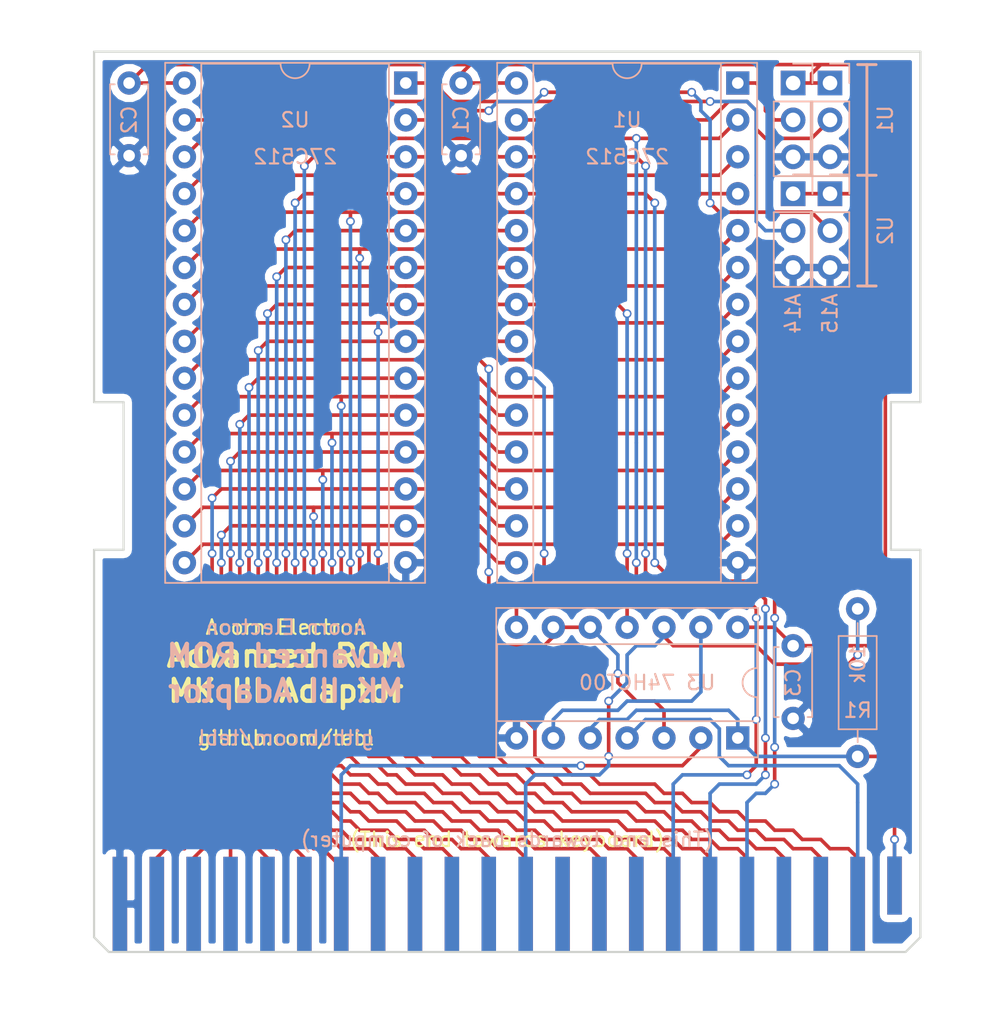
<source format=kicad_pcb>
(kicad_pcb (version 4) (host pcbnew 4.0.7)

  (general
    (links 84)
    (no_connects 0)
    (area 121.336999 36.500999 178.383001 98.627001)
    (thickness 1.6)
    (drawings 33)
    (tracks 786)
    (zones 0)
    (modules 12)
    (nets 36)
  )

  (page A4)
  (layers
    (0 F.Cu signal)
    (31 B.Cu signal)
    (32 B.Adhes user)
    (33 F.Adhes user)
    (34 B.Paste user)
    (35 F.Paste user)
    (36 B.SilkS user)
    (37 F.SilkS user)
    (38 B.Mask user)
    (39 F.Mask user)
    (40 Dwgs.User user)
    (41 Cmts.User user)
    (42 Eco1.User user)
    (43 Eco2.User user)
    (44 Edge.Cuts user)
    (45 Margin user)
    (46 B.CrtYd user)
    (47 F.CrtYd user)
    (48 B.Fab user)
    (49 F.Fab user)
  )

  (setup
    (last_trace_width 0.25)
    (trace_clearance 0.2)
    (zone_clearance 0.508)
    (zone_45_only no)
    (trace_min 0.2)
    (segment_width 0.2)
    (edge_width 0.15)
    (via_size 0.6)
    (via_drill 0.4)
    (via_min_size 0.4)
    (via_min_drill 0.3)
    (uvia_size 0.3)
    (uvia_drill 0.1)
    (uvias_allowed no)
    (uvia_min_size 0.2)
    (uvia_min_drill 0.1)
    (pcb_text_width 0.3)
    (pcb_text_size 1.5 1.5)
    (mod_edge_width 0.15)
    (mod_text_size 1 1)
    (mod_text_width 0.15)
    (pad_size 1.524 1.524)
    (pad_drill 0.762)
    (pad_to_mask_clearance 0.2)
    (aux_axis_origin 0 0)
    (visible_elements 7FFFFDFF)
    (pcbplotparams
      (layerselection 0x011fc_80000001)
      (usegerberextensions true)
      (excludeedgelayer true)
      (linewidth 0.100000)
      (plotframeref false)
      (viasonmask false)
      (mode 1)
      (useauxorigin false)
      (hpglpennumber 1)
      (hpglpenspeed 20)
      (hpglpendiameter 15)
      (hpglpenoverlay 2)
      (psnegative false)
      (psa4output false)
      (plotreference true)
      (plotvalue true)
      (plotinvisibletext false)
      (padsonsilk false)
      (subtractmaskfromsilk false)
      (outputformat 1)
      (mirror false)
      (drillshape 0)
      (scaleselection 1)
      (outputdirectory export/))
  )

  (net 0 "")
  (net 1 GND)
  (net 2 /ROMQA)
  (net 3 /READY)
  (net 4 /A12)
  (net 5 /A13)
  (net 6 /A8)
  (net 7 /~OE)
  (net 8 VCC)
  (net 9 /D1)
  (net 10 /D2)
  (net 11 /D0)
  (net 12 /BA0)
  (net 13 /BA1)
  (net 14 /BA2)
  (net 15 /BA3)
  (net 16 /BA4)
  (net 17 /BA5)
  (net 18 /BA6)
  (net 19 /BA7)
  (net 20 /D4)
  (net 21 /D6)
  (net 22 /D5)
  (net 23 /D7)
  (net 24 /A9)
  (net 25 /A11)
  (net 26 /D3)
  (net 27 /A10)
  (net 28 U1_A14)
  (net 29 U1_A15)
  (net 30 U2_A14)
  (net 31 U2_A15)
  (net 32 ~ROM_CE1)
  (net 33 ~ROM_OE)
  (net 34 ~ROM_CE2)
  (net 35 "Net-(U3-Pad13)")

  (net_class Default "This is the default net class."
    (clearance 0.2)
    (trace_width 0.25)
    (via_dia 0.6)
    (via_drill 0.4)
    (uvia_dia 0.3)
    (uvia_drill 0.1)
    (add_net /A10)
    (add_net /A11)
    (add_net /A12)
    (add_net /A13)
    (add_net /A8)
    (add_net /A9)
    (add_net /BA0)
    (add_net /BA1)
    (add_net /BA2)
    (add_net /BA3)
    (add_net /BA4)
    (add_net /BA5)
    (add_net /BA6)
    (add_net /BA7)
    (add_net /D0)
    (add_net /D1)
    (add_net /D2)
    (add_net /D3)
    (add_net /D4)
    (add_net /D5)
    (add_net /D6)
    (add_net /D7)
    (add_net /READY)
    (add_net /ROMQA)
    (add_net /~OE)
    (add_net GND)
    (add_net "Net-(U3-Pad13)")
    (add_net U1_A14)
    (add_net U1_A15)
    (add_net U2_A14)
    (add_net U2_A15)
    (add_net VCC)
    (add_net ~ROM_CE1)
    (add_net ~ROM_CE2)
    (add_net ~ROM_OE)
  )

  (module acorn_cartridge:Acorn_Cartridge (layer F.Cu) (tedit 5D7A62BB) (tstamp 5D7A56D6)
    (at 149.86 90.17)
    (path /5D7A4832)
    (fp_text reference A1 (at 0 0) (layer F.Fab)
      (effects (font (size 1 1) (thickness 0.15)))
    )
    (fp_text value Acorn_Cartridge (at 0 -2.54) (layer F.Fab)
      (effects (font (size 1 1) (thickness 0.15)))
    )
    (pad A22 connect rect (at -26.67 5.08) (size 1 6.5) (layers *.Mask B.Cu)
      (net 1 GND))
    (pad A21 connect rect (at -24.13 5.08) (size 1 6.5) (layers *.Mask B.Cu))
    (pad A20 connect rect (at -21.59 5.08) (size 1 6.5) (layers *.Mask B.Cu))
    (pad A19 connect rect (at -19.05 5.08) (size 1 6.5) (layers *.Mask B.Cu))
    (pad A18 connect rect (at -16.51 5.08) (size 1 6.5) (layers *.Mask B.Cu))
    (pad A17 connect rect (at -13.97 5.08) (size 1 6.5) (layers *.Mask B.Cu))
    (pad A16 connect rect (at -11.43 5.08) (size 1 6.5) (layers *.Mask B.Cu)
      (net 2 /ROMQA))
    (pad A15 connect rect (at -8.89 5.08) (size 1 6.5) (layers *.Mask B.Cu))
    (pad A14 connect rect (at -6.35 5.08) (size 1 6.5) (layers *.Mask B.Cu))
    (pad A13 connect rect (at -3.81 5.08) (size 1 6.5) (layers *.Mask B.Cu))
    (pad A12 connect rect (at -1.27 5.08) (size 1 6.5) (layers *.Mask B.Cu))
    (pad A11 connect rect (at 1.27 5.08) (size 1 6.5) (layers *.Mask B.Cu)
      (net 3 /READY))
    (pad A10 connect rect (at 3.81 5.08) (size 1 6.5) (layers *.Mask B.Cu))
    (pad A9 connect rect (at 6.35 5.08) (size 1 6.5) (layers *.Mask B.Cu))
    (pad A8 connect rect (at 8.89 5.08) (size 1 6.5) (layers *.Mask B.Cu))
    (pad A7 connect rect (at 11.43 5.08) (size 1 6.5) (layers *.Mask B.Cu)
      (net 4 /A12))
    (pad A6 connect rect (at 13.97 5.08) (size 1 6.5) (layers *.Mask B.Cu)
      (net 5 /A13))
    (pad A5 connect rect (at 16.51 5.08) (size 1 6.5) (layers *.Mask B.Cu)
      (net 6 /A8))
    (pad A4 connect rect (at 19.05 5.08) (size 1 6.5) (layers *.Mask B.Cu))
    (pad A3 connect rect (at 21.59 5.08) (size 1 6.5) (layers *.Mask B.Cu))
    (pad A2 connect rect (at 24.13 5.08) (size 1 6.5) (layers *.Mask B.Cu)
      (net 7 /~OE))
    (pad A1 connect rect (at 26.67 3.81) (size 1 4) (layers *.Mask B.Cu)
      (net 8 VCC))
    (pad B22 connect rect (at -26.67 5.08) (size 1 6.5) (layers *.Mask F.Cu)
      (net 1 GND))
    (pad B21 connect rect (at -24.13 5.08) (size 1 6.5) (layers *.Mask F.Cu)
      (net 9 /D1))
    (pad B20 connect rect (at -21.59 5.08) (size 1 6.5) (layers *.Mask F.Cu)
      (net 10 /D2))
    (pad B19 connect rect (at -19.05 5.08) (size 1 6.5) (layers *.Mask F.Cu)
      (net 11 /D0))
    (pad B18 connect rect (at -16.51 5.08) (size 1 6.5) (layers *.Mask F.Cu)
      (net 12 /BA0))
    (pad B17 connect rect (at -13.97 5.08) (size 1 6.5) (layers *.Mask F.Cu)
      (net 13 /BA1))
    (pad B16 connect rect (at -11.43 5.08) (size 1 6.5) (layers *.Mask F.Cu)
      (net 14 /BA2))
    (pad B15 connect rect (at -8.89 5.08) (size 1 6.5) (layers *.Mask F.Cu)
      (net 15 /BA3))
    (pad B14 connect rect (at -6.35 5.08) (size 1 6.5) (layers *.Mask F.Cu)
      (net 16 /BA4))
    (pad B13 connect rect (at -3.81 5.08) (size 1 6.5) (layers *.Mask F.Cu)
      (net 17 /BA5))
    (pad B12 connect rect (at -1.27 5.08) (size 1 6.5) (layers *.Mask F.Cu)
      (net 18 /BA6))
    (pad B11 connect rect (at 1.27 5.08) (size 1 6.5) (layers *.Mask F.Cu)
      (net 19 /BA7))
    (pad B10 connect rect (at 3.81 5.08) (size 1 6.5) (layers *.Mask F.Cu))
    (pad B9 connect rect (at 6.35 5.08) (size 1 6.5) (layers *.Mask F.Cu)
      (net 20 /D4))
    (pad B7 connect rect (at 11.43 5.08) (size 1 6.5) (layers *.Mask F.Cu)
      (net 21 /D6))
    (pad B8 connect rect (at 8.89 5.08) (size 1 6.5) (layers *.Mask F.Cu)
      (net 22 /D5))
    (pad B6 connect rect (at 13.97 5.08) (size 1 6.5) (layers *.Mask F.Cu)
      (net 23 /D7))
    (pad B5 connect rect (at 16.51 5.08) (size 1 6.5) (layers *.Mask F.Cu)
      (net 24 /A9))
    (pad B4 connect rect (at 19.05 5.08) (size 1 6.5) (layers *.Mask F.Cu)
      (net 25 /A11))
    (pad B3 connect rect (at 21.59 5.08) (size 1 6.5) (layers *.Mask F.Cu)
      (net 26 /D3))
    (pad B2 connect rect (at 24.13 5.08) (size 1 6.5) (layers *.Mask F.Cu)
      (net 27 /A10))
    (pad B1 connect rect (at 26.67 3.81) (size 1 4) (layers *.Mask F.Cu)
      (net 8 VCC))
  )

  (module Capacitors_THT:C_Disc_D4.7mm_W2.5mm_P5.00mm (layer B.Cu) (tedit 5D7A5911) (tstamp 5D7A56DC)
    (at 146.685 38.735 270)
    (descr "C, Disc series, Radial, pin pitch=5.00mm, , diameter*width=4.7*2.5mm^2, Capacitor, http://www.vishay.com/docs/45233/krseries.pdf")
    (tags "C Disc series Radial pin pitch 5.00mm  diameter 4.7mm width 2.5mm Capacitor")
    (path /5D7A483B)
    (fp_text reference C1 (at 2.54 0 270) (layer B.SilkS)
      (effects (font (size 1 1) (thickness 0.15)) (justify mirror))
    )
    (fp_text value 100nF (at 2.5 -2.56 270) (layer B.Fab)
      (effects (font (size 1 1) (thickness 0.15)) (justify mirror))
    )
    (fp_line (start 0.15 1.25) (end 0.15 -1.25) (layer B.Fab) (width 0.1))
    (fp_line (start 0.15 -1.25) (end 4.85 -1.25) (layer B.Fab) (width 0.1))
    (fp_line (start 4.85 -1.25) (end 4.85 1.25) (layer B.Fab) (width 0.1))
    (fp_line (start 4.85 1.25) (end 0.15 1.25) (layer B.Fab) (width 0.1))
    (fp_line (start 0.09 1.31) (end 4.91 1.31) (layer B.SilkS) (width 0.12))
    (fp_line (start 0.09 -1.31) (end 4.91 -1.31) (layer B.SilkS) (width 0.12))
    (fp_line (start 0.09 1.31) (end 0.09 0.996) (layer B.SilkS) (width 0.12))
    (fp_line (start 0.09 -0.996) (end 0.09 -1.31) (layer B.SilkS) (width 0.12))
    (fp_line (start 4.91 1.31) (end 4.91 0.996) (layer B.SilkS) (width 0.12))
    (fp_line (start 4.91 -0.996) (end 4.91 -1.31) (layer B.SilkS) (width 0.12))
    (fp_line (start -1.05 1.6) (end -1.05 -1.6) (layer B.CrtYd) (width 0.05))
    (fp_line (start -1.05 -1.6) (end 6.05 -1.6) (layer B.CrtYd) (width 0.05))
    (fp_line (start 6.05 -1.6) (end 6.05 1.6) (layer B.CrtYd) (width 0.05))
    (fp_line (start 6.05 1.6) (end -1.05 1.6) (layer B.CrtYd) (width 0.05))
    (fp_text user %R (at 2.5 0 270) (layer B.Fab)
      (effects (font (size 1 1) (thickness 0.15)) (justify mirror))
    )
    (pad 1 thru_hole circle (at 0 0 270) (size 1.6 1.6) (drill 0.8) (layers *.Cu *.Mask)
      (net 8 VCC))
    (pad 2 thru_hole circle (at 5 0 270) (size 1.6 1.6) (drill 0.8) (layers *.Cu *.Mask)
      (net 1 GND))
    (model ${KISYS3DMOD}/Capacitors_THT.3dshapes/C_Disc_D4.7mm_W2.5mm_P5.00mm.wrl
      (at (xyz 0 0 0))
      (scale (xyz 1 1 1))
      (rotate (xyz 0 0 0))
    )
  )

  (module Capacitors_THT:C_Disc_D4.7mm_W2.5mm_P5.00mm (layer B.Cu) (tedit 5D7A5913) (tstamp 5D7A56E2)
    (at 123.825 38.735 270)
    (descr "C, Disc series, Radial, pin pitch=5.00mm, , diameter*width=4.7*2.5mm^2, Capacitor, http://www.vishay.com/docs/45233/krseries.pdf")
    (tags "C Disc series Radial pin pitch 5.00mm  diameter 4.7mm width 2.5mm Capacitor")
    (path /5D7A483C)
    (fp_text reference C2 (at 2.54 0 270) (layer B.SilkS)
      (effects (font (size 1 1) (thickness 0.15)) (justify mirror))
    )
    (fp_text value 100nF (at 2.5 -2.56 270) (layer B.Fab)
      (effects (font (size 1 1) (thickness 0.15)) (justify mirror))
    )
    (fp_line (start 0.15 1.25) (end 0.15 -1.25) (layer B.Fab) (width 0.1))
    (fp_line (start 0.15 -1.25) (end 4.85 -1.25) (layer B.Fab) (width 0.1))
    (fp_line (start 4.85 -1.25) (end 4.85 1.25) (layer B.Fab) (width 0.1))
    (fp_line (start 4.85 1.25) (end 0.15 1.25) (layer B.Fab) (width 0.1))
    (fp_line (start 0.09 1.31) (end 4.91 1.31) (layer B.SilkS) (width 0.12))
    (fp_line (start 0.09 -1.31) (end 4.91 -1.31) (layer B.SilkS) (width 0.12))
    (fp_line (start 0.09 1.31) (end 0.09 0.996) (layer B.SilkS) (width 0.12))
    (fp_line (start 0.09 -0.996) (end 0.09 -1.31) (layer B.SilkS) (width 0.12))
    (fp_line (start 4.91 1.31) (end 4.91 0.996) (layer B.SilkS) (width 0.12))
    (fp_line (start 4.91 -0.996) (end 4.91 -1.31) (layer B.SilkS) (width 0.12))
    (fp_line (start -1.05 1.6) (end -1.05 -1.6) (layer B.CrtYd) (width 0.05))
    (fp_line (start -1.05 -1.6) (end 6.05 -1.6) (layer B.CrtYd) (width 0.05))
    (fp_line (start 6.05 -1.6) (end 6.05 1.6) (layer B.CrtYd) (width 0.05))
    (fp_line (start 6.05 1.6) (end -1.05 1.6) (layer B.CrtYd) (width 0.05))
    (fp_text user %R (at 2.5 0 270) (layer B.Fab)
      (effects (font (size 1 1) (thickness 0.15)) (justify mirror))
    )
    (pad 1 thru_hole circle (at 0 0 270) (size 1.6 1.6) (drill 0.8) (layers *.Cu *.Mask)
      (net 8 VCC))
    (pad 2 thru_hole circle (at 5 0 270) (size 1.6 1.6) (drill 0.8) (layers *.Cu *.Mask)
      (net 1 GND))
    (model ${KISYS3DMOD}/Capacitors_THT.3dshapes/C_Disc_D4.7mm_W2.5mm_P5.00mm.wrl
      (at (xyz 0 0 0))
      (scale (xyz 1 1 1))
      (rotate (xyz 0 0 0))
    )
  )

  (module Capacitors_THT:C_Disc_D4.7mm_W2.5mm_P5.00mm (layer B.Cu) (tedit 5D7A5918) (tstamp 5D7A56E8)
    (at 169.545 77.47 270)
    (descr "C, Disc series, Radial, pin pitch=5.00mm, , diameter*width=4.7*2.5mm^2, Capacitor, http://www.vishay.com/docs/45233/krseries.pdf")
    (tags "C Disc series Radial pin pitch 5.00mm  diameter 4.7mm width 2.5mm Capacitor")
    (path /5D7A483D)
    (fp_text reference C3 (at 2.54 0 270) (layer B.SilkS)
      (effects (font (size 1 1) (thickness 0.15)) (justify mirror))
    )
    (fp_text value 100nF (at 2.5 -2.56 270) (layer B.Fab)
      (effects (font (size 1 1) (thickness 0.15)) (justify mirror))
    )
    (fp_line (start 0.15 1.25) (end 0.15 -1.25) (layer B.Fab) (width 0.1))
    (fp_line (start 0.15 -1.25) (end 4.85 -1.25) (layer B.Fab) (width 0.1))
    (fp_line (start 4.85 -1.25) (end 4.85 1.25) (layer B.Fab) (width 0.1))
    (fp_line (start 4.85 1.25) (end 0.15 1.25) (layer B.Fab) (width 0.1))
    (fp_line (start 0.09 1.31) (end 4.91 1.31) (layer B.SilkS) (width 0.12))
    (fp_line (start 0.09 -1.31) (end 4.91 -1.31) (layer B.SilkS) (width 0.12))
    (fp_line (start 0.09 1.31) (end 0.09 0.996) (layer B.SilkS) (width 0.12))
    (fp_line (start 0.09 -0.996) (end 0.09 -1.31) (layer B.SilkS) (width 0.12))
    (fp_line (start 4.91 1.31) (end 4.91 0.996) (layer B.SilkS) (width 0.12))
    (fp_line (start 4.91 -0.996) (end 4.91 -1.31) (layer B.SilkS) (width 0.12))
    (fp_line (start -1.05 1.6) (end -1.05 -1.6) (layer B.CrtYd) (width 0.05))
    (fp_line (start -1.05 -1.6) (end 6.05 -1.6) (layer B.CrtYd) (width 0.05))
    (fp_line (start 6.05 -1.6) (end 6.05 1.6) (layer B.CrtYd) (width 0.05))
    (fp_line (start 6.05 1.6) (end -1.05 1.6) (layer B.CrtYd) (width 0.05))
    (fp_text user %R (at 2.5 0 270) (layer B.Fab)
      (effects (font (size 1 1) (thickness 0.15)) (justify mirror))
    )
    (pad 1 thru_hole circle (at 0 0 270) (size 1.6 1.6) (drill 0.8) (layers *.Cu *.Mask)
      (net 8 VCC))
    (pad 2 thru_hole circle (at 5 0 270) (size 1.6 1.6) (drill 0.8) (layers *.Cu *.Mask)
      (net 1 GND))
    (model ${KISYS3DMOD}/Capacitors_THT.3dshapes/C_Disc_D4.7mm_W2.5mm_P5.00mm.wrl
      (at (xyz 0 0 0))
      (scale (xyz 1 1 1))
      (rotate (xyz 0 0 0))
    )
  )

  (module Pin_Headers:Pin_Header_Straight_1x03_Pitch2.54mm (layer B.Cu) (tedit 5D7A5BFC) (tstamp 5D7A56EF)
    (at 172.085 38.735 180)
    (descr "Through hole straight pin header, 1x03, 2.54mm pitch, single row")
    (tags "Through hole pin header THT 1x03 2.54mm single row")
    (path /5D7A61BD)
    (fp_text reference JP1 (at -1.27 4.445 180) (layer B.Fab)
      (effects (font (size 1 1) (thickness 0.15)) (justify mirror))
    )
    (fp_text value U1_A14 (at -1.27 3.175 180) (layer B.Fab)
      (effects (font (size 1 1) (thickness 0.15)) (justify mirror))
    )
    (fp_line (start -0.635 1.27) (end 1.27 1.27) (layer B.Fab) (width 0.1))
    (fp_line (start 1.27 1.27) (end 1.27 -6.35) (layer B.Fab) (width 0.1))
    (fp_line (start 1.27 -6.35) (end -1.27 -6.35) (layer B.Fab) (width 0.1))
    (fp_line (start -1.27 -6.35) (end -1.27 0.635) (layer B.Fab) (width 0.1))
    (fp_line (start -1.27 0.635) (end -0.635 1.27) (layer B.Fab) (width 0.1))
    (fp_line (start -1.33 -6.41) (end 1.33 -6.41) (layer B.SilkS) (width 0.12))
    (fp_line (start -1.33 -1.27) (end -1.33 -6.41) (layer B.SilkS) (width 0.12))
    (fp_line (start 1.33 -1.27) (end 1.33 -6.41) (layer B.SilkS) (width 0.12))
    (fp_line (start -1.33 -1.27) (end 1.33 -1.27) (layer B.SilkS) (width 0.12))
    (fp_line (start -1.33 0) (end -1.33 1.33) (layer B.SilkS) (width 0.12))
    (fp_line (start -1.33 1.33) (end 0 1.33) (layer B.SilkS) (width 0.12))
    (fp_line (start -1.8 1.8) (end -1.8 -6.85) (layer B.CrtYd) (width 0.05))
    (fp_line (start -1.8 -6.85) (end 1.8 -6.85) (layer B.CrtYd) (width 0.05))
    (fp_line (start 1.8 -6.85) (end 1.8 1.8) (layer B.CrtYd) (width 0.05))
    (fp_line (start 1.8 1.8) (end -1.8 1.8) (layer B.CrtYd) (width 0.05))
    (fp_text user %R (at 0 -2.54 450) (layer B.Fab)
      (effects (font (size 1 1) (thickness 0.15)) (justify mirror))
    )
    (pad 1 thru_hole rect (at 0 0 180) (size 1.7 1.7) (drill 1) (layers *.Cu *.Mask)
      (net 8 VCC))
    (pad 2 thru_hole oval (at 0 -2.54 180) (size 1.7 1.7) (drill 1) (layers *.Cu *.Mask)
      (net 28 U1_A14))
    (pad 3 thru_hole oval (at 0 -5.08 180) (size 1.7 1.7) (drill 1) (layers *.Cu *.Mask)
      (net 1 GND))
    (model ${KISYS3DMOD}/Pin_Headers.3dshapes/Pin_Header_Straight_1x03_Pitch2.54mm.wrl
      (at (xyz 0 0 0))
      (scale (xyz 1 1 1))
      (rotate (xyz 0 0 0))
    )
  )

  (module Pin_Headers:Pin_Header_Straight_1x03_Pitch2.54mm (layer B.Cu) (tedit 5D7A5BFE) (tstamp 5D7A56F6)
    (at 169.545 38.735 180)
    (descr "Through hole straight pin header, 1x03, 2.54mm pitch, single row")
    (tags "Through hole pin header THT 1x03 2.54mm single row")
    (path /5D7A651D)
    (fp_text reference JP2 (at 2.54 4.445 180) (layer B.Fab)
      (effects (font (size 1 1) (thickness 0.15)) (justify mirror))
    )
    (fp_text value U1_A15 (at 2.54 3.175 180) (layer B.Fab)
      (effects (font (size 1 1) (thickness 0.15)) (justify mirror))
    )
    (fp_line (start -0.635 1.27) (end 1.27 1.27) (layer B.Fab) (width 0.1))
    (fp_line (start 1.27 1.27) (end 1.27 -6.35) (layer B.Fab) (width 0.1))
    (fp_line (start 1.27 -6.35) (end -1.27 -6.35) (layer B.Fab) (width 0.1))
    (fp_line (start -1.27 -6.35) (end -1.27 0.635) (layer B.Fab) (width 0.1))
    (fp_line (start -1.27 0.635) (end -0.635 1.27) (layer B.Fab) (width 0.1))
    (fp_line (start -1.33 -6.41) (end 1.33 -6.41) (layer B.SilkS) (width 0.12))
    (fp_line (start -1.33 -1.27) (end -1.33 -6.41) (layer B.SilkS) (width 0.12))
    (fp_line (start 1.33 -1.27) (end 1.33 -6.41) (layer B.SilkS) (width 0.12))
    (fp_line (start -1.33 -1.27) (end 1.33 -1.27) (layer B.SilkS) (width 0.12))
    (fp_line (start -1.33 0) (end -1.33 1.33) (layer B.SilkS) (width 0.12))
    (fp_line (start -1.33 1.33) (end 0 1.33) (layer B.SilkS) (width 0.12))
    (fp_line (start -1.8 1.8) (end -1.8 -6.85) (layer B.CrtYd) (width 0.05))
    (fp_line (start -1.8 -6.85) (end 1.8 -6.85) (layer B.CrtYd) (width 0.05))
    (fp_line (start 1.8 -6.85) (end 1.8 1.8) (layer B.CrtYd) (width 0.05))
    (fp_line (start 1.8 1.8) (end -1.8 1.8) (layer B.CrtYd) (width 0.05))
    (fp_text user %R (at 0 -2.54 450) (layer B.Fab)
      (effects (font (size 1 1) (thickness 0.15)) (justify mirror))
    )
    (pad 1 thru_hole rect (at 0 0 180) (size 1.7 1.7) (drill 1) (layers *.Cu *.Mask)
      (net 8 VCC))
    (pad 2 thru_hole oval (at 0 -2.54 180) (size 1.7 1.7) (drill 1) (layers *.Cu *.Mask)
      (net 29 U1_A15))
    (pad 3 thru_hole oval (at 0 -5.08 180) (size 1.7 1.7) (drill 1) (layers *.Cu *.Mask)
      (net 1 GND))
    (model ${KISYS3DMOD}/Pin_Headers.3dshapes/Pin_Header_Straight_1x03_Pitch2.54mm.wrl
      (at (xyz 0 0 0))
      (scale (xyz 1 1 1))
      (rotate (xyz 0 0 0))
    )
  )

  (module Pin_Headers:Pin_Header_Straight_1x03_Pitch2.54mm (layer B.Cu) (tedit 5D7A5C6A) (tstamp 5D7A56FD)
    (at 172.085 46.355 180)
    (descr "Through hole straight pin header, 1x03, 2.54mm pitch, single row")
    (tags "Through hole pin header THT 1x03 2.54mm single row")
    (path /5D7A70A7)
    (fp_text reference JP3 (at -3.175 -8.255 180) (layer B.Fab)
      (effects (font (size 1 1) (thickness 0.15)) (justify mirror))
    )
    (fp_text value U2_A14 (at -3.175 -9.525 180) (layer B.Fab)
      (effects (font (size 1 1) (thickness 0.15)) (justify mirror))
    )
    (fp_line (start -0.635 1.27) (end 1.27 1.27) (layer B.Fab) (width 0.1))
    (fp_line (start 1.27 1.27) (end 1.27 -6.35) (layer B.Fab) (width 0.1))
    (fp_line (start 1.27 -6.35) (end -1.27 -6.35) (layer B.Fab) (width 0.1))
    (fp_line (start -1.27 -6.35) (end -1.27 0.635) (layer B.Fab) (width 0.1))
    (fp_line (start -1.27 0.635) (end -0.635 1.27) (layer B.Fab) (width 0.1))
    (fp_line (start -1.33 -6.41) (end 1.33 -6.41) (layer B.SilkS) (width 0.12))
    (fp_line (start -1.33 -1.27) (end -1.33 -6.41) (layer B.SilkS) (width 0.12))
    (fp_line (start 1.33 -1.27) (end 1.33 -6.41) (layer B.SilkS) (width 0.12))
    (fp_line (start -1.33 -1.27) (end 1.33 -1.27) (layer B.SilkS) (width 0.12))
    (fp_line (start -1.33 0) (end -1.33 1.33) (layer B.SilkS) (width 0.12))
    (fp_line (start -1.33 1.33) (end 0 1.33) (layer B.SilkS) (width 0.12))
    (fp_line (start -1.8 1.8) (end -1.8 -6.85) (layer B.CrtYd) (width 0.05))
    (fp_line (start -1.8 -6.85) (end 1.8 -6.85) (layer B.CrtYd) (width 0.05))
    (fp_line (start 1.8 -6.85) (end 1.8 1.8) (layer B.CrtYd) (width 0.05))
    (fp_line (start 1.8 1.8) (end -1.8 1.8) (layer B.CrtYd) (width 0.05))
    (fp_text user %R (at -3.175 -8.255 360) (layer B.Fab)
      (effects (font (size 1 1) (thickness 0.15)) (justify mirror))
    )
    (pad 1 thru_hole rect (at 0 0 180) (size 1.7 1.7) (drill 1) (layers *.Cu *.Mask)
      (net 8 VCC))
    (pad 2 thru_hole oval (at 0 -2.54 180) (size 1.7 1.7) (drill 1) (layers *.Cu *.Mask)
      (net 30 U2_A14))
    (pad 3 thru_hole oval (at 0 -5.08 180) (size 1.7 1.7) (drill 1) (layers *.Cu *.Mask)
      (net 1 GND))
    (model ${KISYS3DMOD}/Pin_Headers.3dshapes/Pin_Header_Straight_1x03_Pitch2.54mm.wrl
      (at (xyz 0 0 0))
      (scale (xyz 1 1 1))
      (rotate (xyz 0 0 0))
    )
  )

  (module Pin_Headers:Pin_Header_Straight_1x03_Pitch2.54mm (layer B.Cu) (tedit 5D7A5C6C) (tstamp 5D7A5704)
    (at 169.545 46.355 180)
    (descr "Through hole straight pin header, 1x03, 2.54mm pitch, single row")
    (tags "Through hole pin header THT 1x03 2.54mm single row")
    (path /5D7A70AD)
    (fp_text reference JP4 (at 0 -10.16 180) (layer B.Fab)
      (effects (font (size 1 1) (thickness 0.15)) (justify mirror))
    )
    (fp_text value U2_A15 (at 0 -11.43 180) (layer B.Fab)
      (effects (font (size 1 1) (thickness 0.15)) (justify mirror))
    )
    (fp_line (start -0.635 1.27) (end 1.27 1.27) (layer B.Fab) (width 0.1))
    (fp_line (start 1.27 1.27) (end 1.27 -6.35) (layer B.Fab) (width 0.1))
    (fp_line (start 1.27 -6.35) (end -1.27 -6.35) (layer B.Fab) (width 0.1))
    (fp_line (start -1.27 -6.35) (end -1.27 0.635) (layer B.Fab) (width 0.1))
    (fp_line (start -1.27 0.635) (end -0.635 1.27) (layer B.Fab) (width 0.1))
    (fp_line (start -1.33 -6.41) (end 1.33 -6.41) (layer B.SilkS) (width 0.12))
    (fp_line (start -1.33 -1.27) (end -1.33 -6.41) (layer B.SilkS) (width 0.12))
    (fp_line (start 1.33 -1.27) (end 1.33 -6.41) (layer B.SilkS) (width 0.12))
    (fp_line (start -1.33 -1.27) (end 1.33 -1.27) (layer B.SilkS) (width 0.12))
    (fp_line (start -1.33 0) (end -1.33 1.33) (layer B.SilkS) (width 0.12))
    (fp_line (start -1.33 1.33) (end 0 1.33) (layer B.SilkS) (width 0.12))
    (fp_line (start -1.8 1.8) (end -1.8 -6.85) (layer B.CrtYd) (width 0.05))
    (fp_line (start -1.8 -6.85) (end 1.8 -6.85) (layer B.CrtYd) (width 0.05))
    (fp_line (start 1.8 -6.85) (end 1.8 1.8) (layer B.CrtYd) (width 0.05))
    (fp_line (start 1.8 1.8) (end -1.8 1.8) (layer B.CrtYd) (width 0.05))
    (fp_text user %R (at 0 -10.16 180) (layer B.Fab)
      (effects (font (size 1 1) (thickness 0.15)) (justify mirror))
    )
    (pad 1 thru_hole rect (at 0 0 180) (size 1.7 1.7) (drill 1) (layers *.Cu *.Mask)
      (net 8 VCC))
    (pad 2 thru_hole oval (at 0 -2.54 180) (size 1.7 1.7) (drill 1) (layers *.Cu *.Mask)
      (net 31 U2_A15))
    (pad 3 thru_hole oval (at 0 -5.08 180) (size 1.7 1.7) (drill 1) (layers *.Cu *.Mask)
      (net 1 GND))
    (model ${KISYS3DMOD}/Pin_Headers.3dshapes/Pin_Header_Straight_1x03_Pitch2.54mm.wrl
      (at (xyz 0 0 0))
      (scale (xyz 1 1 1))
      (rotate (xyz 0 0 0))
    )
  )

  (module Resistors_THT:R_Axial_DIN0207_L6.3mm_D2.5mm_P10.16mm_Horizontal (layer B.Cu) (tedit 5D7A5D89) (tstamp 5D7A570A)
    (at 173.99 85.09 90)
    (descr "Resistor, Axial_DIN0207 series, Axial, Horizontal, pin pitch=10.16mm, 0.25W = 1/4W, length*diameter=6.3*2.5mm^2, http://cdn-reichelt.de/documents/datenblatt/B400/1_4W%23YAG.pdf")
    (tags "Resistor Axial_DIN0207 series Axial Horizontal pin pitch 10.16mm 0.25W = 1/4W length 6.3mm diameter 2.5mm")
    (path /5D7A4837)
    (fp_text reference R1 (at 3.175 0 360) (layer B.SilkS)
      (effects (font (size 1 1) (thickness 0.15)) (justify mirror))
    )
    (fp_text value 10k (at 6.35 0 90) (layer B.SilkS)
      (effects (font (size 1 1) (thickness 0.15)) (justify mirror))
    )
    (fp_line (start 1.93 1.25) (end 1.93 -1.25) (layer B.Fab) (width 0.1))
    (fp_line (start 1.93 -1.25) (end 8.23 -1.25) (layer B.Fab) (width 0.1))
    (fp_line (start 8.23 -1.25) (end 8.23 1.25) (layer B.Fab) (width 0.1))
    (fp_line (start 8.23 1.25) (end 1.93 1.25) (layer B.Fab) (width 0.1))
    (fp_line (start 0 0) (end 1.93 0) (layer B.Fab) (width 0.1))
    (fp_line (start 10.16 0) (end 8.23 0) (layer B.Fab) (width 0.1))
    (fp_line (start 1.87 1.31) (end 1.87 -1.31) (layer B.SilkS) (width 0.12))
    (fp_line (start 1.87 -1.31) (end 8.29 -1.31) (layer B.SilkS) (width 0.12))
    (fp_line (start 8.29 -1.31) (end 8.29 1.31) (layer B.SilkS) (width 0.12))
    (fp_line (start 8.29 1.31) (end 1.87 1.31) (layer B.SilkS) (width 0.12))
    (fp_line (start 0.98 0) (end 1.87 0) (layer B.SilkS) (width 0.12))
    (fp_line (start 9.18 0) (end 8.29 0) (layer B.SilkS) (width 0.12))
    (fp_line (start -1.05 1.6) (end -1.05 -1.6) (layer B.CrtYd) (width 0.05))
    (fp_line (start -1.05 -1.6) (end 11.25 -1.6) (layer B.CrtYd) (width 0.05))
    (fp_line (start 11.25 -1.6) (end 11.25 1.6) (layer B.CrtYd) (width 0.05))
    (fp_line (start 11.25 1.6) (end -1.05 1.6) (layer B.CrtYd) (width 0.05))
    (pad 1 thru_hole circle (at 0 0 90) (size 1.6 1.6) (drill 0.8) (layers *.Cu *.Mask)
      (net 8 VCC))
    (pad 2 thru_hole oval (at 10.16 0 90) (size 1.6 1.6) (drill 0.8) (layers *.Cu *.Mask)
      (net 3 /READY))
    (model ${KISYS3DMOD}/Resistors_THT.3dshapes/R_Axial_DIN0207_L6.3mm_D2.5mm_P10.16mm_Horizontal.wrl
      (at (xyz 0 0 0))
      (scale (xyz 0.393701 0.393701 0.393701))
      (rotate (xyz 0 0 0))
    )
  )

  (module Housings_DIP:DIP-28_W15.24mm_Socket (layer B.Cu) (tedit 5D7A62A2) (tstamp 5D7A5730)
    (at 165.735 38.735 180)
    (descr "28-lead though-hole mounted DIP package, row spacing 15.24 mm (600 mils), Socket")
    (tags "THT DIP DIL PDIP 2.54mm 15.24mm 600mil Socket")
    (path /5D7A4B07)
    (fp_text reference U1 (at 7.62 -2.54 180) (layer B.SilkS)
      (effects (font (size 1 1) (thickness 0.15)) (justify mirror))
    )
    (fp_text value 27C512 (at 7.62 -5.08 180) (layer B.SilkS)
      (effects (font (size 1 1) (thickness 0.15)) (justify mirror))
    )
    (fp_arc (start 7.62 1.33) (end 6.62 1.33) (angle 180) (layer B.SilkS) (width 0.12))
    (fp_line (start 1.255 1.27) (end 14.985 1.27) (layer B.Fab) (width 0.1))
    (fp_line (start 14.985 1.27) (end 14.985 -34.29) (layer B.Fab) (width 0.1))
    (fp_line (start 14.985 -34.29) (end 0.255 -34.29) (layer B.Fab) (width 0.1))
    (fp_line (start 0.255 -34.29) (end 0.255 0.27) (layer B.Fab) (width 0.1))
    (fp_line (start 0.255 0.27) (end 1.255 1.27) (layer B.Fab) (width 0.1))
    (fp_line (start -1.27 1.33) (end -1.27 -34.35) (layer B.Fab) (width 0.1))
    (fp_line (start -1.27 -34.35) (end 16.51 -34.35) (layer B.Fab) (width 0.1))
    (fp_line (start 16.51 -34.35) (end 16.51 1.33) (layer B.Fab) (width 0.1))
    (fp_line (start 16.51 1.33) (end -1.27 1.33) (layer B.Fab) (width 0.1))
    (fp_line (start 6.62 1.33) (end 1.16 1.33) (layer B.SilkS) (width 0.12))
    (fp_line (start 1.16 1.33) (end 1.16 -34.35) (layer B.SilkS) (width 0.12))
    (fp_line (start 1.16 -34.35) (end 14.08 -34.35) (layer B.SilkS) (width 0.12))
    (fp_line (start 14.08 -34.35) (end 14.08 1.33) (layer B.SilkS) (width 0.12))
    (fp_line (start 14.08 1.33) (end 8.62 1.33) (layer B.SilkS) (width 0.12))
    (fp_line (start -1.33 1.39) (end -1.33 -34.41) (layer B.SilkS) (width 0.12))
    (fp_line (start -1.33 -34.41) (end 16.57 -34.41) (layer B.SilkS) (width 0.12))
    (fp_line (start 16.57 -34.41) (end 16.57 1.39) (layer B.SilkS) (width 0.12))
    (fp_line (start 16.57 1.39) (end -1.33 1.39) (layer B.SilkS) (width 0.12))
    (fp_line (start -1.55 1.6) (end -1.55 -34.65) (layer B.CrtYd) (width 0.05))
    (fp_line (start -1.55 -34.65) (end 16.8 -34.65) (layer B.CrtYd) (width 0.05))
    (fp_line (start 16.8 -34.65) (end 16.8 1.6) (layer B.CrtYd) (width 0.05))
    (fp_line (start 16.8 1.6) (end -1.55 1.6) (layer B.CrtYd) (width 0.05))
    (fp_text user %R (at 7.62 -2.54 180) (layer B.Fab)
      (effects (font (size 1 1) (thickness 0.15)) (justify mirror))
    )
    (pad 1 thru_hole rect (at 0 0 180) (size 1.6 1.6) (drill 0.8) (layers *.Cu *.Mask)
      (net 29 U1_A15))
    (pad 15 thru_hole oval (at 15.24 -33.02 180) (size 1.6 1.6) (drill 0.8) (layers *.Cu *.Mask)
      (net 26 /D3))
    (pad 2 thru_hole oval (at 0 -2.54 180) (size 1.6 1.6) (drill 0.8) (layers *.Cu *.Mask)
      (net 4 /A12))
    (pad 16 thru_hole oval (at 15.24 -30.48 180) (size 1.6 1.6) (drill 0.8) (layers *.Cu *.Mask)
      (net 20 /D4))
    (pad 3 thru_hole oval (at 0 -5.08 180) (size 1.6 1.6) (drill 0.8) (layers *.Cu *.Mask)
      (net 19 /BA7))
    (pad 17 thru_hole oval (at 15.24 -27.94 180) (size 1.6 1.6) (drill 0.8) (layers *.Cu *.Mask)
      (net 22 /D5))
    (pad 4 thru_hole oval (at 0 -7.62 180) (size 1.6 1.6) (drill 0.8) (layers *.Cu *.Mask)
      (net 18 /BA6))
    (pad 18 thru_hole oval (at 15.24 -25.4 180) (size 1.6 1.6) (drill 0.8) (layers *.Cu *.Mask)
      (net 21 /D6))
    (pad 5 thru_hole oval (at 0 -10.16 180) (size 1.6 1.6) (drill 0.8) (layers *.Cu *.Mask)
      (net 17 /BA5))
    (pad 19 thru_hole oval (at 15.24 -22.86 180) (size 1.6 1.6) (drill 0.8) (layers *.Cu *.Mask)
      (net 23 /D7))
    (pad 6 thru_hole oval (at 0 -12.7 180) (size 1.6 1.6) (drill 0.8) (layers *.Cu *.Mask)
      (net 16 /BA4))
    (pad 20 thru_hole oval (at 15.24 -20.32 180) (size 1.6 1.6) (drill 0.8) (layers *.Cu *.Mask)
      (net 32 ~ROM_CE1))
    (pad 7 thru_hole oval (at 0 -15.24 180) (size 1.6 1.6) (drill 0.8) (layers *.Cu *.Mask)
      (net 15 /BA3))
    (pad 21 thru_hole oval (at 15.24 -17.78 180) (size 1.6 1.6) (drill 0.8) (layers *.Cu *.Mask)
      (net 27 /A10))
    (pad 8 thru_hole oval (at 0 -17.78 180) (size 1.6 1.6) (drill 0.8) (layers *.Cu *.Mask)
      (net 14 /BA2))
    (pad 22 thru_hole oval (at 15.24 -15.24 180) (size 1.6 1.6) (drill 0.8) (layers *.Cu *.Mask)
      (net 33 ~ROM_OE))
    (pad 9 thru_hole oval (at 0 -20.32 180) (size 1.6 1.6) (drill 0.8) (layers *.Cu *.Mask)
      (net 13 /BA1))
    (pad 23 thru_hole oval (at 15.24 -12.7 180) (size 1.6 1.6) (drill 0.8) (layers *.Cu *.Mask)
      (net 25 /A11))
    (pad 10 thru_hole oval (at 0 -22.86 180) (size 1.6 1.6) (drill 0.8) (layers *.Cu *.Mask)
      (net 12 /BA0))
    (pad 24 thru_hole oval (at 15.24 -10.16 180) (size 1.6 1.6) (drill 0.8) (layers *.Cu *.Mask)
      (net 24 /A9))
    (pad 11 thru_hole oval (at 0 -25.4 180) (size 1.6 1.6) (drill 0.8) (layers *.Cu *.Mask)
      (net 11 /D0))
    (pad 25 thru_hole oval (at 15.24 -7.62 180) (size 1.6 1.6) (drill 0.8) (layers *.Cu *.Mask)
      (net 6 /A8))
    (pad 12 thru_hole oval (at 0 -27.94 180) (size 1.6 1.6) (drill 0.8) (layers *.Cu *.Mask)
      (net 9 /D1))
    (pad 26 thru_hole oval (at 15.24 -5.08 180) (size 1.6 1.6) (drill 0.8) (layers *.Cu *.Mask)
      (net 5 /A13))
    (pad 13 thru_hole oval (at 0 -30.48 180) (size 1.6 1.6) (drill 0.8) (layers *.Cu *.Mask)
      (net 10 /D2))
    (pad 27 thru_hole oval (at 15.24 -2.54 180) (size 1.6 1.6) (drill 0.8) (layers *.Cu *.Mask)
      (net 28 U1_A14))
    (pad 14 thru_hole oval (at 0 -33.02 180) (size 1.6 1.6) (drill 0.8) (layers *.Cu *.Mask)
      (net 1 GND))
    (pad 28 thru_hole oval (at 15.24 0 180) (size 1.6 1.6) (drill 0.8) (layers *.Cu *.Mask)
      (net 8 VCC))
    (model ${KISYS3DMOD}/Housings_DIP.3dshapes/DIP-28_W15.24mm_Socket.wrl
      (at (xyz 0 0 0))
      (scale (xyz 1 1 1))
      (rotate (xyz 0 0 0))
    )
  )

  (module Housings_DIP:DIP-28_W15.24mm_Socket (layer B.Cu) (tedit 5D7A6298) (tstamp 5D7A5750)
    (at 142.875 38.735 180)
    (descr "28-lead though-hole mounted DIP package, row spacing 15.24 mm (600 mils), Socket")
    (tags "THT DIP DIL PDIP 2.54mm 15.24mm 600mil Socket")
    (path /5D7A4F4A)
    (fp_text reference U2 (at 7.62 -2.54 180) (layer B.SilkS)
      (effects (font (size 1 1) (thickness 0.15)) (justify mirror))
    )
    (fp_text value 27C512 (at 7.62 -5.08 180) (layer B.SilkS)
      (effects (font (size 1 1) (thickness 0.15)) (justify mirror))
    )
    (fp_arc (start 7.62 1.33) (end 6.62 1.33) (angle 180) (layer B.SilkS) (width 0.12))
    (fp_line (start 1.255 1.27) (end 14.985 1.27) (layer B.Fab) (width 0.1))
    (fp_line (start 14.985 1.27) (end 14.985 -34.29) (layer B.Fab) (width 0.1))
    (fp_line (start 14.985 -34.29) (end 0.255 -34.29) (layer B.Fab) (width 0.1))
    (fp_line (start 0.255 -34.29) (end 0.255 0.27) (layer B.Fab) (width 0.1))
    (fp_line (start 0.255 0.27) (end 1.255 1.27) (layer B.Fab) (width 0.1))
    (fp_line (start -1.27 1.33) (end -1.27 -34.35) (layer B.Fab) (width 0.1))
    (fp_line (start -1.27 -34.35) (end 16.51 -34.35) (layer B.Fab) (width 0.1))
    (fp_line (start 16.51 -34.35) (end 16.51 1.33) (layer B.Fab) (width 0.1))
    (fp_line (start 16.51 1.33) (end -1.27 1.33) (layer B.Fab) (width 0.1))
    (fp_line (start 6.62 1.33) (end 1.16 1.33) (layer B.SilkS) (width 0.12))
    (fp_line (start 1.16 1.33) (end 1.16 -34.35) (layer B.SilkS) (width 0.12))
    (fp_line (start 1.16 -34.35) (end 14.08 -34.35) (layer B.SilkS) (width 0.12))
    (fp_line (start 14.08 -34.35) (end 14.08 1.33) (layer B.SilkS) (width 0.12))
    (fp_line (start 14.08 1.33) (end 8.62 1.33) (layer B.SilkS) (width 0.12))
    (fp_line (start -1.33 1.39) (end -1.33 -34.41) (layer B.SilkS) (width 0.12))
    (fp_line (start -1.33 -34.41) (end 16.57 -34.41) (layer B.SilkS) (width 0.12))
    (fp_line (start 16.57 -34.41) (end 16.57 1.39) (layer B.SilkS) (width 0.12))
    (fp_line (start 16.57 1.39) (end -1.33 1.39) (layer B.SilkS) (width 0.12))
    (fp_line (start -1.55 1.6) (end -1.55 -34.65) (layer B.CrtYd) (width 0.05))
    (fp_line (start -1.55 -34.65) (end 16.8 -34.65) (layer B.CrtYd) (width 0.05))
    (fp_line (start 16.8 -34.65) (end 16.8 1.6) (layer B.CrtYd) (width 0.05))
    (fp_line (start 16.8 1.6) (end -1.55 1.6) (layer B.CrtYd) (width 0.05))
    (fp_text user %R (at 7.62 -2.54 180) (layer B.Fab)
      (effects (font (size 1 1) (thickness 0.15)) (justify mirror))
    )
    (pad 1 thru_hole rect (at 0 0 180) (size 1.6 1.6) (drill 0.8) (layers *.Cu *.Mask)
      (net 31 U2_A15))
    (pad 15 thru_hole oval (at 15.24 -33.02 180) (size 1.6 1.6) (drill 0.8) (layers *.Cu *.Mask)
      (net 26 /D3))
    (pad 2 thru_hole oval (at 0 -2.54 180) (size 1.6 1.6) (drill 0.8) (layers *.Cu *.Mask)
      (net 4 /A12))
    (pad 16 thru_hole oval (at 15.24 -30.48 180) (size 1.6 1.6) (drill 0.8) (layers *.Cu *.Mask)
      (net 20 /D4))
    (pad 3 thru_hole oval (at 0 -5.08 180) (size 1.6 1.6) (drill 0.8) (layers *.Cu *.Mask)
      (net 19 /BA7))
    (pad 17 thru_hole oval (at 15.24 -27.94 180) (size 1.6 1.6) (drill 0.8) (layers *.Cu *.Mask)
      (net 22 /D5))
    (pad 4 thru_hole oval (at 0 -7.62 180) (size 1.6 1.6) (drill 0.8) (layers *.Cu *.Mask)
      (net 18 /BA6))
    (pad 18 thru_hole oval (at 15.24 -25.4 180) (size 1.6 1.6) (drill 0.8) (layers *.Cu *.Mask)
      (net 21 /D6))
    (pad 5 thru_hole oval (at 0 -10.16 180) (size 1.6 1.6) (drill 0.8) (layers *.Cu *.Mask)
      (net 17 /BA5))
    (pad 19 thru_hole oval (at 15.24 -22.86 180) (size 1.6 1.6) (drill 0.8) (layers *.Cu *.Mask)
      (net 23 /D7))
    (pad 6 thru_hole oval (at 0 -12.7 180) (size 1.6 1.6) (drill 0.8) (layers *.Cu *.Mask)
      (net 16 /BA4))
    (pad 20 thru_hole oval (at 15.24 -20.32 180) (size 1.6 1.6) (drill 0.8) (layers *.Cu *.Mask)
      (net 34 ~ROM_CE2))
    (pad 7 thru_hole oval (at 0 -15.24 180) (size 1.6 1.6) (drill 0.8) (layers *.Cu *.Mask)
      (net 15 /BA3))
    (pad 21 thru_hole oval (at 15.24 -17.78 180) (size 1.6 1.6) (drill 0.8) (layers *.Cu *.Mask)
      (net 27 /A10))
    (pad 8 thru_hole oval (at 0 -17.78 180) (size 1.6 1.6) (drill 0.8) (layers *.Cu *.Mask)
      (net 14 /BA2))
    (pad 22 thru_hole oval (at 15.24 -15.24 180) (size 1.6 1.6) (drill 0.8) (layers *.Cu *.Mask)
      (net 33 ~ROM_OE))
    (pad 9 thru_hole oval (at 0 -20.32 180) (size 1.6 1.6) (drill 0.8) (layers *.Cu *.Mask)
      (net 13 /BA1))
    (pad 23 thru_hole oval (at 15.24 -12.7 180) (size 1.6 1.6) (drill 0.8) (layers *.Cu *.Mask)
      (net 25 /A11))
    (pad 10 thru_hole oval (at 0 -22.86 180) (size 1.6 1.6) (drill 0.8) (layers *.Cu *.Mask)
      (net 12 /BA0))
    (pad 24 thru_hole oval (at 15.24 -10.16 180) (size 1.6 1.6) (drill 0.8) (layers *.Cu *.Mask)
      (net 24 /A9))
    (pad 11 thru_hole oval (at 0 -25.4 180) (size 1.6 1.6) (drill 0.8) (layers *.Cu *.Mask)
      (net 11 /D0))
    (pad 25 thru_hole oval (at 15.24 -7.62 180) (size 1.6 1.6) (drill 0.8) (layers *.Cu *.Mask)
      (net 6 /A8))
    (pad 12 thru_hole oval (at 0 -27.94 180) (size 1.6 1.6) (drill 0.8) (layers *.Cu *.Mask)
      (net 9 /D1))
    (pad 26 thru_hole oval (at 15.24 -5.08 180) (size 1.6 1.6) (drill 0.8) (layers *.Cu *.Mask)
      (net 5 /A13))
    (pad 13 thru_hole oval (at 0 -30.48 180) (size 1.6 1.6) (drill 0.8) (layers *.Cu *.Mask)
      (net 10 /D2))
    (pad 27 thru_hole oval (at 15.24 -2.54 180) (size 1.6 1.6) (drill 0.8) (layers *.Cu *.Mask)
      (net 30 U2_A14))
    (pad 14 thru_hole oval (at 0 -33.02 180) (size 1.6 1.6) (drill 0.8) (layers *.Cu *.Mask)
      (net 1 GND))
    (pad 28 thru_hole oval (at 15.24 0 180) (size 1.6 1.6) (drill 0.8) (layers *.Cu *.Mask)
      (net 8 VCC))
    (model ${KISYS3DMOD}/Housings_DIP.3dshapes/DIP-28_W15.24mm_Socket.wrl
      (at (xyz 0 0 0))
      (scale (xyz 1 1 1))
      (rotate (xyz 0 0 0))
    )
  )

  (module Housings_DIP:DIP-14_W7.62mm_Socket (layer B.Cu) (tedit 5D7A627A) (tstamp 5D7A5762)
    (at 165.735 83.82 90)
    (descr "14-lead though-hole mounted DIP package, row spacing 7.62 mm (300 mils), Socket")
    (tags "THT DIP DIL PDIP 2.54mm 7.62mm 300mil Socket")
    (path /5D7A4833)
    (fp_text reference U3 (at 3.81 -2.54 180) (layer B.SilkS)
      (effects (font (size 1 1) (thickness 0.15)) (justify mirror))
    )
    (fp_text value 74HCT00 (at 3.81 -7.62 180) (layer B.SilkS)
      (effects (font (size 1 1) (thickness 0.15)) (justify mirror))
    )
    (fp_arc (start 3.81 1.33) (end 2.81 1.33) (angle 180) (layer B.SilkS) (width 0.12))
    (fp_line (start 1.635 1.27) (end 6.985 1.27) (layer B.Fab) (width 0.1))
    (fp_line (start 6.985 1.27) (end 6.985 -16.51) (layer B.Fab) (width 0.1))
    (fp_line (start 6.985 -16.51) (end 0.635 -16.51) (layer B.Fab) (width 0.1))
    (fp_line (start 0.635 -16.51) (end 0.635 0.27) (layer B.Fab) (width 0.1))
    (fp_line (start 0.635 0.27) (end 1.635 1.27) (layer B.Fab) (width 0.1))
    (fp_line (start -1.27 1.33) (end -1.27 -16.57) (layer B.Fab) (width 0.1))
    (fp_line (start -1.27 -16.57) (end 8.89 -16.57) (layer B.Fab) (width 0.1))
    (fp_line (start 8.89 -16.57) (end 8.89 1.33) (layer B.Fab) (width 0.1))
    (fp_line (start 8.89 1.33) (end -1.27 1.33) (layer B.Fab) (width 0.1))
    (fp_line (start 2.81 1.33) (end 1.16 1.33) (layer B.SilkS) (width 0.12))
    (fp_line (start 1.16 1.33) (end 1.16 -16.57) (layer B.SilkS) (width 0.12))
    (fp_line (start 1.16 -16.57) (end 6.46 -16.57) (layer B.SilkS) (width 0.12))
    (fp_line (start 6.46 -16.57) (end 6.46 1.33) (layer B.SilkS) (width 0.12))
    (fp_line (start 6.46 1.33) (end 4.81 1.33) (layer B.SilkS) (width 0.12))
    (fp_line (start -1.33 1.39) (end -1.33 -16.63) (layer B.SilkS) (width 0.12))
    (fp_line (start -1.33 -16.63) (end 8.95 -16.63) (layer B.SilkS) (width 0.12))
    (fp_line (start 8.95 -16.63) (end 8.95 1.39) (layer B.SilkS) (width 0.12))
    (fp_line (start 8.95 1.39) (end -1.33 1.39) (layer B.SilkS) (width 0.12))
    (fp_line (start -1.55 1.6) (end -1.55 -16.85) (layer B.CrtYd) (width 0.05))
    (fp_line (start -1.55 -16.85) (end 9.15 -16.85) (layer B.CrtYd) (width 0.05))
    (fp_line (start 9.15 -16.85) (end 9.15 1.6) (layer B.CrtYd) (width 0.05))
    (fp_line (start 9.15 1.6) (end -1.55 1.6) (layer B.CrtYd) (width 0.05))
    (fp_text user %R (at 3.81 -2.54 360) (layer B.Fab)
      (effects (font (size 1 1) (thickness 0.15)) (justify mirror))
    )
    (pad 1 thru_hole rect (at 0 0 90) (size 1.6 1.6) (drill 0.8) (layers *.Cu *.Mask)
      (net 8 VCC))
    (pad 8 thru_hole oval (at 7.62 -15.24 90) (size 1.6 1.6) (drill 0.8) (layers *.Cu *.Mask)
      (net 32 ~ROM_CE1))
    (pad 2 thru_hole oval (at 0 -2.54 90) (size 1.6 1.6) (drill 0.8) (layers *.Cu *.Mask)
      (net 2 /ROMQA))
    (pad 9 thru_hole oval (at 7.62 -12.7 90) (size 1.6 1.6) (drill 0.8) (layers *.Cu *.Mask)
      (net 34 ~ROM_CE2))
    (pad 3 thru_hole oval (at 0 -5.08 90) (size 1.6 1.6) (drill 0.8) (layers *.Cu *.Mask)
      (net 34 ~ROM_CE2))
    (pad 10 thru_hole oval (at 7.62 -10.16 90) (size 1.6 1.6) (drill 0.8) (layers *.Cu *.Mask)
      (net 34 ~ROM_CE2))
    (pad 4 thru_hole oval (at 0 -7.62 90) (size 1.6 1.6) (drill 0.8) (layers *.Cu *.Mask)
      (net 7 /~OE))
    (pad 11 thru_hole oval (at 7.62 -7.62 90) (size 1.6 1.6) (drill 0.8) (layers *.Cu *.Mask)
      (net 33 ~ROM_OE))
    (pad 5 thru_hole oval (at 0 -10.16 90) (size 1.6 1.6) (drill 0.8) (layers *.Cu *.Mask)
      (net 8 VCC))
    (pad 12 thru_hole oval (at 7.62 -5.08 90) (size 1.6 1.6) (drill 0.8) (layers *.Cu *.Mask)
      (net 3 /READY))
    (pad 6 thru_hole oval (at 0 -12.7 90) (size 1.6 1.6) (drill 0.8) (layers *.Cu *.Mask)
      (net 35 "Net-(U3-Pad13)"))
    (pad 13 thru_hole oval (at 7.62 -2.54 90) (size 1.6 1.6) (drill 0.8) (layers *.Cu *.Mask)
      (net 35 "Net-(U3-Pad13)"))
    (pad 7 thru_hole oval (at 0 -15.24 90) (size 1.6 1.6) (drill 0.8) (layers *.Cu *.Mask)
      (net 1 GND))
    (pad 14 thru_hole oval (at 7.62 0 90) (size 1.6 1.6) (drill 0.8) (layers *.Cu *.Mask)
      (net 8 VCC))
    (model ${KISYS3DMOD}/Housings_DIP.3dshapes/DIP-14_W7.62mm_Socket.wrl
      (at (xyz 0 0 0))
      (scale (xyz 1 1 1))
      (rotate (xyz 0 0 0))
    )
  )

  (gr_text github.com/tebl (at 134.62 83.82) (layer F.SilkS)
    (effects (font (size 1 1) (thickness 0.15)))
  )
  (gr_text "Advanced ROM\nMK III Adaptor" (at 134.62 79.375) (layer F.SilkS)
    (effects (font (size 1.5 1.5) (thickness 0.3)))
  )
  (gr_text "Acorn Electron" (at 134.62 76.2) (layer B.SilkS)
    (effects (font (size 1 1) (thickness 0.15)) (justify mirror))
  )
  (gr_text "(This end towards back of computer)" (at 149.86 90.805) (layer B.SilkS)
    (effects (font (size 1 1) (thickness 0.15)) (justify mirror))
  )
  (gr_line (start 178.308 97.536) (end 178.308 70.866) (angle 90) (layer Edge.Cuts) (width 0.15))
  (gr_line (start 121.412 97.536) (end 121.412 70.866) (angle 90) (layer Edge.Cuts) (width 0.15))
  (gr_line (start 177.292 98.552) (end 122.428 98.552) (angle 90) (layer Edge.Cuts) (width 0.15))
  (gr_line (start 177.292 98.552) (end 178.308 97.536) (angle 90) (layer Edge.Cuts) (width 0.15))
  (gr_line (start 122.428 98.552) (end 121.412 97.536) (angle 90) (layer Edge.Cuts) (width 0.15))
  (gr_text "(This end towards keyboard)" (at 149.86 90.805) (layer F.SilkS)
    (effects (font (size 1 1) (thickness 0.15)))
  )
  (gr_text github.com/tebl (at 134.62 83.82) (layer B.SilkS)
    (effects (font (size 1 1) (thickness 0.15)) (justify mirror))
  )
  (gr_text "Acorn Electron" (at 134.62 76.2) (layer F.SilkS)
    (effects (font (size 1 1) (thickness 0.15)))
  )
  (gr_text "Advanced ROM\nMK III Adaptor" (at 134.62 79.375) (layer B.SilkS)
    (effects (font (size 1.5 1.5) (thickness 0.3)) (justify mirror))
  )
  (gr_text U1 (at 175.895 41.275 90) (layer B.SilkS)
    (effects (font (size 1 1) (thickness 0.15)) (justify mirror))
  )
  (gr_text U2 (at 175.895 48.895 90) (layer B.SilkS)
    (effects (font (size 1 1) (thickness 0.15)) (justify mirror))
  )
  (gr_line (start 174.625 37.465) (end 175.26 37.465) (angle 90) (layer B.SilkS) (width 0.2))
  (gr_line (start 174.625 37.465) (end 173.99 37.465) (angle 90) (layer B.SilkS) (width 0.2))
  (gr_line (start 174.625 45.085) (end 174.625 37.465) (angle 90) (layer B.SilkS) (width 0.2))
  (gr_line (start 174.625 52.705) (end 175.26 52.705) (angle 90) (layer B.SilkS) (width 0.2))
  (gr_line (start 174.625 52.705) (end 173.99 52.705) (angle 90) (layer B.SilkS) (width 0.2))
  (gr_line (start 174.625 45.085) (end 174.625 52.705) (angle 90) (layer B.SilkS) (width 0.2))
  (gr_line (start 173.99 45.085) (end 175.26 45.085) (angle 90) (layer B.SilkS) (width 0.2))
  (gr_text A15 (at 172.085 54.61 90) (layer B.SilkS)
    (effects (font (size 1 1) (thickness 0.15)) (justify mirror))
  )
  (gr_text A14 (at 169.545 54.61 90) (layer B.SilkS)
    (effects (font (size 1 1) (thickness 0.15)) (justify mirror))
  )
  (gr_line (start 121.412 36.576) (end 178.308 36.576) (angle 90) (layer Edge.Cuts) (width 0.15))
  (gr_line (start 121.412 60.706) (end 121.412 36.576) (angle 90) (layer Edge.Cuts) (width 0.15))
  (gr_line (start 123.444 60.706) (end 121.412 60.706) (angle 90) (layer Edge.Cuts) (width 0.15))
  (gr_line (start 123.444 70.866) (end 123.444 60.706) (angle 90) (layer Edge.Cuts) (width 0.15))
  (gr_line (start 121.412 70.866) (end 123.444 70.866) (angle 90) (layer Edge.Cuts) (width 0.15))
  (gr_line (start 178.308 60.706) (end 178.308 36.576) (angle 90) (layer Edge.Cuts) (width 0.15))
  (gr_line (start 176.276 70.866) (end 176.276 60.706) (angle 90) (layer Edge.Cuts) (width 0.15))
  (gr_line (start 178.308 60.706) (end 176.276 60.706) (angle 90) (layer Edge.Cuts) (width 0.15))
  (gr_line (start 178.308 70.866) (end 176.276 70.866) (angle 90) (layer Edge.Cuts) (width 0.15))

  (segment (start 163.195 83.82) (end 163.195 84.455) (width 0.25) (layer F.Cu) (net 2))
  (segment (start 163.195 84.455) (end 161.925 85.725) (width 0.25) (layer F.Cu) (net 2) (tstamp 5D7A68BE))
  (segment (start 138.43 86.36) (end 138.43 95.25) (width 0.25) (layer B.Cu) (net 2) (tstamp 5D7A68AC))
  (segment (start 139.065 85.725) (end 138.43 86.36) (width 0.25) (layer B.Cu) (net 2) (tstamp 5D7A68AB))
  (segment (start 154.94 85.725) (end 139.065 85.725) (width 0.25) (layer B.Cu) (net 2) (tstamp 5D7A68AA))
  (via (at 154.94 85.725) (size 0.6) (drill 0.4) (layers F.Cu B.Cu) (net 2))
  (segment (start 161.925 85.725) (end 154.94 85.725) (width 0.25) (layer F.Cu) (net 2) (tstamp 5D7A68C1))
  (segment (start 160.655 76.2) (end 160.655 76.835) (width 0.25) (layer F.Cu) (net 3))
  (segment (start 160.655 76.835) (end 161.29 77.47) (width 0.25) (layer F.Cu) (net 3) (tstamp 5D7A6A8A))
  (segment (start 173.99 78.105) (end 173.99 74.93) (width 0.25) (layer B.Cu) (net 3) (tstamp 5D7A6A94))
  (via (at 173.99 78.105) (size 0.6) (drill 0.4) (layers F.Cu B.Cu) (net 3))
  (segment (start 173.355 78.74) (end 173.99 78.105) (width 0.25) (layer F.Cu) (net 3) (tstamp 5D7A6A92))
  (segment (start 168.275 78.74) (end 173.355 78.74) (width 0.25) (layer F.Cu) (net 3) (tstamp 5D7A6A90))
  (segment (start 167.005 77.47) (end 168.275 78.74) (width 0.25) (layer F.Cu) (net 3) (tstamp 5D7A6A8D))
  (segment (start 161.29 77.47) (end 167.005 77.47) (width 0.25) (layer F.Cu) (net 3) (tstamp 5D7A6A8B))
  (segment (start 157.48 80.645) (end 158.115 80.01) (width 0.25) (layer B.Cu) (net 3))
  (segment (start 151.13 86.995) (end 151.765 86.36) (width 0.25) (layer B.Cu) (net 3) (tstamp 5D7A68AF))
  (segment (start 151.765 86.36) (end 156.21 86.36) (width 0.25) (layer B.Cu) (net 3) (tstamp 5D7A68B0))
  (segment (start 156.21 86.36) (end 156.845 85.725) (width 0.25) (layer B.Cu) (net 3) (tstamp 5D7A68B1))
  (segment (start 156.845 85.725) (end 156.845 85.09) (width 0.25) (layer B.Cu) (net 3) (tstamp 5D7A68B2))
  (via (at 156.845 85.09) (size 0.6) (drill 0.4) (layers F.Cu B.Cu) (net 3))
  (segment (start 156.845 85.09) (end 156.845 83.185) (width 0.25) (layer F.Cu) (net 3) (tstamp 5D7A68B4))
  (segment (start 156.845 83.185) (end 156.845 81.28) (width 0.25) (layer F.Cu) (net 3) (tstamp 5D7A68B5))
  (via (at 156.845 81.28) (size 0.6) (drill 0.4) (layers F.Cu B.Cu) (net 3))
  (segment (start 156.845 81.28) (end 157.48 80.645) (width 0.25) (layer B.Cu) (net 3) (tstamp 5D7A68B8))
  (segment (start 151.13 95.25) (end 151.13 86.995) (width 0.25) (layer B.Cu) (net 3))
  (segment (start 158.115 80.01) (end 158.115 78.105) (width 0.25) (layer B.Cu) (net 3) (tstamp 5D7A68CE))
  (segment (start 158.115 78.105) (end 158.75 77.47) (width 0.25) (layer B.Cu) (net 3) (tstamp 5D7A68CF))
  (segment (start 158.75 77.47) (end 160.02 77.47) (width 0.25) (layer B.Cu) (net 3) (tstamp 5D7A68D0))
  (segment (start 160.02 77.47) (end 160.655 76.835) (width 0.25) (layer B.Cu) (net 3) (tstamp 5D7A68D1))
  (segment (start 160.655 76.2) (end 160.655 75.565) (width 0.25) (layer B.Cu) (net 3))
  (via (at 167.005 75.565) (size 0.6) (drill 0.4) (layers F.Cu B.Cu) (net 4))
  (segment (start 166.37 74.295) (end 167.005 74.93) (width 0.25) (layer F.Cu) (net 4) (tstamp 5D7A6A81))
  (segment (start 167.005 74.93) (end 167.005 75.565) (width 0.25) (layer F.Cu) (net 4) (tstamp 5D7A6A80))
  (segment (start 158.75 42.545) (end 158.75 43.18) (width 0.25) (layer B.Cu) (net 4))
  (segment (start 166.37 74.295) (end 160.02 74.295) (width 0.25) (layer F.Cu) (net 4) (tstamp 5D7A6A09))
  (segment (start 160.02 74.295) (end 158.75 73.025) (width 0.25) (layer F.Cu) (net 4) (tstamp 5D7A6A0A))
  (segment (start 158.75 73.025) (end 158.75 71.755) (width 0.25) (layer F.Cu) (net 4) (tstamp 5D7A6A0B))
  (via (at 158.75 71.755) (size 0.6) (drill 0.4) (layers F.Cu B.Cu) (net 4))
  (segment (start 158.75 71.755) (end 158.75 63.5) (width 0.25) (layer B.Cu) (net 4) (tstamp 5D7A6A12))
  (segment (start 158.75 63.5) (end 158.75 43.18) (width 0.25) (layer B.Cu) (net 4) (tstamp 5D7A6A13))
  (segment (start 161.29 86.995) (end 161.29 95.25) (width 0.25) (layer B.Cu) (net 4))
  (segment (start 161.29 86.995) (end 161.925 86.36) (width 0.25) (layer B.Cu) (net 4) (tstamp 5D7A6950))
  (segment (start 161.925 86.36) (end 166.37 86.36) (width 0.25) (layer B.Cu) (net 4) (tstamp 5D7A6964))
  (via (at 166.37 86.36) (size 0.6) (drill 0.4) (layers F.Cu B.Cu) (net 4))
  (segment (start 166.37 86.36) (end 167.005 85.725) (width 0.25) (layer F.Cu) (net 4) (tstamp 5D7A6967))
  (segment (start 167.005 85.725) (end 167.005 82.55) (width 0.25) (layer F.Cu) (net 4) (tstamp 5D7A6968))
  (via (at 167.005 82.55) (size 0.6) (drill 0.4) (layers F.Cu B.Cu) (net 4))
  (segment (start 167.005 82.55) (end 167.005 75.565) (width 0.25) (layer B.Cu) (net 4) (tstamp 5D7A6970))
  (via (at 158.75 42.545) (size 0.6) (drill 0.4) (layers F.Cu B.Cu) (net 4))
  (segment (start 142.875 41.275) (end 147.955 41.275) (width 0.25) (layer F.Cu) (net 4))
  (segment (start 147.955 41.275) (end 149.225 42.545) (width 0.25) (layer F.Cu) (net 4) (tstamp 5D7A5FDF))
  (segment (start 164.465 42.545) (end 165.735 41.275) (width 0.25) (layer F.Cu) (net 4) (tstamp 5D7A5F01))
  (segment (start 149.225 42.545) (end 158.75 42.545) (width 0.25) (layer F.Cu) (net 4) (tstamp 5D7A5FE3))
  (segment (start 158.75 42.545) (end 164.465 42.545) (width 0.25) (layer F.Cu) (net 4) (tstamp 5D7A6A21))
  (via (at 167.64 74.93) (size 0.6) (drill 0.4) (layers F.Cu B.Cu) (net 5))
  (segment (start 160.655 73.66) (end 159.385 72.39) (width 0.25) (layer F.Cu) (net 5) (tstamp 5D7A6A42))
  (segment (start 159.385 72.39) (end 159.385 71.12) (width 0.25) (layer F.Cu) (net 5) (tstamp 5D7A6A45))
  (via (at 159.385 71.12) (size 0.6) (drill 0.4) (layers F.Cu B.Cu) (net 5))
  (segment (start 159.385 71.12) (end 159.385 44.45) (width 0.25) (layer B.Cu) (net 5) (tstamp 5D7A6A48))
  (via (at 159.385 44.45) (size 0.6) (drill 0.4) (layers F.Cu B.Cu) (net 5))
  (segment (start 159.385 44.45) (end 158.75 43.815) (width 0.25) (layer F.Cu) (net 5) (tstamp 5D7A6A4D))
  (segment (start 150.495 43.815) (end 158.75 43.815) (width 0.25) (layer F.Cu) (net 5) (tstamp 5D7A6A4E))
  (segment (start 167.005 73.66) (end 163.195 73.66) (width 0.25) (layer F.Cu) (net 5) (tstamp 5D7A6A3F))
  (segment (start 167.64 74.295) (end 167.005 73.66) (width 0.25) (layer F.Cu) (net 5) (tstamp 5D7A6A3E))
  (segment (start 163.195 73.66) (end 160.655 73.66) (width 0.25) (layer F.Cu) (net 5))
  (segment (start 167.64 74.295) (end 167.64 74.93) (width 0.25) (layer F.Cu) (net 5) (tstamp 5D7A6A67))
  (via (at 167.64 86.36) (size 0.6) (drill 0.4) (layers F.Cu B.Cu) (net 5))
  (segment (start 167.64 83.82) (end 167.64 74.93) (width 0.25) (layer B.Cu) (net 5) (tstamp 5D7A694C))
  (via (at 167.64 83.82) (size 0.6) (drill 0.4) (layers F.Cu B.Cu) (net 5))
  (segment (start 167.64 86.36) (end 167.64 83.82) (width 0.25) (layer F.Cu) (net 5) (tstamp 5D7A699D))
  (segment (start 163.83 87.63) (end 164.465 86.995) (width 0.25) (layer B.Cu) (net 5) (tstamp 5D7A698C))
  (segment (start 164.465 86.995) (end 167.005 86.995) (width 0.25) (layer B.Cu) (net 5) (tstamp 5D7A698E))
  (segment (start 167.005 86.995) (end 167.64 86.36) (width 0.25) (layer B.Cu) (net 5) (tstamp 5D7A698F))
  (segment (start 163.83 95.25) (end 163.83 87.63) (width 0.25) (layer B.Cu) (net 5))
  (segment (start 163.83 95.25) (end 163.83 92.075) (width 0.25) (layer B.Cu) (net 5))
  (segment (start 142.875 42.545) (end 147.955 42.545) (width 0.25) (layer F.Cu) (net 5))
  (segment (start 147.955 42.545) (end 149.225 43.815) (width 0.25) (layer F.Cu) (net 5) (tstamp 5D7A5FE5))
  (segment (start 149.225 43.815) (end 150.495 43.815) (width 0.25) (layer F.Cu) (net 5) (tstamp 5D7A5FE7))
  (segment (start 127.635 43.815) (end 128.905 42.545) (width 0.25) (layer F.Cu) (net 5))
  (segment (start 128.905 42.545) (end 142.875 42.545) (width 0.25) (layer F.Cu) (net 5) (tstamp 5D7A5FDC))
  (segment (start 160.02 47.625) (end 160.02 46.99) (width 0.25) (layer B.Cu) (net 6))
  (segment (start 168.275 73.66) (end 167.64 73.025) (width 0.25) (layer F.Cu) (net 6) (tstamp 5D7A6AA3))
  (segment (start 167.64 73.025) (end 161.29 73.025) (width 0.25) (layer F.Cu) (net 6) (tstamp 5D7A6AA5))
  (segment (start 161.29 73.025) (end 160.02 71.755) (width 0.25) (layer F.Cu) (net 6) (tstamp 5D7A6AA6))
  (via (at 160.02 71.755) (size 0.6) (drill 0.4) (layers F.Cu B.Cu) (net 6))
  (segment (start 160.02 71.755) (end 160.02 47.625) (width 0.25) (layer B.Cu) (net 6) (tstamp 5D7A6AAB))
  (via (at 168.275 75.565) (size 0.6) (drill 0.4) (layers F.Cu B.Cu) (net 6))
  (segment (start 166.37 90.805) (end 166.37 88.265) (width 0.25) (layer B.Cu) (net 6))
  (segment (start 167.64 87.63) (end 168.275 86.995) (width 0.25) (layer B.Cu) (net 6) (tstamp 5D7A69A7))
  (segment (start 167.005 87.63) (end 167.64 87.63) (width 0.25) (layer B.Cu) (net 6) (tstamp 5D7A69A6))
  (segment (start 166.37 88.265) (end 167.005 87.63) (width 0.25) (layer B.Cu) (net 6) (tstamp 5D7A69A5))
  (segment (start 168.275 85.09) (end 168.275 84.455) (width 0.25) (layer F.Cu) (net 6))
  (via (at 168.275 86.995) (size 0.6) (drill 0.4) (layers F.Cu B.Cu) (net 6))
  (segment (start 168.275 86.995) (end 168.275 85.09) (width 0.25) (layer F.Cu) (net 6) (tstamp 5D7A691E))
  (segment (start 166.37 95.25) (end 166.37 90.805) (width 0.25) (layer B.Cu) (net 6))
  (segment (start 168.275 84.455) (end 168.275 75.565) (width 0.25) (layer B.Cu) (net 6) (tstamp 5D7A693C))
  (via (at 168.275 84.455) (size 0.6) (drill 0.4) (layers F.Cu B.Cu) (net 6))
  (segment (start 168.275 75.565) (end 168.275 73.66) (width 0.25) (layer F.Cu) (net 6))
  (segment (start 159.385 46.355) (end 150.495 46.355) (width 0.25) (layer F.Cu) (net 6) (tstamp 5D7A6ABC))
  (segment (start 160.02 46.99) (end 159.385 46.355) (width 0.25) (layer F.Cu) (net 6) (tstamp 5D7A6ABB))
  (via (at 160.02 46.99) (size 0.6) (drill 0.4) (layers F.Cu B.Cu) (net 6))
  (segment (start 127.635 46.355) (end 128.905 45.085) (width 0.25) (layer F.Cu) (net 6))
  (segment (start 149.225 46.355) (end 150.495 46.355) (width 0.25) (layer F.Cu) (net 6) (tstamp 5D7A5FD9))
  (segment (start 148.59 45.72) (end 149.225 46.355) (width 0.25) (layer F.Cu) (net 6) (tstamp 5D7A5FD8))
  (segment (start 145.415 45.72) (end 148.59 45.72) (width 0.25) (layer F.Cu) (net 6) (tstamp 5D7A5FD7))
  (segment (start 144.78 45.085) (end 145.415 45.72) (width 0.25) (layer F.Cu) (net 6) (tstamp 5D7A5FD6))
  (segment (start 128.905 45.085) (end 144.78 45.085) (width 0.25) (layer F.Cu) (net 6) (tstamp 5D7A5FD5))
  (segment (start 164.465 85.09) (end 165.1 85.725) (width 0.25) (layer B.Cu) (net 7))
  (segment (start 173.99 86.995) (end 173.99 88.265) (width 0.25) (layer B.Cu) (net 7) (tstamp 5D7A6912))
  (segment (start 172.72 85.725) (end 173.99 86.995) (width 0.25) (layer B.Cu) (net 7) (tstamp 5D7A6911))
  (segment (start 165.1 85.725) (end 172.72 85.725) (width 0.25) (layer B.Cu) (net 7) (tstamp 5D7A6910))
  (segment (start 159.385 82.55) (end 163.83 82.55) (width 0.25) (layer B.Cu) (net 7) (tstamp 5D7A68EE))
  (segment (start 163.83 82.55) (end 164.465 83.185) (width 0.25) (layer B.Cu) (net 7) (tstamp 5D7A68EF))
  (segment (start 164.465 83.185) (end 164.465 85.09) (width 0.25) (layer B.Cu) (net 7) (tstamp 5D7A68F0))
  (segment (start 158.115 83.82) (end 159.385 82.55) (width 0.25) (layer B.Cu) (net 7))
  (segment (start 173.99 88.265) (end 173.99 95.25) (width 0.25) (layer B.Cu) (net 7) (tstamp 5D7A6909))
  (segment (start 165.735 83.82) (end 167.005 85.09) (width 0.25) (layer B.Cu) (net 8))
  (segment (start 167.005 85.09) (end 173.99 85.09) (width 0.25) (layer B.Cu) (net 8) (tstamp 5D7A692C))
  (segment (start 158.75 81.915) (end 165.1 81.915) (width 0.25) (layer B.Cu) (net 8))
  (segment (start 165.1 81.915) (end 165.735 82.55) (width 0.25) (layer B.Cu) (net 8) (tstamp 5D7A68F5))
  (segment (start 158.115 82.55) (end 158.75 81.915) (width 0.25) (layer B.Cu) (net 8))
  (segment (start 165.735 82.55) (end 165.735 83.82) (width 0.25) (layer B.Cu) (net 8) (tstamp 5D7A68F8))
  (segment (start 175.895 46.99) (end 175.895 38.1) (width 0.25) (layer F.Cu) (net 8))
  (segment (start 175.895 38.1) (end 175.26 37.465) (width 0.25) (layer F.Cu) (net 8) (tstamp 5D7A609F))
  (segment (start 176.53 78.105) (end 176.53 73.025) (width 0.25) (layer F.Cu) (net 8))
  (segment (start 175.26 46.355) (end 172.085 46.355) (width 0.25) (layer F.Cu) (net 8) (tstamp 5D7A609B))
  (segment (start 175.895 46.99) (end 175.26 46.355) (width 0.25) (layer F.Cu) (net 8) (tstamp 5D7A609A))
  (segment (start 175.895 72.39) (end 175.895 46.99) (width 0.25) (layer F.Cu) (net 8) (tstamp 5D7A6093))
  (segment (start 176.53 73.025) (end 175.895 72.39) (width 0.25) (layer F.Cu) (net 8) (tstamp 5D7A6091))
  (segment (start 169.545 77.47) (end 175.895 77.47) (width 0.25) (layer F.Cu) (net 8))
  (segment (start 176.53 78.105) (end 176.53 85.725) (width 0.25) (layer F.Cu) (net 8) (tstamp 5D7A608C))
  (segment (start 175.895 77.47) (end 176.53 78.105) (width 0.25) (layer F.Cu) (net 8) (tstamp 5D7A608A))
  (segment (start 165.735 76.2) (end 168.275 76.2) (width 0.25) (layer F.Cu) (net 8))
  (segment (start 168.275 76.2) (end 169.545 77.47) (width 0.25) (layer F.Cu) (net 8) (tstamp 5D7A6081))
  (segment (start 155.575 83.82) (end 155.575 83.185) (width 0.25) (layer B.Cu) (net 8))
  (segment (start 155.575 83.185) (end 156.21 82.55) (width 0.25) (layer B.Cu) (net 8) (tstamp 5D7A6050))
  (segment (start 156.21 82.55) (end 158.115 82.55) (width 0.25) (layer B.Cu) (net 8) (tstamp 5D7A6051))
  (segment (start 165.735 83.185) (end 165.735 83.82) (width 0.25) (layer B.Cu) (net 8) (tstamp 5D7A6058))
  (segment (start 128.905 37.465) (end 125.095 37.465) (width 0.25) (layer F.Cu) (net 8))
  (segment (start 125.095 37.465) (end 123.825 38.735) (width 0.25) (layer F.Cu) (net 8) (tstamp 5D7A6011))
  (segment (start 146.685 38.735) (end 146.685 38.1) (width 0.25) (layer F.Cu) (net 8))
  (segment (start 146.685 38.1) (end 147.32 37.465) (width 0.25) (layer F.Cu) (net 8) (tstamp 5D7A6009))
  (segment (start 170.815 38.735) (end 170.815 38.1) (width 0.25) (layer F.Cu) (net 8))
  (segment (start 170.815 38.1) (end 171.45 37.465) (width 0.25) (layer F.Cu) (net 8) (tstamp 5D7A6004))
  (segment (start 128.905 37.465) (end 147.32 37.465) (width 0.25) (layer F.Cu) (net 8) (tstamp 5D7A5FF5))
  (segment (start 147.32 37.465) (end 171.45 37.465) (width 0.25) (layer F.Cu) (net 8) (tstamp 5D7A600C))
  (segment (start 171.45 37.465) (end 175.26 37.465) (width 0.25) (layer F.Cu) (net 8) (tstamp 5D7A6007))
  (segment (start 146.685 38.735) (end 150.495 38.735) (width 0.25) (layer F.Cu) (net 8))
  (segment (start 123.825 38.735) (end 127.635 38.735) (width 0.25) (layer F.Cu) (net 8))
  (segment (start 169.545 46.355) (end 172.085 46.355) (width 0.25) (layer F.Cu) (net 8))
  (segment (start 169.545 38.735) (end 170.815 38.735) (width 0.25) (layer F.Cu) (net 8))
  (segment (start 170.815 38.735) (end 172.085 38.735) (width 0.25) (layer F.Cu) (net 8) (tstamp 5D7A6002))
  (segment (start 176.53 93.98) (end 176.53 90.805) (width 0.25) (layer B.Cu) (net 8))
  (via (at 176.53 90.805) (size 0.6) (drill 0.4) (layers F.Cu B.Cu) (net 8))
  (segment (start 173.99 85.09) (end 175.895 85.09) (width 0.25) (layer F.Cu) (net 8))
  (segment (start 175.895 85.09) (end 176.53 85.725) (width 0.25) (layer F.Cu) (net 8) (tstamp 5D7A5E0A))
  (segment (start 176.53 85.725) (end 176.53 90.805) (width 0.25) (layer F.Cu) (net 8) (tstamp 5D7A5E0B))
  (segment (start 176.53 90.805) (end 176.53 93.98) (width 0.25) (layer F.Cu) (net 8) (tstamp 5D7A5E12))
  (segment (start 129.54 73.66) (end 129.54 90.17) (width 0.25) (layer F.Cu) (net 9))
  (segment (start 127.635 91.44) (end 127 91.44) (width 0.25) (layer F.Cu) (net 9) (tstamp 5D7A6675))
  (segment (start 128.27 90.805) (end 127.635 91.44) (width 0.25) (layer F.Cu) (net 9) (tstamp 5D7A6674))
  (segment (start 128.905 90.805) (end 128.27 90.805) (width 0.25) (layer F.Cu) (net 9) (tstamp 5D7A6673))
  (segment (start 129.54 90.17) (end 128.905 90.805) (width 0.25) (layer F.Cu) (net 9) (tstamp 5D7A6672))
  (segment (start 126.365 91.44) (end 125.73 92.075) (width 0.25) (layer F.Cu) (net 9) (tstamp 5D7A6617))
  (segment (start 127 91.44) (end 126.365 91.44) (width 0.25) (layer F.Cu) (net 9) (tstamp 5D7A6616))
  (segment (start 125.73 92.075) (end 125.73 95.25) (width 0.25) (layer F.Cu) (net 9) (tstamp 5D7A6618))
  (segment (start 130.175 66.675) (end 142.875 66.675) (width 0.25) (layer F.Cu) (net 9) (tstamp 5D7A65C5))
  (segment (start 129.54 67.31) (end 130.175 66.675) (width 0.25) (layer F.Cu) (net 9) (tstamp 5D7A65C4))
  (via (at 129.54 67.31) (size 0.6) (drill 0.4) (layers F.Cu B.Cu) (net 9))
  (segment (start 129.54 71.12) (end 129.54 67.31) (width 0.25) (layer B.Cu) (net 9) (tstamp 5D7A65C1))
  (via (at 129.54 71.12) (size 0.6) (drill 0.4) (layers F.Cu B.Cu) (net 9))
  (segment (start 129.54 73.66) (end 129.54 71.12) (width 0.25) (layer F.Cu) (net 9) (tstamp 5D7A65BE))
  (segment (start 142.875 66.675) (end 147.955 66.675) (width 0.25) (layer F.Cu) (net 9))
  (segment (start 147.955 66.675) (end 149.225 67.945) (width 0.25) (layer F.Cu) (net 9) (tstamp 5D7A5FAF))
  (segment (start 165.735 66.675) (end 164.465 67.945) (width 0.25) (layer F.Cu) (net 9))
  (segment (start 164.465 67.945) (end 149.225 67.945) (width 0.25) (layer F.Cu) (net 9) (tstamp 5D7A5F29))
  (segment (start 130.175 90.17) (end 130.175 90.805) (width 0.25) (layer F.Cu) (net 10))
  (segment (start 129.54 91.44) (end 128.905 91.44) (width 0.25) (layer F.Cu) (net 10) (tstamp 5D7A665F))
  (segment (start 130.175 90.805) (end 129.54 91.44) (width 0.25) (layer F.Cu) (net 10) (tstamp 5D7A665E))
  (segment (start 130.175 74.295) (end 130.175 90.17) (width 0.25) (layer F.Cu) (net 10))
  (segment (start 128.905 91.44) (end 128.27 92.075) (width 0.25) (layer F.Cu) (net 10) (tstamp 5D7A6662))
  (segment (start 128.27 92.075) (end 128.27 95.25) (width 0.25) (layer F.Cu) (net 10) (tstamp 5D7A6659))
  (segment (start 130.81 69.215) (end 142.875 69.215) (width 0.25) (layer F.Cu) (net 10) (tstamp 5D7A65D1))
  (segment (start 130.175 69.85) (end 130.81 69.215) (width 0.25) (layer F.Cu) (net 10) (tstamp 5D7A65D0))
  (via (at 130.175 69.85) (size 0.6) (drill 0.4) (layers F.Cu B.Cu) (net 10))
  (segment (start 130.175 71.755) (end 130.175 69.85) (width 0.25) (layer B.Cu) (net 10) (tstamp 5D7A65CD))
  (via (at 130.175 71.755) (size 0.6) (drill 0.4) (layers F.Cu B.Cu) (net 10))
  (segment (start 130.175 74.295) (end 130.175 71.755) (width 0.25) (layer F.Cu) (net 10) (tstamp 5D7A65CA))
  (segment (start 147.32 69.215) (end 147.955 69.215) (width 0.25) (layer F.Cu) (net 10))
  (segment (start 147.955 69.215) (end 149.225 70.485) (width 0.25) (layer F.Cu) (net 10) (tstamp 5D7A5FC5))
  (segment (start 142.875 69.215) (end 147.32 69.215) (width 0.25) (layer F.Cu) (net 10))
  (segment (start 165.735 69.215) (end 164.465 70.485) (width 0.25) (layer F.Cu) (net 10))
  (segment (start 164.465 70.485) (end 149.225 70.485) (width 0.25) (layer F.Cu) (net 10) (tstamp 5D7A5F2D))
  (segment (start 130.81 74.93) (end 130.81 95.25) (width 0.25) (layer F.Cu) (net 11))
  (segment (start 130.81 92.075) (end 130.81 95.25) (width 0.25) (layer F.Cu) (net 11) (tstamp 5D7A663C))
  (segment (start 130.81 92.075) (end 130.81 95.25) (width 0.25) (layer F.Cu) (net 11) (tstamp 5D7A6624))
  (segment (start 130.81 74.93) (end 130.81 71.12) (width 0.25) (layer F.Cu) (net 11) (tstamp 5D7A661C))
  (segment (start 131.445 64.135) (end 142.875 64.135) (width 0.25) (layer F.Cu) (net 11) (tstamp 5D7A65E6))
  (segment (start 130.81 64.77) (end 131.445 64.135) (width 0.25) (layer F.Cu) (net 11) (tstamp 5D7A65E5))
  (via (at 130.81 64.77) (size 0.6) (drill 0.4) (layers F.Cu B.Cu) (net 11))
  (segment (start 130.81 71.12) (end 130.81 64.77) (width 0.25) (layer B.Cu) (net 11) (tstamp 5D7A65E2))
  (via (at 130.81 71.12) (size 0.6) (drill 0.4) (layers F.Cu B.Cu) (net 11))
  (segment (start 142.875 64.135) (end 147.955 64.135) (width 0.25) (layer F.Cu) (net 11))
  (segment (start 147.955 64.135) (end 149.225 65.405) (width 0.25) (layer F.Cu) (net 11) (tstamp 5D7A5FA0))
  (segment (start 165.735 64.135) (end 164.465 65.405) (width 0.25) (layer F.Cu) (net 11))
  (segment (start 164.465 65.405) (end 149.225 65.405) (width 0.25) (layer F.Cu) (net 11) (tstamp 5D7A5F24))
  (segment (start 131.445 90.17) (end 131.445 90.805) (width 0.25) (layer F.Cu) (net 12))
  (segment (start 132.08 91.44) (end 132.715 91.44) (width 0.25) (layer F.Cu) (net 12) (tstamp 5D7A6665))
  (segment (start 131.445 90.805) (end 132.08 91.44) (width 0.25) (layer F.Cu) (net 12) (tstamp 5D7A6664))
  (segment (start 131.445 74.295) (end 131.445 90.17) (width 0.25) (layer F.Cu) (net 12))
  (segment (start 132.715 91.44) (end 133.35 92.075) (width 0.25) (layer F.Cu) (net 12) (tstamp 5D7A6668))
  (segment (start 133.35 92.075) (end 133.35 95.25) (width 0.25) (layer F.Cu) (net 12) (tstamp 5D7A6643))
  (segment (start 132.08 61.595) (end 142.875 61.595) (width 0.25) (layer F.Cu) (net 12) (tstamp 5D7A65F2))
  (segment (start 131.445 62.23) (end 132.08 61.595) (width 0.25) (layer F.Cu) (net 12) (tstamp 5D7A65F1))
  (via (at 131.445 62.23) (size 0.6) (drill 0.4) (layers F.Cu B.Cu) (net 12))
  (segment (start 131.445 71.755) (end 131.445 62.23) (width 0.25) (layer B.Cu) (net 12) (tstamp 5D7A65EE))
  (via (at 131.445 71.755) (size 0.6) (drill 0.4) (layers F.Cu B.Cu) (net 12))
  (segment (start 131.445 74.295) (end 131.445 71.755) (width 0.25) (layer F.Cu) (net 12) (tstamp 5D7A65EC))
  (segment (start 142.875 61.595) (end 147.955 61.595) (width 0.25) (layer F.Cu) (net 12))
  (segment (start 147.955 61.595) (end 149.225 62.865) (width 0.25) (layer F.Cu) (net 12) (tstamp 5D7A5F91))
  (segment (start 165.735 61.595) (end 164.465 62.865) (width 0.25) (layer F.Cu) (net 12))
  (segment (start 164.465 62.865) (end 149.225 62.865) (width 0.25) (layer F.Cu) (net 12) (tstamp 5D7A5F20))
  (segment (start 133.35 90.805) (end 133.985 91.44) (width 0.25) (layer F.Cu) (net 13))
  (segment (start 135.255 91.44) (end 135.89 92.075) (width 0.25) (layer F.Cu) (net 13) (tstamp 5D7A6679))
  (segment (start 133.985 91.44) (end 135.255 91.44) (width 0.25) (layer F.Cu) (net 13) (tstamp 5D7A6678))
  (segment (start 135.89 92.075) (end 135.89 95.25) (width 0.25) (layer F.Cu) (net 13) (tstamp 5D7A667A))
  (segment (start 132.08 89.535) (end 132.08 90.17) (width 0.25) (layer F.Cu) (net 13))
  (segment (start 132.715 90.805) (end 133.35 90.805) (width 0.25) (layer F.Cu) (net 13) (tstamp 5D7A666B))
  (segment (start 132.08 90.17) (end 132.715 90.805) (width 0.25) (layer F.Cu) (net 13) (tstamp 5D7A666A))
  (segment (start 132.08 73.66) (end 132.08 89.535) (width 0.25) (layer F.Cu) (net 13))
  (segment (start 132.715 59.055) (end 142.875 59.055) (width 0.25) (layer F.Cu) (net 13) (tstamp 5D7A65FE))
  (segment (start 132.08 59.69) (end 132.715 59.055) (width 0.25) (layer F.Cu) (net 13) (tstamp 5D7A65FD))
  (via (at 132.08 59.69) (size 0.6) (drill 0.4) (layers F.Cu B.Cu) (net 13))
  (segment (start 132.08 71.12) (end 132.08 59.69) (width 0.25) (layer B.Cu) (net 13) (tstamp 5D7A65FA))
  (via (at 132.08 71.12) (size 0.6) (drill 0.4) (layers F.Cu B.Cu) (net 13))
  (segment (start 132.08 73.66) (end 132.08 71.12) (width 0.25) (layer F.Cu) (net 13) (tstamp 5D7A65F8))
  (segment (start 147.32 59.055) (end 147.955 59.055) (width 0.25) (layer F.Cu) (net 13))
  (segment (start 147.955 59.055) (end 149.225 60.325) (width 0.25) (layer F.Cu) (net 13) (tstamp 5D7A5F83))
  (segment (start 142.875 59.055) (end 147.32 59.055) (width 0.25) (layer F.Cu) (net 13))
  (segment (start 165.735 59.055) (end 164.465 60.325) (width 0.25) (layer F.Cu) (net 13))
  (segment (start 164.465 60.325) (end 149.225 60.325) (width 0.25) (layer F.Cu) (net 13) (tstamp 5D7A5F1C))
  (segment (start 136.525 91.44) (end 137.16 91.44) (width 0.25) (layer F.Cu) (net 14))
  (segment (start 132.715 73.025) (end 132.715 71.755) (width 0.25) (layer F.Cu) (net 14) (tstamp 5D7A6604))
  (via (at 132.715 71.755) (size 0.6) (drill 0.4) (layers F.Cu B.Cu) (net 14))
  (segment (start 132.715 71.755) (end 132.715 57.15) (width 0.25) (layer B.Cu) (net 14) (tstamp 5D7A6606))
  (via (at 132.715 57.15) (size 0.6) (drill 0.4) (layers F.Cu B.Cu) (net 14))
  (segment (start 132.715 57.15) (end 132.715 57.15) (width 0.25) (layer F.Cu) (net 14) (tstamp 5D7A6609))
  (segment (start 132.715 57.15) (end 133.35 56.515) (width 0.25) (layer F.Cu) (net 14) (tstamp 5D7A660A))
  (segment (start 142.875 56.515) (end 133.35 56.515) (width 0.25) (layer F.Cu) (net 14) (tstamp 5D7A660B))
  (segment (start 132.715 73.025) (end 132.715 88.9) (width 0.25) (layer F.Cu) (net 14))
  (segment (start 132.715 89.535) (end 133.35 90.17) (width 0.25) (layer F.Cu) (net 14) (tstamp 5D7A666E))
  (segment (start 133.35 90.17) (end 133.985 90.17) (width 0.25) (layer F.Cu) (net 14) (tstamp 5D7A666F))
  (segment (start 132.715 88.9) (end 132.715 89.535) (width 0.25) (layer F.Cu) (net 14))
  (segment (start 134.62 90.805) (end 135.89 90.805) (width 0.25) (layer F.Cu) (net 14) (tstamp 5D7A667E))
  (segment (start 135.89 90.805) (end 136.525 91.44) (width 0.25) (layer F.Cu) (net 14) (tstamp 5D7A667F))
  (segment (start 133.985 90.17) (end 134.62 90.805) (width 0.25) (layer F.Cu) (net 14))
  (segment (start 137.16 91.44) (end 138.43 92.71) (width 0.25) (layer F.Cu) (net 14) (tstamp 5D7A6687))
  (segment (start 138.43 92.71) (end 138.43 95.25) (width 0.25) (layer F.Cu) (net 14) (tstamp 5D7A6688))
  (segment (start 147.32 56.515) (end 147.955 56.515) (width 0.25) (layer F.Cu) (net 14))
  (segment (start 147.955 56.515) (end 149.225 57.785) (width 0.25) (layer F.Cu) (net 14) (tstamp 5D7A6032))
  (segment (start 142.875 56.515) (end 147.32 56.515) (width 0.25) (layer F.Cu) (net 14))
  (segment (start 165.735 56.515) (end 164.465 57.785) (width 0.25) (layer F.Cu) (net 14))
  (segment (start 164.465 57.785) (end 149.225 57.785) (width 0.25) (layer F.Cu) (net 14) (tstamp 5D7A5F18))
  (segment (start 139.7 91.44) (end 140.335 91.44) (width 0.25) (layer F.Cu) (net 15))
  (segment (start 133.35 72.39) (end 133.35 71.12) (width 0.25) (layer F.Cu) (net 15) (tstamp 5D7A662D))
  (via (at 133.35 71.12) (size 0.6) (drill 0.4) (layers F.Cu B.Cu) (net 15))
  (segment (start 133.35 71.12) (end 133.35 54.61) (width 0.25) (layer B.Cu) (net 15) (tstamp 5D7A662F))
  (via (at 133.35 54.61) (size 0.6) (drill 0.4) (layers F.Cu B.Cu) (net 15))
  (segment (start 133.35 54.61) (end 133.985 53.975) (width 0.25) (layer F.Cu) (net 15) (tstamp 5D7A6632))
  (segment (start 142.875 53.975) (end 133.985 53.975) (width 0.25) (layer F.Cu) (net 15) (tstamp 5D7A6633))
  (segment (start 133.35 88.9) (end 133.985 89.535) (width 0.25) (layer F.Cu) (net 15) (tstamp 5D7A668C))
  (segment (start 133.985 89.535) (end 134.62 89.535) (width 0.25) (layer F.Cu) (net 15) (tstamp 5D7A668D))
  (segment (start 134.62 89.535) (end 135.255 90.17) (width 0.25) (layer F.Cu) (net 15) (tstamp 5D7A668E))
  (segment (start 135.255 90.17) (end 136.525 90.17) (width 0.25) (layer F.Cu) (net 15) (tstamp 5D7A668F))
  (segment (start 136.525 90.17) (end 137.16 90.805) (width 0.25) (layer F.Cu) (net 15) (tstamp 5D7A6690))
  (segment (start 137.16 90.805) (end 137.795 90.805) (width 0.25) (layer F.Cu) (net 15) (tstamp 5D7A6691))
  (segment (start 137.795 90.805) (end 138.43 91.44) (width 0.25) (layer F.Cu) (net 15) (tstamp 5D7A6692))
  (segment (start 138.43 91.44) (end 139.7 91.44) (width 0.25) (layer F.Cu) (net 15) (tstamp 5D7A6693))
  (segment (start 133.35 72.39) (end 133.35 88.9) (width 0.25) (layer F.Cu) (net 15))
  (segment (start 140.335 91.44) (end 140.97 92.075) (width 0.25) (layer F.Cu) (net 15) (tstamp 5D7A6697))
  (segment (start 140.97 92.075) (end 140.97 95.25) (width 0.25) (layer F.Cu) (net 15) (tstamp 5D7A6698))
  (segment (start 142.875 53.975) (end 147.955 53.975) (width 0.25) (layer F.Cu) (net 15))
  (segment (start 147.955 53.975) (end 149.225 55.245) (width 0.25) (layer F.Cu) (net 15) (tstamp 5D7A5F6C))
  (segment (start 165.735 53.975) (end 164.465 55.245) (width 0.25) (layer F.Cu) (net 15))
  (segment (start 164.465 55.245) (end 149.225 55.245) (width 0.25) (layer F.Cu) (net 15) (tstamp 5D7A5F14))
  (segment (start 140.97 90.805) (end 141.605 91.44) (width 0.25) (layer F.Cu) (net 16))
  (segment (start 142.875 91.44) (end 143.51 92.075) (width 0.25) (layer F.Cu) (net 16) (tstamp 5D7A6736))
  (segment (start 141.605 91.44) (end 142.875 91.44) (width 0.25) (layer F.Cu) (net 16) (tstamp 5D7A6735))
  (segment (start 143.51 92.075) (end 143.51 95.25) (width 0.25) (layer F.Cu) (net 16) (tstamp 5D7A6737))
  (segment (start 134.62 51.435) (end 142.875 51.435) (width 0.25) (layer F.Cu) (net 16) (tstamp 5D7A66AA))
  (segment (start 133.985 52.07) (end 134.62 51.435) (width 0.25) (layer F.Cu) (net 16) (tstamp 5D7A66A9))
  (via (at 133.985 52.07) (size 0.6) (drill 0.4) (layers F.Cu B.Cu) (net 16))
  (segment (start 133.985 71.755) (end 133.985 52.07) (width 0.25) (layer B.Cu) (net 16) (tstamp 5D7A66A6))
  (via (at 133.985 71.755) (size 0.6) (drill 0.4) (layers F.Cu B.Cu) (net 16))
  (segment (start 133.985 88.265) (end 133.985 71.755) (width 0.25) (layer F.Cu) (net 16) (tstamp 5D7A66A4))
  (segment (start 134.62 88.9) (end 133.985 88.265) (width 0.25) (layer F.Cu) (net 16) (tstamp 5D7A66A3))
  (segment (start 135.255 88.9) (end 134.62 88.9) (width 0.25) (layer F.Cu) (net 16) (tstamp 5D7A66A2))
  (segment (start 135.89 89.535) (end 135.255 88.9) (width 0.25) (layer F.Cu) (net 16) (tstamp 5D7A66A1))
  (segment (start 137.16 89.535) (end 135.89 89.535) (width 0.25) (layer F.Cu) (net 16) (tstamp 5D7A66A0))
  (segment (start 137.795 90.17) (end 137.16 89.535) (width 0.25) (layer F.Cu) (net 16) (tstamp 5D7A669F))
  (segment (start 138.43 90.17) (end 137.795 90.17) (width 0.25) (layer F.Cu) (net 16) (tstamp 5D7A669E))
  (segment (start 139.065 90.805) (end 138.43 90.17) (width 0.25) (layer F.Cu) (net 16) (tstamp 5D7A669D))
  (segment (start 140.97 90.805) (end 139.065 90.805) (width 0.25) (layer F.Cu) (net 16) (tstamp 5D7A6733))
  (segment (start 142.875 51.435) (end 147.955 51.435) (width 0.25) (layer F.Cu) (net 16))
  (segment (start 147.955 51.435) (end 149.225 52.705) (width 0.25) (layer F.Cu) (net 16) (tstamp 5D7A5F5D))
  (segment (start 165.735 51.435) (end 164.465 52.705) (width 0.25) (layer F.Cu) (net 16))
  (segment (start 164.465 52.705) (end 149.225 52.705) (width 0.25) (layer F.Cu) (net 16) (tstamp 5D7A5F10))
  (segment (start 146.05 95.25) (end 146.05 92.075) (width 0.25) (layer F.Cu) (net 17))
  (segment (start 146.05 92.075) (end 145.415 91.44) (width 0.25) (layer F.Cu) (net 17) (tstamp 5D7A6742))
  (segment (start 142.24 90.805) (end 141.605 90.17) (width 0.25) (layer F.Cu) (net 17) (tstamp 5D7A6746))
  (segment (start 143.51 90.805) (end 142.24 90.805) (width 0.25) (layer F.Cu) (net 17) (tstamp 5D7A6745))
  (segment (start 144.145 91.44) (end 143.51 90.805) (width 0.25) (layer F.Cu) (net 17) (tstamp 5D7A6744))
  (segment (start 145.415 91.44) (end 144.145 91.44) (width 0.25) (layer F.Cu) (net 17) (tstamp 5D7A6743))
  (segment (start 135.255 48.895) (end 142.875 48.895) (width 0.25) (layer F.Cu) (net 17) (tstamp 5D7A66BE))
  (segment (start 141.605 90.17) (end 139.7 90.17) (width 0.25) (layer F.Cu) (net 17) (tstamp 5D7A6749))
  (segment (start 139.7 90.17) (end 139.065 89.535) (width 0.25) (layer F.Cu) (net 17) (tstamp 5D7A66B1))
  (segment (start 139.065 89.535) (end 138.43 89.535) (width 0.25) (layer F.Cu) (net 17) (tstamp 5D7A66B2))
  (segment (start 138.43 89.535) (end 137.795 88.9) (width 0.25) (layer F.Cu) (net 17) (tstamp 5D7A66B3))
  (segment (start 137.795 88.9) (end 136.525 88.9) (width 0.25) (layer F.Cu) (net 17) (tstamp 5D7A66B4))
  (segment (start 136.525 88.9) (end 135.89 88.265) (width 0.25) (layer F.Cu) (net 17) (tstamp 5D7A66B5))
  (segment (start 135.89 88.265) (end 135.255 88.265) (width 0.25) (layer F.Cu) (net 17) (tstamp 5D7A66B6))
  (segment (start 135.255 88.265) (end 134.62 87.63) (width 0.25) (layer F.Cu) (net 17) (tstamp 5D7A66B7))
  (segment (start 134.62 87.63) (end 134.62 71.12) (width 0.25) (layer F.Cu) (net 17) (tstamp 5D7A66B8))
  (via (at 134.62 71.12) (size 0.6) (drill 0.4) (layers F.Cu B.Cu) (net 17))
  (segment (start 134.62 71.12) (end 134.62 49.53) (width 0.25) (layer B.Cu) (net 17) (tstamp 5D7A66BA))
  (via (at 134.62 49.53) (size 0.6) (drill 0.4) (layers F.Cu B.Cu) (net 17))
  (segment (start 134.62 49.53) (end 135.255 48.895) (width 0.25) (layer F.Cu) (net 17) (tstamp 5D7A66BD))
  (segment (start 142.875 48.895) (end 147.955 48.895) (width 0.25) (layer F.Cu) (net 17))
  (segment (start 147.955 48.895) (end 149.225 50.165) (width 0.25) (layer F.Cu) (net 17) (tstamp 5D7A5F4E))
  (segment (start 165.735 48.895) (end 164.465 50.165) (width 0.25) (layer F.Cu) (net 17))
  (segment (start 164.465 50.165) (end 149.225 50.165) (width 0.25) (layer F.Cu) (net 17) (tstamp 5D7A5F0C))
  (segment (start 160.02 47.625) (end 161.925 47.625) (width 0.25) (layer F.Cu) (net 18))
  (segment (start 161.925 47.625) (end 163.195 46.355) (width 0.25) (layer F.Cu) (net 18) (tstamp 5D7A6AB1))
  (segment (start 148.59 95.25) (end 148.59 92.075) (width 0.25) (layer F.Cu) (net 18))
  (segment (start 148.59 92.075) (end 147.955 91.44) (width 0.25) (layer F.Cu) (net 18) (tstamp 5D7A674F))
  (segment (start 147.955 91.44) (end 146.685 91.44) (width 0.25) (layer F.Cu) (net 18) (tstamp 5D7A6750))
  (segment (start 146.685 91.44) (end 146.05 90.805) (width 0.25) (layer F.Cu) (net 18) (tstamp 5D7A6751))
  (segment (start 146.05 90.805) (end 144.78 90.805) (width 0.25) (layer F.Cu) (net 18) (tstamp 5D7A6752))
  (segment (start 144.78 90.805) (end 144.145 90.17) (width 0.25) (layer F.Cu) (net 18) (tstamp 5D7A6753))
  (segment (start 144.145 90.17) (end 142.875 90.17) (width 0.25) (layer F.Cu) (net 18) (tstamp 5D7A6754))
  (segment (start 142.875 90.17) (end 142.24 89.535) (width 0.25) (layer F.Cu) (net 18) (tstamp 5D7A6755))
  (segment (start 135.89 46.355) (end 142.875 46.355) (width 0.25) (layer F.Cu) (net 18) (tstamp 5D7A66D0))
  (segment (start 135.255 46.99) (end 135.89 46.355) (width 0.25) (layer F.Cu) (net 18) (tstamp 5D7A66CF))
  (via (at 135.255 46.99) (size 0.6) (drill 0.4) (layers F.Cu B.Cu) (net 18))
  (segment (start 135.255 71.755) (end 135.255 46.99) (width 0.25) (layer B.Cu) (net 18) (tstamp 5D7A66CC))
  (via (at 135.255 71.755) (size 0.6) (drill 0.4) (layers F.Cu B.Cu) (net 18))
  (segment (start 135.255 86.995) (end 135.255 71.755) (width 0.25) (layer F.Cu) (net 18) (tstamp 5D7A66CA))
  (segment (start 135.89 87.63) (end 135.255 86.995) (width 0.25) (layer F.Cu) (net 18) (tstamp 5D7A66C9))
  (segment (start 136.525 87.63) (end 135.89 87.63) (width 0.25) (layer F.Cu) (net 18) (tstamp 5D7A66C8))
  (segment (start 137.16 88.265) (end 136.525 87.63) (width 0.25) (layer F.Cu) (net 18) (tstamp 5D7A66C7))
  (segment (start 138.43 88.265) (end 137.16 88.265) (width 0.25) (layer F.Cu) (net 18) (tstamp 5D7A66C6))
  (segment (start 139.065 88.9) (end 138.43 88.265) (width 0.25) (layer F.Cu) (net 18) (tstamp 5D7A66C5))
  (segment (start 139.7 88.9) (end 139.065 88.9) (width 0.25) (layer F.Cu) (net 18) (tstamp 5D7A66C4))
  (segment (start 140.335 89.535) (end 139.7 88.9) (width 0.25) (layer F.Cu) (net 18) (tstamp 5D7A66C3))
  (segment (start 142.24 89.535) (end 140.335 89.535) (width 0.25) (layer F.Cu) (net 18) (tstamp 5D7A6758))
  (segment (start 165.735 46.355) (end 163.195 46.355) (width 0.25) (layer F.Cu) (net 18))
  (segment (start 142.875 46.355) (end 147.955 46.355) (width 0.25) (layer F.Cu) (net 18))
  (segment (start 147.955 46.355) (end 149.225 47.625) (width 0.25) (layer F.Cu) (net 18) (tstamp 5D7A5F3C))
  (segment (start 160.02 47.625) (end 149.225 47.625) (width 0.25) (layer F.Cu) (net 18) (tstamp 5D7A6164))
  (segment (start 151.13 95.25) (end 151.13 92.075) (width 0.25) (layer F.Cu) (net 19))
  (segment (start 151.13 92.075) (end 150.495 91.44) (width 0.25) (layer F.Cu) (net 19) (tstamp 5D7A6767))
  (segment (start 142.875 88.9) (end 143.51 89.535) (width 0.25) (layer F.Cu) (net 19))
  (segment (start 149.225 91.44) (end 150.495 91.44) (width 0.25) (layer F.Cu) (net 19) (tstamp 5D7A6763))
  (segment (start 148.59 90.805) (end 149.225 91.44) (width 0.25) (layer F.Cu) (net 19) (tstamp 5D7A6762))
  (segment (start 147.32 90.805) (end 148.59 90.805) (width 0.25) (layer F.Cu) (net 19) (tstamp 5D7A6761))
  (segment (start 146.685 90.17) (end 147.32 90.805) (width 0.25) (layer F.Cu) (net 19) (tstamp 5D7A6760))
  (segment (start 145.415 90.17) (end 146.685 90.17) (width 0.25) (layer F.Cu) (net 19) (tstamp 5D7A675F))
  (segment (start 144.78 89.535) (end 145.415 90.17) (width 0.25) (layer F.Cu) (net 19) (tstamp 5D7A675E))
  (segment (start 143.51 89.535) (end 144.78 89.535) (width 0.25) (layer F.Cu) (net 19) (tstamp 5D7A675D))
  (segment (start 137.16 86.995) (end 137.795 87.63) (width 0.25) (layer F.Cu) (net 19))
  (segment (start 140.97 88.9) (end 142.875 88.9) (width 0.25) (layer F.Cu) (net 19) (tstamp 5D7A671A))
  (segment (start 140.335 88.265) (end 140.97 88.9) (width 0.25) (layer F.Cu) (net 19) (tstamp 5D7A6719))
  (segment (start 139.7 88.265) (end 140.335 88.265) (width 0.25) (layer F.Cu) (net 19) (tstamp 5D7A6718))
  (segment (start 139.065 87.63) (end 139.7 88.265) (width 0.25) (layer F.Cu) (net 19) (tstamp 5D7A6717))
  (segment (start 137.795 87.63) (end 139.065 87.63) (width 0.25) (layer F.Cu) (net 19) (tstamp 5D7A6716))
  (segment (start 136.525 43.815) (end 142.875 43.815) (width 0.25) (layer F.Cu) (net 19) (tstamp 5D7A66E8))
  (segment (start 137.16 86.995) (end 136.525 86.995) (width 0.25) (layer F.Cu) (net 19) (tstamp 5D7A6714))
  (segment (start 136.525 86.995) (end 135.89 86.36) (width 0.25) (layer F.Cu) (net 19) (tstamp 5D7A66E1))
  (segment (start 135.89 86.36) (end 135.89 71.12) (width 0.25) (layer F.Cu) (net 19) (tstamp 5D7A66E2))
  (via (at 135.89 71.12) (size 0.6) (drill 0.4) (layers F.Cu B.Cu) (net 19))
  (segment (start 135.89 71.12) (end 135.89 44.45) (width 0.25) (layer B.Cu) (net 19) (tstamp 5D7A66E4))
  (via (at 135.89 44.45) (size 0.6) (drill 0.4) (layers F.Cu B.Cu) (net 19))
  (segment (start 135.89 44.45) (end 136.525 43.815) (width 0.25) (layer F.Cu) (net 19) (tstamp 5D7A66E7))
  (segment (start 142.875 43.815) (end 144.78 43.815) (width 0.25) (layer F.Cu) (net 19))
  (segment (start 144.78 43.815) (end 146.05 45.085) (width 0.25) (layer F.Cu) (net 19) (tstamp 5D7A5FD0))
  (segment (start 165.735 43.815) (end 164.465 45.085) (width 0.25) (layer F.Cu) (net 19))
  (segment (start 164.465 45.085) (end 146.05 45.085) (width 0.25) (layer F.Cu) (net 19) (tstamp 5D7A5F04))
  (segment (start 137.795 86.36) (end 137.16 86.36) (width 0.25) (layer F.Cu) (net 20))
  (segment (start 138.43 86.995) (end 137.795 86.36) (width 0.25) (layer F.Cu) (net 20) (tstamp 5D7A677F))
  (segment (start 139.7 86.995) (end 138.43 86.995) (width 0.25) (layer F.Cu) (net 20) (tstamp 5D7A677E))
  (segment (start 140.335 87.63) (end 139.7 86.995) (width 0.25) (layer F.Cu) (net 20) (tstamp 5D7A677D))
  (segment (start 140.97 87.63) (end 140.335 87.63) (width 0.25) (layer F.Cu) (net 20) (tstamp 5D7A677C))
  (segment (start 141.605 88.265) (end 140.97 87.63) (width 0.25) (layer F.Cu) (net 20) (tstamp 5D7A677B))
  (segment (start 143.51 88.265) (end 141.605 88.265) (width 0.25) (layer F.Cu) (net 20) (tstamp 5D7A677A))
  (segment (start 144.145 88.9) (end 143.51 88.265) (width 0.25) (layer F.Cu) (net 20) (tstamp 5D7A6779))
  (segment (start 145.415 88.9) (end 144.145 88.9) (width 0.25) (layer F.Cu) (net 20) (tstamp 5D7A6778))
  (segment (start 146.05 89.535) (end 145.415 88.9) (width 0.25) (layer F.Cu) (net 20) (tstamp 5D7A6777))
  (segment (start 147.32 89.535) (end 146.05 89.535) (width 0.25) (layer F.Cu) (net 20) (tstamp 5D7A6776))
  (segment (start 147.955 90.17) (end 147.32 89.535) (width 0.25) (layer F.Cu) (net 20) (tstamp 5D7A6775))
  (segment (start 149.225 90.17) (end 147.955 90.17) (width 0.25) (layer F.Cu) (net 20) (tstamp 5D7A6774))
  (segment (start 149.86 90.805) (end 149.225 90.17) (width 0.25) (layer F.Cu) (net 20) (tstamp 5D7A6773))
  (segment (start 151.13 90.805) (end 149.86 90.805) (width 0.25) (layer F.Cu) (net 20) (tstamp 5D7A6772))
  (segment (start 151.765 91.44) (end 151.13 90.805) (width 0.25) (layer F.Cu) (net 20) (tstamp 5D7A6771))
  (segment (start 155.575 91.44) (end 151.765 91.44) (width 0.25) (layer F.Cu) (net 20) (tstamp 5D7A6770))
  (segment (start 156.21 92.075) (end 155.575 91.44) (width 0.25) (layer F.Cu) (net 20) (tstamp 5D7A676F))
  (segment (start 137.16 86.36) (end 136.525 85.725) (width 0.25) (layer F.Cu) (net 20) (tstamp 5D7A6785))
  (segment (start 156.21 95.25) (end 156.21 92.075) (width 0.25) (layer F.Cu) (net 20))
  (segment (start 136.525 68.58) (end 136.525 67.945) (width 0.25) (layer F.Cu) (net 20))
  (segment (start 136.525 85.725) (end 136.525 71.755) (width 0.25) (layer F.Cu) (net 20) (tstamp 5D7A6788))
  (via (at 136.525 71.755) (size 0.6) (drill 0.4) (layers F.Cu B.Cu) (net 20))
  (segment (start 136.525 71.755) (end 136.525 68.58) (width 0.25) (layer B.Cu) (net 20) (tstamp 5D7A66F1))
  (via (at 136.525 68.58) (size 0.6) (drill 0.4) (layers F.Cu B.Cu) (net 20))
  (segment (start 141.605 67.945) (end 147.955 67.945) (width 0.25) (layer F.Cu) (net 20))
  (segment (start 128.905 67.945) (end 136.525 67.945) (width 0.25) (layer F.Cu) (net 20) (tstamp 5D7A5FAC))
  (segment (start 127.635 69.215) (end 128.905 67.945) (width 0.25) (layer F.Cu) (net 20))
  (segment (start 136.525 67.945) (end 137.16 67.945) (width 0.25) (layer F.Cu) (net 20) (tstamp 5D7A670C))
  (segment (start 137.16 67.945) (end 141.605 67.945) (width 0.25) (layer F.Cu) (net 20) (tstamp 5D7A66F7))
  (segment (start 149.225 69.215) (end 150.495 69.215) (width 0.25) (layer F.Cu) (net 20) (tstamp 5D7A5FB7))
  (segment (start 147.955 67.945) (end 149.225 69.215) (width 0.25) (layer F.Cu) (net 20) (tstamp 5D7A5FB5))
  (segment (start 137.795 84.455) (end 137.795 71.755) (width 0.25) (layer F.Cu) (net 21))
  (segment (start 138.43 85.09) (end 137.795 84.455) (width 0.25) (layer F.Cu) (net 21) (tstamp 5D7A67B9))
  (segment (start 139.065 85.09) (end 138.43 85.09) (width 0.25) (layer F.Cu) (net 21) (tstamp 5D7A67B8))
  (segment (start 139.7 85.725) (end 139.065 85.09) (width 0.25) (layer F.Cu) (net 21) (tstamp 5D7A67B7))
  (segment (start 140.97 85.725) (end 139.7 85.725) (width 0.25) (layer F.Cu) (net 21) (tstamp 5D7A67B6))
  (segment (start 141.605 86.36) (end 140.97 85.725) (width 0.25) (layer F.Cu) (net 21) (tstamp 5D7A67B5))
  (segment (start 142.24 86.36) (end 141.605 86.36) (width 0.25) (layer F.Cu) (net 21) (tstamp 5D7A67B4))
  (segment (start 142.875 86.995) (end 142.24 86.36) (width 0.25) (layer F.Cu) (net 21) (tstamp 5D7A67B3))
  (segment (start 144.78 86.995) (end 142.875 86.995) (width 0.25) (layer F.Cu) (net 21) (tstamp 5D7A67B2))
  (segment (start 145.415 87.63) (end 144.78 86.995) (width 0.25) (layer F.Cu) (net 21) (tstamp 5D7A67B1))
  (segment (start 146.685 87.63) (end 145.415 87.63) (width 0.25) (layer F.Cu) (net 21) (tstamp 5D7A67B0))
  (segment (start 147.32 88.265) (end 146.685 87.63) (width 0.25) (layer F.Cu) (net 21) (tstamp 5D7A67AF))
  (segment (start 148.59 88.265) (end 147.32 88.265) (width 0.25) (layer F.Cu) (net 21) (tstamp 5D7A67AE))
  (segment (start 149.225 88.9) (end 148.59 88.265) (width 0.25) (layer F.Cu) (net 21) (tstamp 5D7A67AD))
  (segment (start 150.495 88.9) (end 149.225 88.9) (width 0.25) (layer F.Cu) (net 21) (tstamp 5D7A67AC))
  (segment (start 151.13 89.535) (end 150.495 88.9) (width 0.25) (layer F.Cu) (net 21) (tstamp 5D7A67AB))
  (segment (start 152.4 89.535) (end 151.13 89.535) (width 0.25) (layer F.Cu) (net 21) (tstamp 5D7A67AA))
  (segment (start 153.035 90.17) (end 152.4 89.535) (width 0.25) (layer F.Cu) (net 21) (tstamp 5D7A67A9))
  (segment (start 156.845 90.17) (end 153.035 90.17) (width 0.25) (layer F.Cu) (net 21) (tstamp 5D7A67A8))
  (segment (start 157.48 90.805) (end 156.845 90.17) (width 0.25) (layer F.Cu) (net 21) (tstamp 5D7A67A7))
  (segment (start 158.75 90.805) (end 157.48 90.805) (width 0.25) (layer F.Cu) (net 21) (tstamp 5D7A67A6))
  (segment (start 159.385 91.44) (end 158.75 90.805) (width 0.25) (layer F.Cu) (net 21) (tstamp 5D7A67A5))
  (segment (start 160.655 91.44) (end 159.385 91.44) (width 0.25) (layer F.Cu) (net 21) (tstamp 5D7A67A4))
  (segment (start 161.29 92.075) (end 160.655 91.44) (width 0.25) (layer F.Cu) (net 21) (tstamp 5D7A67A3))
  (segment (start 137.795 63.5) (end 137.795 62.865) (width 0.25) (layer F.Cu) (net 21) (tstamp 5D7A67C1))
  (via (at 137.795 63.5) (size 0.6) (drill 0.4) (layers F.Cu B.Cu) (net 21))
  (segment (start 137.795 71.755) (end 137.795 63.5) (width 0.25) (layer B.Cu) (net 21) (tstamp 5D7A67BE))
  (via (at 137.795 71.755) (size 0.6) (drill 0.4) (layers F.Cu B.Cu) (net 21))
  (segment (start 161.29 95.25) (end 161.29 92.075) (width 0.25) (layer F.Cu) (net 21))
  (segment (start 141.605 62.865) (end 147.955 62.865) (width 0.25) (layer F.Cu) (net 21))
  (segment (start 147.955 62.865) (end 149.225 64.135) (width 0.25) (layer F.Cu) (net 21) (tstamp 5D7A5F97))
  (segment (start 149.225 64.135) (end 150.495 64.135) (width 0.25) (layer F.Cu) (net 21) (tstamp 5D7A5F99))
  (segment (start 137.795 62.865) (end 141.605 62.865) (width 0.25) (layer F.Cu) (net 21) (tstamp 5D7A67C4))
  (segment (start 128.905 62.865) (end 137.795 62.865) (width 0.25) (layer F.Cu) (net 21) (tstamp 5D7A5F8E))
  (segment (start 127.635 64.135) (end 128.905 62.865) (width 0.25) (layer F.Cu) (net 21))
  (segment (start 158.75 95.25) (end 158.75 92.075) (width 0.25) (layer F.Cu) (net 22))
  (segment (start 158.75 92.075) (end 158.115 91.44) (width 0.25) (layer F.Cu) (net 22) (tstamp 5D7A679E))
  (segment (start 158.115 91.44) (end 156.845 91.44) (width 0.25) (layer F.Cu) (net 22) (tstamp 5D7A679F))
  (segment (start 156.845 91.44) (end 156.21 90.805) (width 0.25) (layer F.Cu) (net 22) (tstamp 5D7A67A0))
  (segment (start 137.795 85.725) (end 138.43 85.725) (width 0.25) (layer F.Cu) (net 22))
  (segment (start 137.795 85.725) (end 137.16 85.09) (width 0.25) (layer F.Cu) (net 22) (tstamp 5D7A66FF))
  (segment (start 137.16 85.09) (end 137.16 71.12) (width 0.25) (layer F.Cu) (net 22) (tstamp 5D7A6700))
  (via (at 137.16 71.12) (size 0.6) (drill 0.4) (layers F.Cu B.Cu) (net 22))
  (segment (start 137.16 71.12) (end 137.16 66.04) (width 0.25) (layer B.Cu) (net 22) (tstamp 5D7A6702))
  (via (at 137.16 66.04) (size 0.6) (drill 0.4) (layers F.Cu B.Cu) (net 22))
  (segment (start 137.16 65.405) (end 137.16 66.04) (width 0.25) (layer F.Cu) (net 22))
  (segment (start 152.4 90.805) (end 156.21 90.805) (width 0.25) (layer F.Cu) (net 22) (tstamp 5D7A679B))
  (segment (start 151.765 90.17) (end 152.4 90.805) (width 0.25) (layer F.Cu) (net 22) (tstamp 5D7A679A))
  (segment (start 150.495 90.17) (end 151.765 90.17) (width 0.25) (layer F.Cu) (net 22) (tstamp 5D7A6799))
  (segment (start 149.86 89.535) (end 150.495 90.17) (width 0.25) (layer F.Cu) (net 22) (tstamp 5D7A6798))
  (segment (start 148.59 89.535) (end 149.86 89.535) (width 0.25) (layer F.Cu) (net 22) (tstamp 5D7A6797))
  (segment (start 147.955 88.9) (end 148.59 89.535) (width 0.25) (layer F.Cu) (net 22) (tstamp 5D7A6796))
  (segment (start 146.685 88.9) (end 147.955 88.9) (width 0.25) (layer F.Cu) (net 22) (tstamp 5D7A6795))
  (segment (start 146.05 88.265) (end 146.685 88.9) (width 0.25) (layer F.Cu) (net 22) (tstamp 5D7A6794))
  (segment (start 144.78 88.265) (end 146.05 88.265) (width 0.25) (layer F.Cu) (net 22) (tstamp 5D7A6793))
  (segment (start 144.145 87.63) (end 144.78 88.265) (width 0.25) (layer F.Cu) (net 22) (tstamp 5D7A6792))
  (segment (start 142.24 87.63) (end 144.145 87.63) (width 0.25) (layer F.Cu) (net 22) (tstamp 5D7A6791))
  (segment (start 141.605 86.995) (end 142.24 87.63) (width 0.25) (layer F.Cu) (net 22) (tstamp 5D7A6790))
  (segment (start 140.97 86.995) (end 141.605 86.995) (width 0.25) (layer F.Cu) (net 22) (tstamp 5D7A678F))
  (segment (start 140.335 86.36) (end 140.97 86.995) (width 0.25) (layer F.Cu) (net 22) (tstamp 5D7A678E))
  (segment (start 139.065 86.36) (end 140.335 86.36) (width 0.25) (layer F.Cu) (net 22) (tstamp 5D7A678D))
  (segment (start 138.43 85.725) (end 139.065 86.36) (width 0.25) (layer F.Cu) (net 22) (tstamp 5D7A678C))
  (segment (start 141.605 65.405) (end 147.955 65.405) (width 0.25) (layer F.Cu) (net 22))
  (segment (start 128.905 65.405) (end 137.16 65.405) (width 0.25) (layer F.Cu) (net 22) (tstamp 5D7A5F9D))
  (segment (start 127.635 66.675) (end 128.905 65.405) (width 0.25) (layer F.Cu) (net 22))
  (segment (start 137.16 65.405) (end 137.795 65.405) (width 0.25) (layer F.Cu) (net 22) (tstamp 5D7A6711))
  (segment (start 137.795 65.405) (end 141.605 65.405) (width 0.25) (layer F.Cu) (net 22) (tstamp 5D7A6708))
  (segment (start 149.225 66.675) (end 150.495 66.675) (width 0.25) (layer F.Cu) (net 22) (tstamp 5D7A5FA8))
  (segment (start 147.955 65.405) (end 149.225 66.675) (width 0.25) (layer F.Cu) (net 22) (tstamp 5D7A5FA6))
  (segment (start 163.83 95.25) (end 163.83 92.075) (width 0.25) (layer F.Cu) (net 23))
  (segment (start 163.83 92.075) (end 163.195 91.44) (width 0.25) (layer F.Cu) (net 23) (tstamp 5D7A67C6))
  (segment (start 163.195 91.44) (end 161.925 91.44) (width 0.25) (layer F.Cu) (net 23) (tstamp 5D7A67C7))
  (segment (start 161.925 91.44) (end 161.29 90.805) (width 0.25) (layer F.Cu) (net 23) (tstamp 5D7A67C8))
  (segment (start 161.29 90.805) (end 160.02 90.805) (width 0.25) (layer F.Cu) (net 23) (tstamp 5D7A67C9))
  (segment (start 160.02 90.805) (end 159.385 90.17) (width 0.25) (layer F.Cu) (net 23) (tstamp 5D7A67CA))
  (segment (start 159.385 90.17) (end 158.115 90.17) (width 0.25) (layer F.Cu) (net 23) (tstamp 5D7A67CB))
  (segment (start 158.115 90.17) (end 157.48 89.535) (width 0.25) (layer F.Cu) (net 23) (tstamp 5D7A67CC))
  (segment (start 157.48 89.535) (end 153.67 89.535) (width 0.25) (layer F.Cu) (net 23) (tstamp 5D7A67CD))
  (segment (start 153.67 89.535) (end 153.035 88.9) (width 0.25) (layer F.Cu) (net 23) (tstamp 5D7A67CE))
  (segment (start 153.035 88.9) (end 151.765 88.9) (width 0.25) (layer F.Cu) (net 23) (tstamp 5D7A67CF))
  (segment (start 151.765 88.9) (end 151.13 88.265) (width 0.25) (layer F.Cu) (net 23) (tstamp 5D7A67D0))
  (segment (start 151.13 88.265) (end 149.86 88.265) (width 0.25) (layer F.Cu) (net 23) (tstamp 5D7A67D1))
  (segment (start 149.86 88.265) (end 149.225 87.63) (width 0.25) (layer F.Cu) (net 23) (tstamp 5D7A67D2))
  (segment (start 149.225 87.63) (end 147.955 87.63) (width 0.25) (layer F.Cu) (net 23) (tstamp 5D7A67D3))
  (segment (start 147.955 87.63) (end 147.32 86.995) (width 0.25) (layer F.Cu) (net 23) (tstamp 5D7A67D4))
  (segment (start 147.32 86.995) (end 146.05 86.995) (width 0.25) (layer F.Cu) (net 23) (tstamp 5D7A67D5))
  (segment (start 146.05 86.995) (end 145.415 86.36) (width 0.25) (layer F.Cu) (net 23) (tstamp 5D7A67D6))
  (segment (start 145.415 86.36) (end 143.51 86.36) (width 0.25) (layer F.Cu) (net 23) (tstamp 5D7A67D7))
  (segment (start 143.51 86.36) (end 142.875 85.725) (width 0.25) (layer F.Cu) (net 23) (tstamp 5D7A67D8))
  (segment (start 142.875 85.725) (end 142.24 85.725) (width 0.25) (layer F.Cu) (net 23) (tstamp 5D7A67D9))
  (segment (start 142.24 85.725) (end 141.605 85.09) (width 0.25) (layer F.Cu) (net 23) (tstamp 5D7A67DA))
  (segment (start 141.605 85.09) (end 140.335 85.09) (width 0.25) (layer F.Cu) (net 23) (tstamp 5D7A67DB))
  (segment (start 140.335 85.09) (end 139.7 84.455) (width 0.25) (layer F.Cu) (net 23) (tstamp 5D7A67DC))
  (segment (start 139.7 84.455) (end 139.065 84.455) (width 0.25) (layer F.Cu) (net 23) (tstamp 5D7A67DD))
  (segment (start 139.065 84.455) (end 138.43 83.82) (width 0.25) (layer F.Cu) (net 23) (tstamp 5D7A67DE))
  (segment (start 138.43 83.82) (end 138.43 71.12) (width 0.25) (layer F.Cu) (net 23) (tstamp 5D7A67DF))
  (via (at 138.43 71.12) (size 0.6) (drill 0.4) (layers F.Cu B.Cu) (net 23))
  (segment (start 138.43 71.12) (end 138.43 60.96) (width 0.25) (layer B.Cu) (net 23) (tstamp 5D7A67E1))
  (via (at 138.43 60.96) (size 0.6) (drill 0.4) (layers F.Cu B.Cu) (net 23))
  (segment (start 138.43 60.96) (end 138.43 60.325) (width 0.25) (layer F.Cu) (net 23) (tstamp 5D7A67E4))
  (segment (start 142.24 60.325) (end 147.955 60.325) (width 0.25) (layer F.Cu) (net 23))
  (segment (start 128.905 60.325) (end 138.43 60.325) (width 0.25) (layer F.Cu) (net 23) (tstamp 5D7A5F79))
  (segment (start 138.43 60.325) (end 142.24 60.325) (width 0.25) (layer F.Cu) (net 23) (tstamp 5D7A67E7))
  (segment (start 127.635 61.595) (end 128.905 60.325) (width 0.25) (layer F.Cu) (net 23))
  (segment (start 149.225 61.595) (end 150.495 61.595) (width 0.25) (layer F.Cu) (net 23) (tstamp 5D7A5F8A))
  (segment (start 147.955 60.325) (end 149.225 61.595) (width 0.25) (layer F.Cu) (net 23) (tstamp 5D7A5F88))
  (segment (start 166.37 95.25) (end 166.37 92.075) (width 0.25) (layer F.Cu) (net 24))
  (segment (start 166.37 92.075) (end 165.735 91.44) (width 0.25) (layer F.Cu) (net 24) (tstamp 5D7A67EE))
  (segment (start 165.735 91.44) (end 164.465 91.44) (width 0.25) (layer F.Cu) (net 24) (tstamp 5D7A67EF))
  (segment (start 164.465 91.44) (end 163.83 90.805) (width 0.25) (layer F.Cu) (net 24) (tstamp 5D7A67F0))
  (segment (start 163.83 90.805) (end 162.56 90.805) (width 0.25) (layer F.Cu) (net 24) (tstamp 5D7A67F1))
  (segment (start 162.56 90.805) (end 161.925 90.17) (width 0.25) (layer F.Cu) (net 24) (tstamp 5D7A67F2))
  (segment (start 161.925 90.17) (end 160.655 90.17) (width 0.25) (layer F.Cu) (net 24) (tstamp 5D7A67F3))
  (segment (start 160.655 90.17) (end 160.02 89.535) (width 0.25) (layer F.Cu) (net 24) (tstamp 5D7A67F4))
  (segment (start 160.02 89.535) (end 158.75 89.535) (width 0.25) (layer F.Cu) (net 24) (tstamp 5D7A67F5))
  (segment (start 158.75 89.535) (end 158.115 88.9) (width 0.25) (layer F.Cu) (net 24) (tstamp 5D7A67F6))
  (segment (start 158.115 88.9) (end 154.305 88.9) (width 0.25) (layer F.Cu) (net 24) (tstamp 5D7A67F7))
  (segment (start 154.305 88.9) (end 153.67 88.265) (width 0.25) (layer F.Cu) (net 24) (tstamp 5D7A67F8))
  (segment (start 153.67 88.265) (end 152.4 88.265) (width 0.25) (layer F.Cu) (net 24) (tstamp 5D7A67F9))
  (segment (start 152.4 88.265) (end 151.765 87.63) (width 0.25) (layer F.Cu) (net 24) (tstamp 5D7A67FA))
  (segment (start 151.765 87.63) (end 150.495 87.63) (width 0.25) (layer F.Cu) (net 24) (tstamp 5D7A67FB))
  (segment (start 150.495 87.63) (end 149.86 86.995) (width 0.25) (layer F.Cu) (net 24) (tstamp 5D7A67FC))
  (segment (start 149.86 86.995) (end 148.59 86.995) (width 0.25) (layer F.Cu) (net 24) (tstamp 5D7A67FD))
  (segment (start 148.59 86.995) (end 147.955 86.36) (width 0.25) (layer F.Cu) (net 24) (tstamp 5D7A67FE))
  (segment (start 147.955 86.36) (end 146.685 86.36) (width 0.25) (layer F.Cu) (net 24) (tstamp 5D7A67FF))
  (segment (start 146.685 86.36) (end 146.05 85.725) (width 0.25) (layer F.Cu) (net 24) (tstamp 5D7A6800))
  (segment (start 146.05 85.725) (end 144.145 85.725) (width 0.25) (layer F.Cu) (net 24) (tstamp 5D7A6801))
  (segment (start 144.145 85.725) (end 143.51 85.09) (width 0.25) (layer F.Cu) (net 24) (tstamp 5D7A6802))
  (segment (start 143.51 85.09) (end 142.875 85.09) (width 0.25) (layer F.Cu) (net 24) (tstamp 5D7A6803))
  (segment (start 142.875 85.09) (end 142.24 84.455) (width 0.25) (layer F.Cu) (net 24) (tstamp 5D7A6804))
  (segment (start 142.24 84.455) (end 140.97 84.455) (width 0.25) (layer F.Cu) (net 24) (tstamp 5D7A6805))
  (segment (start 140.97 84.455) (end 140.335 83.82) (width 0.25) (layer F.Cu) (net 24) (tstamp 5D7A6806))
  (segment (start 140.335 83.82) (end 139.515002 83.82) (width 0.25) (layer F.Cu) (net 24) (tstamp 5D7A6807))
  (segment (start 139.515002 83.82) (end 139.065 83.369998) (width 0.25) (layer F.Cu) (net 24) (tstamp 5D7A6808))
  (segment (start 139.065 83.369998) (end 139.065 71.755) (width 0.25) (layer F.Cu) (net 24) (tstamp 5D7A6809))
  (via (at 139.065 71.755) (size 0.6) (drill 0.4) (layers F.Cu B.Cu) (net 24))
  (segment (start 139.065 71.755) (end 139.065 48.26) (width 0.25) (layer B.Cu) (net 24) (tstamp 5D7A680B))
  (via (at 139.065 48.26) (size 0.6) (drill 0.4) (layers F.Cu B.Cu) (net 24))
  (segment (start 139.065 48.26) (end 139.065 47.625) (width 0.25) (layer F.Cu) (net 24) (tstamp 5D7A680E))
  (segment (start 150.495 48.895) (end 149.225 48.895) (width 0.25) (layer F.Cu) (net 24))
  (segment (start 128.905 47.625) (end 127.635 48.895) (width 0.25) (layer F.Cu) (net 24) (tstamp 5D7A5F47))
  (segment (start 147.955 47.625) (end 139.065 47.625) (width 0.25) (layer F.Cu) (net 24) (tstamp 5D7A5F45))
  (segment (start 139.065 47.625) (end 128.905 47.625) (width 0.25) (layer F.Cu) (net 24) (tstamp 5D7A6811))
  (segment (start 149.225 48.895) (end 147.955 47.625) (width 0.25) (layer F.Cu) (net 24) (tstamp 5D7A5F43))
  (segment (start 168.91 95.25) (end 168.91 92.075) (width 0.25) (layer F.Cu) (net 25))
  (segment (start 168.91 92.075) (end 168.275 91.44) (width 0.25) (layer F.Cu) (net 25) (tstamp 5D7A6813))
  (segment (start 168.275 91.44) (end 167.005 91.44) (width 0.25) (layer F.Cu) (net 25) (tstamp 5D7A6814))
  (segment (start 167.005 91.44) (end 166.37 90.805) (width 0.25) (layer F.Cu) (net 25) (tstamp 5D7A6815))
  (segment (start 166.37 90.805) (end 165.1 90.805) (width 0.25) (layer F.Cu) (net 25) (tstamp 5D7A6816))
  (segment (start 165.1 90.805) (end 164.465 90.17) (width 0.25) (layer F.Cu) (net 25) (tstamp 5D7A6817))
  (segment (start 164.465 90.17) (end 163.195 90.17) (width 0.25) (layer F.Cu) (net 25) (tstamp 5D7A6818))
  (segment (start 163.195 90.17) (end 162.56 89.535) (width 0.25) (layer F.Cu) (net 25) (tstamp 5D7A6819))
  (segment (start 162.56 89.535) (end 161.29 89.535) (width 0.25) (layer F.Cu) (net 25) (tstamp 5D7A681A))
  (segment (start 161.29 89.535) (end 160.655 88.9) (width 0.25) (layer F.Cu) (net 25) (tstamp 5D7A681B))
  (segment (start 160.655 88.9) (end 159.385 88.9) (width 0.25) (layer F.Cu) (net 25) (tstamp 5D7A681C))
  (segment (start 159.385 88.9) (end 158.75 88.265) (width 0.25) (layer F.Cu) (net 25) (tstamp 5D7A681D))
  (segment (start 158.75 88.265) (end 154.94 88.265) (width 0.25) (layer F.Cu) (net 25) (tstamp 5D7A681E))
  (segment (start 154.94 88.265) (end 154.305 87.63) (width 0.25) (layer F.Cu) (net 25) (tstamp 5D7A681F))
  (segment (start 154.305 87.63) (end 153.035 87.63) (width 0.25) (layer F.Cu) (net 25) (tstamp 5D7A6820))
  (segment (start 153.035 87.63) (end 152.4 86.995) (width 0.25) (layer F.Cu) (net 25) (tstamp 5D7A6821))
  (segment (start 152.4 86.995) (end 151.13 86.995) (width 0.25) (layer F.Cu) (net 25) (tstamp 5D7A6822))
  (segment (start 151.13 86.995) (end 150.495 86.36) (width 0.25) (layer F.Cu) (net 25) (tstamp 5D7A6823))
  (segment (start 150.495 86.36) (end 149.225 86.36) (width 0.25) (layer F.Cu) (net 25) (tstamp 5D7A6824))
  (segment (start 149.225 86.36) (end 148.59 85.725) (width 0.25) (layer F.Cu) (net 25) (tstamp 5D7A6825))
  (segment (start 148.59 85.725) (end 147.32 85.725) (width 0.25) (layer F.Cu) (net 25) (tstamp 5D7A6826))
  (segment (start 147.32 85.725) (end 146.685 85.09) (width 0.25) (layer F.Cu) (net 25) (tstamp 5D7A6827))
  (segment (start 146.685 85.09) (end 144.78 85.09) (width 0.25) (layer F.Cu) (net 25) (tstamp 5D7A6828))
  (segment (start 144.78 85.09) (end 144.145 84.455) (width 0.25) (layer F.Cu) (net 25) (tstamp 5D7A6829))
  (segment (start 144.145 84.455) (end 143.51 84.455) (width 0.25) (layer F.Cu) (net 25) (tstamp 5D7A682A))
  (segment (start 143.51 84.455) (end 142.875 83.82) (width 0.25) (layer F.Cu) (net 25) (tstamp 5D7A682B))
  (segment (start 142.875 83.82) (end 141.605 83.82) (width 0.25) (layer F.Cu) (net 25) (tstamp 5D7A682C))
  (segment (start 141.605 83.82) (end 140.97 83.185) (width 0.25) (layer F.Cu) (net 25) (tstamp 5D7A682D))
  (segment (start 140.97 83.185) (end 140.335 83.185) (width 0.25) (layer F.Cu) (net 25) (tstamp 5D7A682E))
  (segment (start 140.335 83.185) (end 139.7 82.55) (width 0.25) (layer F.Cu) (net 25) (tstamp 5D7A682F))
  (segment (start 139.7 82.55) (end 139.7 71.12) (width 0.25) (layer F.Cu) (net 25) (tstamp 5D7A6830))
  (via (at 139.7 71.12) (size 0.6) (drill 0.4) (layers F.Cu B.Cu) (net 25))
  (segment (start 139.7 71.12) (end 139.7 50.8) (width 0.25) (layer B.Cu) (net 25) (tstamp 5D7A6832))
  (via (at 139.7 50.8) (size 0.6) (drill 0.4) (layers F.Cu B.Cu) (net 25))
  (segment (start 139.7 50.8) (end 139.7 50.165) (width 0.25) (layer F.Cu) (net 25) (tstamp 5D7A6835))
  (segment (start 141.605 50.165) (end 147.955 50.165) (width 0.25) (layer F.Cu) (net 25))
  (segment (start 128.905 50.165) (end 139.7 50.165) (width 0.25) (layer F.Cu) (net 25) (tstamp 5D7A5F4B))
  (segment (start 139.7 50.165) (end 141.605 50.165) (width 0.25) (layer F.Cu) (net 25) (tstamp 5D7A6838))
  (segment (start 127.635 51.435) (end 128.905 50.165) (width 0.25) (layer F.Cu) (net 25))
  (segment (start 149.225 51.435) (end 150.495 51.435) (width 0.25) (layer F.Cu) (net 25) (tstamp 5D7A5F56))
  (segment (start 147.955 50.165) (end 149.225 51.435) (width 0.25) (layer F.Cu) (net 25) (tstamp 5D7A5F54))
  (segment (start 145.415 84.455) (end 144.78 83.82) (width 0.25) (layer F.Cu) (net 26))
  (segment (start 154.94 86.995) (end 153.67 86.995) (width 0.25) (layer F.Cu) (net 26) (tstamp 5D7A6865))
  (segment (start 153.67 86.995) (end 153.035 86.36) (width 0.25) (layer F.Cu) (net 26) (tstamp 5D7A6866))
  (segment (start 153.035 86.36) (end 151.765 86.36) (width 0.25) (layer F.Cu) (net 26) (tstamp 5D7A6867))
  (segment (start 151.765 86.36) (end 151.13 85.725) (width 0.25) (layer F.Cu) (net 26) (tstamp 5D7A6868))
  (segment (start 151.13 85.725) (end 149.86 85.725) (width 0.25) (layer F.Cu) (net 26) (tstamp 5D7A6869))
  (segment (start 149.86 85.725) (end 149.225 85.09) (width 0.25) (layer F.Cu) (net 26) (tstamp 5D7A686A))
  (segment (start 149.225 85.09) (end 147.955 85.09) (width 0.25) (layer F.Cu) (net 26) (tstamp 5D7A686B))
  (segment (start 147.955 85.09) (end 147.32 84.455) (width 0.25) (layer F.Cu) (net 26) (tstamp 5D7A686C))
  (segment (start 147.32 84.455) (end 145.415 84.455) (width 0.25) (layer F.Cu) (net 26) (tstamp 5D7A686D))
  (segment (start 167.64 90.805) (end 167.005 90.17) (width 0.25) (layer F.Cu) (net 26))
  (segment (start 168.91 90.805) (end 167.64 90.805) (width 0.25) (layer F.Cu) (net 26) (tstamp 5D7A6844))
  (segment (start 169.545 91.44) (end 168.91 90.805) (width 0.25) (layer F.Cu) (net 26) (tstamp 5D7A6843))
  (segment (start 170.815 91.44) (end 169.545 91.44) (width 0.25) (layer F.Cu) (net 26) (tstamp 5D7A6842))
  (segment (start 171.45 92.075) (end 170.815 91.44) (width 0.25) (layer F.Cu) (net 26) (tstamp 5D7A6841))
  (segment (start 159.385 87.63) (end 155.575 87.63) (width 0.25) (layer F.Cu) (net 26) (tstamp 5D7A6857))
  (segment (start 160.02 88.265) (end 159.385 87.63) (width 0.25) (layer F.Cu) (net 26) (tstamp 5D7A6856))
  (segment (start 161.29 88.265) (end 160.02 88.265) (width 0.25) (layer F.Cu) (net 26) (tstamp 5D7A6855))
  (segment (start 161.925 88.9) (end 161.29 88.265) (width 0.25) (layer F.Cu) (net 26) (tstamp 5D7A6854))
  (segment (start 163.195 88.9) (end 161.925 88.9) (width 0.25) (layer F.Cu) (net 26) (tstamp 5D7A6853))
  (segment (start 163.83 89.535) (end 163.195 88.9) (width 0.25) (layer F.Cu) (net 26) (tstamp 5D7A6852))
  (segment (start 165.1 89.535) (end 163.83 89.535) (width 0.25) (layer F.Cu) (net 26) (tstamp 5D7A6851))
  (segment (start 165.735 90.17) (end 165.1 89.535) (width 0.25) (layer F.Cu) (net 26) (tstamp 5D7A6850))
  (segment (start 167.005 90.17) (end 165.735 90.17) (width 0.25) (layer F.Cu) (net 26) (tstamp 5D7A684F))
  (segment (start 155.575 87.63) (end 154.94 86.995) (width 0.25) (layer F.Cu) (net 26))
  (segment (start 140.335 81.915) (end 140.335 70.485) (width 0.25) (layer F.Cu) (net 26) (tstamp 5D7A687F))
  (segment (start 140.97 82.55) (end 140.335 81.915) (width 0.25) (layer F.Cu) (net 26) (tstamp 5D7A687E))
  (segment (start 141.605 82.55) (end 140.97 82.55) (width 0.25) (layer F.Cu) (net 26) (tstamp 5D7A687D))
  (segment (start 142.24 83.185) (end 141.605 82.55) (width 0.25) (layer F.Cu) (net 26) (tstamp 5D7A687C))
  (segment (start 143.51 83.185) (end 142.24 83.185) (width 0.25) (layer F.Cu) (net 26) (tstamp 5D7A687B))
  (segment (start 144.145 83.82) (end 143.51 83.185) (width 0.25) (layer F.Cu) (net 26) (tstamp 5D7A687A))
  (segment (start 144.78 83.82) (end 144.145 83.82) (width 0.25) (layer F.Cu) (net 26) (tstamp 5D7A6879))
  (segment (start 171.45 95.25) (end 171.45 92.075) (width 0.25) (layer F.Cu) (net 26))
  (segment (start 147.32 70.485) (end 147.955 70.485) (width 0.25) (layer F.Cu) (net 26))
  (segment (start 147.955 70.485) (end 149.225 71.755) (width 0.25) (layer F.Cu) (net 26) (tstamp 5D7A5FCA))
  (segment (start 149.225 71.755) (end 150.495 71.755) (width 0.25) (layer F.Cu) (net 26) (tstamp 5D7A5FCB))
  (segment (start 140.335 70.485) (end 147.32 70.485) (width 0.25) (layer F.Cu) (net 26) (tstamp 5D7A6882))
  (segment (start 128.905 70.485) (end 140.335 70.485) (width 0.25) (layer F.Cu) (net 26) (tstamp 5D7A5FC2))
  (segment (start 127.635 71.755) (end 128.905 70.485) (width 0.25) (layer F.Cu) (net 26))
  (segment (start 150.495 71.755) (end 150.495 72.39) (width 0.25) (layer F.Cu) (net 26))
  (segment (start 151.765 83.185) (end 151.13 82.55) (width 0.25) (layer F.Cu) (net 27))
  (segment (start 142.875 82.55) (end 142.24 81.915) (width 0.25) (layer F.Cu) (net 27) (tstamp 5D7A6895))
  (segment (start 151.13 82.55) (end 142.875 82.55) (width 0.25) (layer F.Cu) (net 27) (tstamp 5D7A6894))
  (segment (start 142.24 81.915) (end 141.605 81.915) (width 0.25) (layer F.Cu) (net 27))
  (segment (start 141.605 81.915) (end 140.97 81.28) (width 0.25) (layer F.Cu) (net 27) (tstamp 5D7A6884))
  (segment (start 140.97 81.28) (end 140.97 71.12) (width 0.25) (layer F.Cu) (net 27) (tstamp 5D7A6885))
  (via (at 140.97 71.12) (size 0.6) (drill 0.4) (layers F.Cu B.Cu) (net 27))
  (segment (start 140.97 71.12) (end 140.97 55.245) (width 0.25) (layer B.Cu) (net 27) (tstamp 5D7A6887))
  (segment (start 140.97 55.245) (end 140.97 55.88) (width 0.25) (layer B.Cu) (net 27) (tstamp 5D7A6888))
  (via (at 140.97 55.88) (size 0.6) (drill 0.4) (layers F.Cu B.Cu) (net 27))
  (segment (start 140.97 55.88) (end 140.97 55.245) (width 0.25) (layer F.Cu) (net 27) (tstamp 5D7A688D))
  (segment (start 155.575 86.36) (end 154.305 86.36) (width 0.25) (layer F.Cu) (net 27) (tstamp 5D7A6870))
  (segment (start 154.305 86.36) (end 153.67 85.725) (width 0.25) (layer F.Cu) (net 27) (tstamp 5D7A6871))
  (segment (start 153.67 85.725) (end 152.4 85.725) (width 0.25) (layer F.Cu) (net 27) (tstamp 5D7A6872))
  (segment (start 152.4 85.725) (end 151.765 85.09) (width 0.25) (layer F.Cu) (net 27) (tstamp 5D7A6873))
  (segment (start 151.765 85.09) (end 151.765 83.185) (width 0.25) (layer F.Cu) (net 27) (tstamp 5D7A6874))
  (segment (start 168.275 90.17) (end 167.64 89.535) (width 0.25) (layer F.Cu) (net 27))
  (segment (start 169.545 90.17) (end 168.275 90.17) (width 0.25) (layer F.Cu) (net 27) (tstamp 5D7A684C))
  (segment (start 170.18 90.805) (end 169.545 90.17) (width 0.25) (layer F.Cu) (net 27) (tstamp 5D7A684B))
  (segment (start 171.45 90.805) (end 170.18 90.805) (width 0.25) (layer F.Cu) (net 27) (tstamp 5D7A684A))
  (segment (start 172.085 91.44) (end 171.45 90.805) (width 0.25) (layer F.Cu) (net 27) (tstamp 5D7A6849))
  (segment (start 173.355 91.44) (end 172.085 91.44) (width 0.25) (layer F.Cu) (net 27) (tstamp 5D7A6848))
  (segment (start 173.99 92.075) (end 173.355 91.44) (width 0.25) (layer F.Cu) (net 27) (tstamp 5D7A6847))
  (segment (start 160.02 86.995) (end 156.21 86.995) (width 0.25) (layer F.Cu) (net 27) (tstamp 5D7A6862))
  (segment (start 160.655 87.63) (end 160.02 86.995) (width 0.25) (layer F.Cu) (net 27) (tstamp 5D7A6861))
  (segment (start 161.925 87.63) (end 160.655 87.63) (width 0.25) (layer F.Cu) (net 27) (tstamp 5D7A6860))
  (segment (start 162.56 88.265) (end 161.925 87.63) (width 0.25) (layer F.Cu) (net 27) (tstamp 5D7A685F))
  (segment (start 163.83 88.265) (end 162.56 88.265) (width 0.25) (layer F.Cu) (net 27) (tstamp 5D7A685E))
  (segment (start 164.465 88.9) (end 163.83 88.265) (width 0.25) (layer F.Cu) (net 27) (tstamp 5D7A685D))
  (segment (start 165.735 88.9) (end 164.465 88.9) (width 0.25) (layer F.Cu) (net 27) (tstamp 5D7A685C))
  (segment (start 166.37 89.535) (end 165.735 88.9) (width 0.25) (layer F.Cu) (net 27) (tstamp 5D7A685B))
  (segment (start 167.64 89.535) (end 166.37 89.535) (width 0.25) (layer F.Cu) (net 27) (tstamp 5D7A685A))
  (segment (start 156.21 86.995) (end 155.575 86.36) (width 0.25) (layer F.Cu) (net 27))
  (segment (start 173.99 95.25) (end 173.99 92.075) (width 0.25) (layer F.Cu) (net 27))
  (segment (start 141.605 55.245) (end 147.955 55.245) (width 0.25) (layer F.Cu) (net 27))
  (segment (start 147.955 55.245) (end 149.225 56.515) (width 0.25) (layer F.Cu) (net 27) (tstamp 5D7A5F72))
  (segment (start 149.225 56.515) (end 150.495 56.515) (width 0.25) (layer F.Cu) (net 27) (tstamp 5D7A5F74))
  (segment (start 140.97 55.245) (end 141.605 55.245) (width 0.25) (layer F.Cu) (net 27) (tstamp 5D7A6890))
  (segment (start 128.905 55.245) (end 140.97 55.245) (width 0.25) (layer F.Cu) (net 27) (tstamp 5D7A5F69))
  (segment (start 127.635 56.515) (end 128.905 55.245) (width 0.25) (layer F.Cu) (net 27))
  (segment (start 150.495 41.275) (end 163.83 41.275) (width 0.25) (layer F.Cu) (net 28))
  (segment (start 163.83 41.275) (end 165.1 40.005) (width 0.25) (layer F.Cu) (net 28) (tstamp 5D7A60B3))
  (segment (start 172.085 41.275) (end 170.815 42.545) (width 0.25) (layer F.Cu) (net 28))
  (segment (start 166.37 40.005) (end 165.1 40.005) (width 0.25) (layer F.Cu) (net 28) (tstamp 5D7A5EFC))
  (segment (start 167.005 40.64) (end 166.37 40.005) (width 0.25) (layer F.Cu) (net 28) (tstamp 5D7A5EFB))
  (segment (start 167.005 41.91) (end 167.005 40.64) (width 0.25) (layer F.Cu) (net 28) (tstamp 5D7A5EFA))
  (segment (start 167.64 42.545) (end 167.005 41.91) (width 0.25) (layer F.Cu) (net 28) (tstamp 5D7A5EF9))
  (segment (start 170.815 42.545) (end 167.64 42.545) (width 0.25) (layer F.Cu) (net 28) (tstamp 5D7A5EF8))
  (segment (start 165.735 38.735) (end 167.005 38.735) (width 0.25) (layer F.Cu) (net 29))
  (segment (start 168.275 41.275) (end 169.545 41.275) (width 0.25) (layer F.Cu) (net 29) (tstamp 5D7A5EF2))
  (segment (start 167.64 40.64) (end 168.275 41.275) (width 0.25) (layer F.Cu) (net 29) (tstamp 5D7A5EF1))
  (segment (start 167.64 39.37) (end 167.64 40.64) (width 0.25) (layer F.Cu) (net 29) (tstamp 5D7A5EF0))
  (segment (start 167.005 38.735) (end 167.64 39.37) (width 0.25) (layer F.Cu) (net 29) (tstamp 5D7A5EEF))
  (segment (start 163.195 40.64) (end 163.83 41.275) (width 0.25) (layer B.Cu) (net 30))
  (segment (start 163.83 41.275) (end 163.83 46.99) (width 0.25) (layer B.Cu) (net 30) (tstamp 5D7A6170))
  (segment (start 170.815 47.625) (end 165.735 47.625) (width 0.25) (layer F.Cu) (net 30) (tstamp 5D7A611A))
  (segment (start 172.085 48.895) (end 170.815 47.625) (width 0.25) (layer F.Cu) (net 30))
  (segment (start 144.145 40.005) (end 144.78 40.64) (width 0.25) (layer F.Cu) (net 30) (tstamp 5D7A6145))
  (segment (start 144.78 40.64) (end 148.59 40.64) (width 0.25) (layer F.Cu) (net 30) (tstamp 5D7A6146))
  (via (at 148.59 40.64) (size 0.6) (drill 0.4) (layers F.Cu B.Cu) (net 30))
  (segment (start 148.59 40.64) (end 149.225 40.005) (width 0.25) (layer B.Cu) (net 30) (tstamp 5D7A6148))
  (segment (start 149.225 40.005) (end 151.765 40.005) (width 0.25) (layer B.Cu) (net 30) (tstamp 5D7A6149))
  (segment (start 151.765 40.005) (end 152.4 39.37) (width 0.25) (layer B.Cu) (net 30) (tstamp 5D7A614A))
  (via (at 152.4 39.37) (size 0.6) (drill 0.4) (layers F.Cu B.Cu) (net 30))
  (segment (start 152.4 39.37) (end 162.56 39.37) (width 0.25) (layer F.Cu) (net 30) (tstamp 5D7A614C))
  (via (at 162.56 39.37) (size 0.6) (drill 0.4) (layers F.Cu B.Cu) (net 30))
  (segment (start 162.56 39.37) (end 163.195 40.005) (width 0.25) (layer B.Cu) (net 30) (tstamp 5D7A6152))
  (segment (start 163.195 40.005) (end 163.195 40.64) (width 0.25) (layer B.Cu) (net 30) (tstamp 5D7A6153))
  (segment (start 140.335 41.275) (end 127.635 41.275) (width 0.25) (layer F.Cu) (net 30))
  (segment (start 141.605 40.005) (end 142.875 40.005) (width 0.25) (layer F.Cu) (net 30) (tstamp 5D7A613B))
  (segment (start 140.335 41.275) (end 141.605 40.005) (width 0.25) (layer F.Cu) (net 30) (tstamp 5D7A6137))
  (segment (start 142.875 40.005) (end 144.145 40.005) (width 0.25) (layer F.Cu) (net 30))
  (segment (start 164.465 47.625) (end 165.735 47.625) (width 0.25) (layer F.Cu) (net 30) (tstamp 5D7A6169))
  (segment (start 163.83 46.99) (end 164.465 47.625) (width 0.25) (layer F.Cu) (net 30) (tstamp 5D7A6168))
  (via (at 163.83 46.99) (size 0.6) (drill 0.4) (layers F.Cu B.Cu) (net 30))
  (segment (start 142.875 38.735) (end 144.78 38.735) (width 0.25) (layer F.Cu) (net 31))
  (segment (start 144.78 38.735) (end 146.05 40.005) (width 0.25) (layer F.Cu) (net 31) (tstamp 5D7A613F))
  (segment (start 169.545 48.895) (end 167.64 48.895) (width 0.25) (layer B.Cu) (net 31))
  (segment (start 167.005 48.26) (end 167.64 48.895) (width 0.25) (layer B.Cu) (net 31) (tstamp 5D7A6102))
  (segment (start 167.005 45.085) (end 167.005 40.64) (width 0.25) (layer B.Cu) (net 31) (tstamp 5D7A60E3))
  (segment (start 167.005 40.64) (end 166.37 40.005) (width 0.25) (layer B.Cu) (net 31) (tstamp 5D7A60E4))
  (segment (start 166.37 40.005) (end 163.83 40.005) (width 0.25) (layer B.Cu) (net 31) (tstamp 5D7A60E6))
  (via (at 163.83 40.005) (size 0.6) (drill 0.4) (layers F.Cu B.Cu) (net 31))
  (segment (start 163.83 40.005) (end 163.195 40.005) (width 0.25) (layer F.Cu) (net 31) (tstamp 5D7A60E9))
  (segment (start 146.05 40.005) (end 163.195 40.005) (width 0.25) (layer F.Cu) (net 31) (tstamp 5D7A6143))
  (segment (start 167.005 45.085) (end 167.005 48.26) (width 0.25) (layer B.Cu) (net 31))
  (segment (start 151.13 73.025) (end 151.765 73.025) (width 0.25) (layer F.Cu) (net 32))
  (segment (start 150.495 59.055) (end 151.765 59.055) (width 0.25) (layer B.Cu) (net 32))
  (segment (start 152.4 71.12) (end 152.4 72.39) (width 0.25) (layer F.Cu) (net 32) (tstamp 5D7A6AE3))
  (via (at 152.4 71.12) (size 0.6) (drill 0.4) (layers F.Cu B.Cu) (net 32))
  (segment (start 152.4 59.69) (end 152.4 71.12) (width 0.25) (layer B.Cu) (net 32) (tstamp 5D7A6ADD))
  (segment (start 151.765 59.055) (end 152.4 59.69) (width 0.25) (layer B.Cu) (net 32) (tstamp 5D7A6ADA))
  (segment (start 150.495 74.93) (end 150.495 76.2) (width 0.25) (layer F.Cu) (net 32))
  (segment (start 151.13 73.025) (end 150.495 73.66) (width 0.25) (layer F.Cu) (net 32) (tstamp 5D7A6B03))
  (segment (start 150.495 73.66) (end 150.495 74.93) (width 0.25) (layer F.Cu) (net 32) (tstamp 5D7A6B04))
  (segment (start 152.4 72.39) (end 151.765 73.025) (width 0.25) (layer F.Cu) (net 32))
  (segment (start 158.115 71.12) (end 158.115 54.61) (width 0.25) (layer B.Cu) (net 33))
  (segment (start 157.48 53.975) (end 156.845 53.975) (width 0.25) (layer F.Cu) (net 33) (tstamp 5D7A6A36))
  (segment (start 158.115 54.61) (end 157.48 53.975) (width 0.25) (layer F.Cu) (net 33) (tstamp 5D7A6A35))
  (via (at 158.115 54.61) (size 0.6) (drill 0.4) (layers F.Cu B.Cu) (net 33))
  (segment (start 158.115 76.2) (end 158.115 71.12) (width 0.25) (layer F.Cu) (net 33))
  (segment (start 156.845 53.975) (end 150.495 53.975) (width 0.25) (layer F.Cu) (net 33) (tstamp 5D7A68A2))
  (via (at 158.115 71.12) (size 0.6) (drill 0.4) (layers F.Cu B.Cu) (net 33))
  (segment (start 142.875 52.705) (end 147.955 52.705) (width 0.25) (layer F.Cu) (net 33))
  (segment (start 128.905 52.705) (end 142.875 52.705) (width 0.25) (layer F.Cu) (net 33) (tstamp 5D7A5F5A))
  (segment (start 127.635 53.975) (end 128.905 52.705) (width 0.25) (layer F.Cu) (net 33))
  (segment (start 149.225 53.975) (end 150.495 53.975) (width 0.25) (layer F.Cu) (net 33) (tstamp 5D7A5F65))
  (segment (start 147.955 52.705) (end 149.225 53.975) (width 0.25) (layer F.Cu) (net 33) (tstamp 5D7A5F63))
  (segment (start 153.035 76.2) (end 153.035 76.835) (width 0.25) (layer F.Cu) (net 34))
  (segment (start 153.035 76.835) (end 152.4 77.47) (width 0.25) (layer F.Cu) (net 34) (tstamp 5D7A6AF1))
  (segment (start 152.4 77.47) (end 151.765 77.47) (width 0.25) (layer F.Cu) (net 34) (tstamp 5D7A6AF2))
  (segment (start 148.59 73.66) (end 148.59 76.835) (width 0.25) (layer F.Cu) (net 34))
  (segment (start 149.225 77.47) (end 151.765 77.47) (width 0.25) (layer F.Cu) (net 34) (tstamp 5D7A6AEA))
  (segment (start 148.59 76.835) (end 149.225 77.47) (width 0.25) (layer F.Cu) (net 34) (tstamp 5D7A6AE8))
  (segment (start 146.05 57.785) (end 147.955 57.785) (width 0.25) (layer F.Cu) (net 34))
  (segment (start 128.905 57.785) (end 146.05 57.785) (width 0.25) (layer F.Cu) (net 34) (tstamp 5D7A69D3))
  (segment (start 127.635 59.055) (end 128.905 57.785) (width 0.25) (layer F.Cu) (net 34))
  (segment (start 148.59 72.39) (end 148.59 73.66) (width 0.25) (layer F.Cu) (net 34) (tstamp 5D7A69E5))
  (via (at 148.59 72.39) (size 0.6) (drill 0.4) (layers F.Cu B.Cu) (net 34))
  (segment (start 148.59 58.42) (end 148.59 72.39) (width 0.25) (layer B.Cu) (net 34) (tstamp 5D7A69E1))
  (via (at 148.59 58.42) (size 0.6) (drill 0.4) (layers F.Cu B.Cu) (net 34))
  (segment (start 147.955 57.785) (end 148.59 58.42) (width 0.25) (layer F.Cu) (net 34) (tstamp 5D7A69DE))
  (segment (start 153.035 75.565) (end 153.035 76.2) (width 0.25) (layer F.Cu) (net 34) (tstamp 5D7A69E9))
  (segment (start 155.575 76.2) (end 156.845 77.47) (width 0.25) (layer B.Cu) (net 34))
  (segment (start 157.48 79.375) (end 157.48 80.01) (width 0.25) (layer F.Cu) (net 34) (tstamp 5D7A68DB))
  (via (at 157.48 79.375) (size 0.6) (drill 0.4) (layers F.Cu B.Cu) (net 34))
  (segment (start 157.48 78.105) (end 157.48 79.375) (width 0.25) (layer B.Cu) (net 34) (tstamp 5D7A68D7))
  (segment (start 156.845 77.47) (end 157.48 78.105) (width 0.25) (layer B.Cu) (net 34) (tstamp 5D7A68D6))
  (segment (start 160.655 83.82) (end 160.655 81.915) (width 0.25) (layer F.Cu) (net 34))
  (segment (start 158.75 81.28) (end 157.48 80.01) (width 0.25) (layer F.Cu) (net 34) (tstamp 5D7A68C6))
  (segment (start 160.02 81.28) (end 158.75 81.28) (width 0.25) (layer F.Cu) (net 34) (tstamp 5D7A68C5))
  (segment (start 160.655 81.915) (end 160.02 81.28) (width 0.25) (layer F.Cu) (net 34) (tstamp 5D7A68C4))
  (segment (start 153.035 76.2) (end 155.575 76.2) (width 0.25) (layer F.Cu) (net 34))
  (segment (start 158.115 81.28) (end 162.56 81.28) (width 0.25) (layer B.Cu) (net 35))
  (segment (start 163.195 80.645) (end 163.195 80.01) (width 0.25) (layer B.Cu) (net 35) (tstamp 5D7A6901))
  (segment (start 162.56 81.28) (end 163.195 80.645) (width 0.25) (layer B.Cu) (net 35) (tstamp 5D7A6900))
  (segment (start 157.48 81.915) (end 158.115 81.28) (width 0.25) (layer B.Cu) (net 35))
  (segment (start 153.035 83.82) (end 153.035 82.55) (width 0.25) (layer B.Cu) (net 35))
  (segment (start 163.195 80.01) (end 163.195 76.2) (width 0.25) (layer B.Cu) (net 35) (tstamp 5D7A68E4))
  (segment (start 153.67 81.915) (end 157.48 81.915) (width 0.25) (layer B.Cu) (net 35) (tstamp 5D7A6204))
  (segment (start 153.035 82.55) (end 153.67 81.915) (width 0.25) (layer B.Cu) (net 35) (tstamp 5D7A6203))

  (zone (net 1) (net_name GND) (layer B.Cu) (tstamp 5D7A588B) (hatch edge 0.508)
    (connect_pads (clearance 0.508))
    (min_thickness 0.254)
    (fill yes (arc_segments 16) (thermal_gap 0.508) (thermal_bridge_width 0.508))
    (polygon
      (pts
        (xy 114.935 33.02) (xy 183.515 33.02) (xy 183.515 103.505) (xy 114.935 103.505)
      )
    )
    (filled_polygon
      (pts
        (xy 168.243559 37.42091) (xy 168.098569 37.63311) (xy 168.04756 37.885) (xy 168.04756 39.585) (xy 168.091838 39.820317)
        (xy 168.23091 40.036441) (xy 168.44311 40.181431) (xy 168.510541 40.195086) (xy 168.465853 40.224946) (xy 168.143946 40.706715)
        (xy 168.030907 41.275) (xy 168.143946 41.843285) (xy 168.465853 42.325054) (xy 168.806553 42.552702) (xy 168.663642 42.619817)
        (xy 168.273355 43.048076) (xy 168.103524 43.45811) (xy 168.224845 43.688) (xy 169.418 43.688) (xy 169.418 43.668)
        (xy 169.672 43.668) (xy 169.672 43.688) (xy 171.958 43.688) (xy 171.958 43.668) (xy 172.212 43.668)
        (xy 172.212 43.688) (xy 173.405155 43.688) (xy 173.526476 43.45811) (xy 173.356645 43.048076) (xy 172.966358 42.619817)
        (xy 172.823447 42.552702) (xy 173.164147 42.325054) (xy 173.486054 41.843285) (xy 173.599093 41.275) (xy 173.486054 40.706715)
        (xy 173.164147 40.224946) (xy 173.122548 40.19715) (xy 173.170317 40.188162) (xy 173.386441 40.04909) (xy 173.531431 39.83689)
        (xy 173.58244 39.585) (xy 173.58244 37.885) (xy 173.538162 37.649683) (xy 173.39909 37.433559) (xy 173.18689 37.288569)
        (xy 173.174204 37.286) (xy 177.598 37.286) (xy 177.598 59.996) (xy 176.276 59.996) (xy 176.004295 60.050046)
        (xy 175.773954 60.203954) (xy 175.620046 60.434295) (xy 175.566 60.706) (xy 175.566 70.866) (xy 175.620046 71.137705)
        (xy 175.773954 71.368046) (xy 176.004295 71.521954) (xy 176.276 71.576) (xy 177.598 71.576) (xy 177.598 91.69004)
        (xy 177.49409 91.528559) (xy 177.29 91.38911) (xy 177.29 91.367463) (xy 177.322192 91.335327) (xy 177.464838 90.991799)
        (xy 177.465162 90.619833) (xy 177.323117 90.276057) (xy 177.060327 90.012808) (xy 176.716799 89.870162) (xy 176.344833 89.869838)
        (xy 176.001057 90.011883) (xy 175.737808 90.274673) (xy 175.595162 90.618201) (xy 175.594838 90.990167) (xy 175.736883 91.333943)
        (xy 175.77 91.367118) (xy 175.77 91.392721) (xy 175.578559 91.51591) (xy 175.433569 91.72811) (xy 175.38256 91.98)
        (xy 175.38256 95.98) (xy 175.426838 96.215317) (xy 175.56591 96.431441) (xy 175.77811 96.576431) (xy 176.03 96.62744)
        (xy 177.03 96.62744) (xy 177.265317 96.583162) (xy 177.481441 96.44409) (xy 177.598 96.2735) (xy 177.598 97.241908)
        (xy 176.997908 97.842) (xy 175.13744 97.842) (xy 175.13744 92) (xy 175.093162 91.764683) (xy 174.95409 91.548559)
        (xy 174.75 91.40911) (xy 174.75 86.995) (xy 174.692148 86.704161) (xy 174.692148 86.70416) (xy 174.527401 86.457599)
        (xy 174.501236 86.431434) (xy 174.8018 86.307243) (xy 175.205824 85.903923) (xy 175.42475 85.376691) (xy 175.425248 84.805813)
        (xy 175.207243 84.2782) (xy 174.803923 83.874176) (xy 174.276691 83.65525) (xy 173.705813 83.654752) (xy 173.1782 83.872757)
        (xy 172.774176 84.276077) (xy 172.751785 84.33) (xy 169.21011 84.33) (xy 169.210162 84.269833) (xy 169.068117 83.926057)
        (xy 169.035 83.892882) (xy 169.035 83.811569) (xy 169.328223 83.916965) (xy 169.898454 83.889778) (xy 170.299005 83.723864)
        (xy 170.373139 83.477745) (xy 169.545 82.649605) (xy 169.530858 82.663748) (xy 169.351253 82.484143) (xy 169.365395 82.47)
        (xy 169.724605 82.47) (xy 170.552745 83.298139) (xy 170.798864 83.224005) (xy 170.991965 82.686777) (xy 170.964778 82.116546)
        (xy 170.798864 81.715995) (xy 170.552745 81.641861) (xy 169.724605 82.47) (xy 169.365395 82.47) (xy 169.351253 82.455858)
        (xy 169.530858 82.276252) (xy 169.545 82.290395) (xy 170.373139 81.462255) (xy 170.299005 81.216136) (xy 169.761777 81.023035)
        (xy 169.191546 81.050222) (xy 169.035 81.115066) (xy 169.035 78.812024) (xy 169.258309 78.90475) (xy 169.829187 78.905248)
        (xy 170.3568 78.687243) (xy 170.760824 78.283923) (xy 170.97975 77.756691) (xy 170.980248 77.185813) (xy 170.762243 76.6582)
        (xy 170.358923 76.254176) (xy 169.831691 76.03525) (xy 169.260813 76.034752) (xy 169.035 76.128056) (xy 169.035 76.127463)
        (xy 169.067192 76.095327) (xy 169.209838 75.751799) (xy 169.210162 75.379833) (xy 169.068117 75.036057) (xy 168.934181 74.901887)
        (xy 172.555 74.901887) (xy 172.555 74.958113) (xy 172.664233 75.507264) (xy 172.975302 75.972811) (xy 173.23 76.142995)
        (xy 173.23 77.542537) (xy 173.197808 77.574673) (xy 173.055162 77.918201) (xy 173.054838 78.290167) (xy 173.196883 78.633943)
        (xy 173.459673 78.897192) (xy 173.803201 79.039838) (xy 174.175167 79.040162) (xy 174.518943 78.898117) (xy 174.782192 78.635327)
        (xy 174.924838 78.291799) (xy 174.925162 77.919833) (xy 174.783117 77.576057) (xy 174.75 77.542882) (xy 174.75 76.142995)
        (xy 175.004698 75.972811) (xy 175.315767 75.507264) (xy 175.425 74.958113) (xy 175.425 74.901887) (xy 175.315767 74.352736)
        (xy 175.004698 73.887189) (xy 174.539151 73.57612) (xy 173.99 73.466887) (xy 173.440849 73.57612) (xy 172.975302 73.887189)
        (xy 172.664233 74.352736) (xy 172.555 74.901887) (xy 168.934181 74.901887) (xy 168.805327 74.772808) (xy 168.541446 74.663235)
        (xy 168.433117 74.401057) (xy 168.170327 74.137808) (xy 167.826799 73.995162) (xy 167.454833 73.994838) (xy 167.111057 74.136883)
        (xy 166.847808 74.399673) (xy 166.738235 74.663554) (xy 166.476057 74.771883) (xy 166.354561 74.893167) (xy 166.284151 74.84612)
        (xy 165.735 74.736887) (xy 165.185849 74.84612) (xy 164.720302 75.157189) (xy 164.465 75.539275) (xy 164.209698 75.157189)
        (xy 163.744151 74.84612) (xy 163.195 74.736887) (xy 162.645849 74.84612) (xy 162.180302 75.157189) (xy 161.925 75.539275)
        (xy 161.669698 75.157189) (xy 161.204151 74.84612) (xy 160.655 74.736887) (xy 160.105849 74.84612) (xy 159.640302 75.157189)
        (xy 159.385 75.539275) (xy 159.129698 75.157189) (xy 158.664151 74.84612) (xy 158.115 74.736887) (xy 157.565849 74.84612)
        (xy 157.100302 75.157189) (xy 156.845 75.539275) (xy 156.589698 75.157189) (xy 156.124151 74.84612) (xy 155.575 74.736887)
        (xy 155.025849 74.84612) (xy 154.560302 75.157189) (xy 154.305 75.539275) (xy 154.049698 75.157189) (xy 153.584151 74.84612)
        (xy 153.035 74.736887) (xy 152.485849 74.84612) (xy 152.020302 75.157189) (xy 151.765 75.539275) (xy 151.509698 75.157189)
        (xy 151.044151 74.84612) (xy 150.495 74.736887) (xy 149.945849 74.84612) (xy 149.480302 75.157189) (xy 149.169233 75.622736)
        (xy 149.06 76.171887) (xy 149.06 76.228113) (xy 149.169233 76.777264) (xy 149.480302 77.242811) (xy 149.945849 77.55388)
        (xy 150.495 77.663113) (xy 151.044151 77.55388) (xy 151.509698 77.242811) (xy 151.765 76.860725) (xy 152.020302 77.242811)
        (xy 152.485849 77.55388) (xy 153.035 77.663113) (xy 153.584151 77.55388) (xy 154.049698 77.242811) (xy 154.305 76.860725)
        (xy 154.560302 77.242811) (xy 155.025849 77.55388) (xy 155.575 77.663113) (xy 155.898886 77.598688) (xy 156.72 78.419802)
        (xy 156.72 78.812537) (xy 156.687808 78.844673) (xy 156.545162 79.188201) (xy 156.544838 79.560167) (xy 156.686883 79.903943)
        (xy 156.916369 80.133829) (xy 156.70532 80.344878) (xy 156.659833 80.344838) (xy 156.316057 80.486883) (xy 156.052808 80.749673)
        (xy 155.910162 81.093201) (xy 155.910108 81.155) (xy 153.67 81.155) (xy 153.379161 81.212852) (xy 153.132599 81.377599)
        (xy 152.497599 82.012599) (xy 152.332852 82.259161) (xy 152.275 82.55) (xy 152.275 82.607005) (xy 152.020302 82.777189)
        (xy 151.750014 83.181703) (xy 151.647389 82.964866) (xy 151.232423 82.588959) (xy 150.844039 82.428096) (xy 150.622 82.550085)
        (xy 150.622 83.693) (xy 150.642 83.693) (xy 150.642 83.947) (xy 150.622 83.947) (xy 150.622 83.967)
        (xy 150.368 83.967) (xy 150.368 83.947) (xy 149.224371 83.947) (xy 149.103086 84.169041) (xy 149.342611 84.675134)
        (xy 149.662596 84.965) (xy 139.065 84.965) (xy 138.774161 85.022852) (xy 138.527599 85.187599) (xy 137.892599 85.822599)
        (xy 137.727852 86.069161) (xy 137.67 86.36) (xy 137.67 91.412721) (xy 137.478559 91.53591) (xy 137.333569 91.74811)
        (xy 137.28256 92) (xy 137.28256 97.842) (xy 137.03744 97.842) (xy 137.03744 92) (xy 136.993162 91.764683)
        (xy 136.85409 91.548559) (xy 136.64189 91.403569) (xy 136.39 91.35256) (xy 135.39 91.35256) (xy 135.154683 91.396838)
        (xy 134.938559 91.53591) (xy 134.793569 91.74811) (xy 134.74256 92) (xy 134.74256 97.842) (xy 134.49744 97.842)
        (xy 134.49744 92) (xy 134.453162 91.764683) (xy 134.31409 91.548559) (xy 134.10189 91.403569) (xy 133.85 91.35256)
        (xy 132.85 91.35256) (xy 132.614683 91.396838) (xy 132.398559 91.53591) (xy 132.253569 91.74811) (xy 132.20256 92)
        (xy 132.20256 97.842) (xy 131.95744 97.842) (xy 131.95744 92) (xy 131.913162 91.764683) (xy 131.77409 91.548559)
        (xy 131.56189 91.403569) (xy 131.31 91.35256) (xy 130.31 91.35256) (xy 130.074683 91.396838) (xy 129.858559 91.53591)
        (xy 129.713569 91.74811) (xy 129.66256 92) (xy 129.66256 97.842) (xy 129.41744 97.842) (xy 129.41744 92)
        (xy 129.373162 91.764683) (xy 129.23409 91.548559) (xy 129.02189 91.403569) (xy 128.77 91.35256) (xy 127.77 91.35256)
        (xy 127.534683 91.396838) (xy 127.318559 91.53591) (xy 127.173569 91.74811) (xy 127.12256 92) (xy 127.12256 97.842)
        (xy 126.87744 97.842) (xy 126.87744 92) (xy 126.833162 91.764683) (xy 126.69409 91.548559) (xy 126.48189 91.403569)
        (xy 126.23 91.35256) (xy 125.23 91.35256) (xy 124.994683 91.396838) (xy 124.778559 91.53591) (xy 124.633569 91.74811)
        (xy 124.58256 92) (xy 124.58256 97.842) (xy 124.325 97.842) (xy 124.325 95.53575) (xy 124.16625 95.377)
        (xy 123.317 95.377) (xy 123.317 95.397) (xy 123.063 95.397) (xy 123.063 95.377) (xy 123.043 95.377)
        (xy 123.043 95.123) (xy 123.063 95.123) (xy 123.063 91.52375) (xy 123.317 91.52375) (xy 123.317 95.123)
        (xy 124.16625 95.123) (xy 124.325 94.96425) (xy 124.325 91.87369) (xy 124.228327 91.640301) (xy 124.049698 91.461673)
        (xy 123.816309 91.365) (xy 123.47575 91.365) (xy 123.317 91.52375) (xy 123.063 91.52375) (xy 122.90425 91.365)
        (xy 122.563691 91.365) (xy 122.330302 91.461673) (xy 122.151673 91.640301) (xy 122.122 91.711938) (xy 122.122 83.470959)
        (xy 149.103086 83.470959) (xy 149.224371 83.693) (xy 150.368 83.693) (xy 150.368 82.550085) (xy 150.145961 82.428096)
        (xy 149.757577 82.588959) (xy 149.342611 82.964866) (xy 149.103086 83.470959) (xy 122.122 83.470959) (xy 122.122 71.576)
        (xy 123.444 71.576) (xy 123.715705 71.521954) (xy 123.946046 71.368046) (xy 124.099954 71.137705) (xy 124.154 70.866)
        (xy 124.154 60.706) (xy 124.099954 60.434295) (xy 123.946046 60.203954) (xy 123.715705 60.050046) (xy 123.444 59.996)
        (xy 122.122 59.996) (xy 122.122 44.742745) (xy 122.996861 44.742745) (xy 123.070995 44.988864) (xy 123.608223 45.181965)
        (xy 124.178454 45.154778) (xy 124.579005 44.988864) (xy 124.653139 44.742745) (xy 123.825 43.914605) (xy 122.996861 44.742745)
        (xy 122.122 44.742745) (xy 122.122 43.518223) (xy 122.378035 43.518223) (xy 122.405222 44.088454) (xy 122.571136 44.489005)
        (xy 122.817255 44.563139) (xy 123.645395 43.735) (xy 124.004605 43.735) (xy 124.832745 44.563139) (xy 125.078864 44.489005)
        (xy 125.271965 43.951777) (xy 125.244778 43.381546) (xy 125.078864 42.980995) (xy 124.832745 42.906861) (xy 124.004605 43.735)
        (xy 123.645395 43.735) (xy 122.817255 42.906861) (xy 122.571136 42.980995) (xy 122.378035 43.518223) (xy 122.122 43.518223)
        (xy 122.122 42.727255) (xy 122.996861 42.727255) (xy 123.825 43.555395) (xy 124.653139 42.727255) (xy 124.579005 42.481136)
        (xy 124.041777 42.288035) (xy 123.471546 42.315222) (xy 123.070995 42.481136) (xy 122.996861 42.727255) (xy 122.122 42.727255)
        (xy 122.122 39.019187) (xy 122.389752 39.019187) (xy 122.607757 39.5468) (xy 123.011077 39.950824) (xy 123.538309 40.16975)
        (xy 124.109187 40.170248) (xy 124.6368 39.952243) (xy 125.040824 39.548923) (xy 125.25975 39.021691) (xy 125.26 38.735)
        (xy 126.171887 38.735) (xy 126.28112 39.284151) (xy 126.592189 39.749698) (xy 126.974275 40.005) (xy 126.592189 40.260302)
        (xy 126.28112 40.725849) (xy 126.171887 41.275) (xy 126.28112 41.824151) (xy 126.592189 42.289698) (xy 126.974275 42.545)
        (xy 126.592189 42.800302) (xy 126.28112 43.265849) (xy 126.171887 43.815) (xy 126.28112 44.364151) (xy 126.592189 44.829698)
        (xy 126.974275 45.085) (xy 126.592189 45.340302) (xy 126.28112 45.805849) (xy 126.171887 46.355) (xy 126.28112 46.904151)
        (xy 126.592189 47.369698) (xy 126.974275 47.625) (xy 126.592189 47.880302) (xy 126.28112 48.345849) (xy 126.171887 48.895)
        (xy 126.28112 49.444151) (xy 126.592189 49.909698) (xy 126.974275 50.165) (xy 126.592189 50.420302) (xy 126.28112 50.885849)
        (xy 126.171887 51.435) (xy 126.28112 51.984151) (xy 126.592189 52.449698) (xy 126.974275 52.705) (xy 126.592189 52.960302)
        (xy 126.28112 53.425849) (xy 126.171887 53.975) (xy 126.28112 54.524151) (xy 126.592189 54.989698) (xy 126.974275 55.245)
        (xy 126.592189 55.500302) (xy 126.28112 55.965849) (xy 126.171887 56.515) (xy 126.28112 57.064151) (xy 126.592189 57.529698)
        (xy 126.974275 57.785) (xy 126.592189 58.040302) (xy 126.28112 58.505849) (xy 126.171887 59.055) (xy 126.28112 59.604151)
        (xy 126.592189 60.069698) (xy 126.974275 60.325) (xy 126.592189 60.580302) (xy 126.28112 61.045849) (xy 126.171887 61.595)
        (xy 126.28112 62.144151) (xy 126.592189 62.609698) (xy 126.974275 62.865) (xy 126.592189 63.120302) (xy 126.28112 63.585849)
        (xy 126.171887 64.135) (xy 126.28112 64.684151) (xy 126.592189 65.149698) (xy 126.974275 65.405) (xy 126.592189 65.660302)
        (xy 126.28112 66.125849) (xy 126.171887 66.675) (xy 126.28112 67.224151) (xy 126.592189 67.689698) (xy 126.974275 67.945)
        (xy 126.592189 68.200302) (xy 126.28112 68.665849) (xy 126.171887 69.215) (xy 126.28112 69.764151) (xy 126.592189 70.229698)
        (xy 126.974275 70.485) (xy 126.592189 70.740302) (xy 126.28112 71.205849) (xy 126.171887 71.755) (xy 126.28112 72.304151)
        (xy 126.592189 72.769698) (xy 127.057736 73.080767) (xy 127.606887 73.19) (xy 127.663113 73.19) (xy 128.212264 73.080767)
        (xy 128.677811 72.769698) (xy 128.98888 72.304151) (xy 129.062484 71.934121) (xy 129.273554 72.021765) (xy 129.381883 72.283943)
        (xy 129.644673 72.547192) (xy 129.988201 72.689838) (xy 130.360167 72.690162) (xy 130.703943 72.548117) (xy 130.809954 72.44229)
        (xy 130.914673 72.547192) (xy 131.258201 72.689838) (xy 131.630167 72.690162) (xy 131.973943 72.548117) (xy 132.079954 72.44229)
        (xy 132.184673 72.547192) (xy 132.528201 72.689838) (xy 132.900167 72.690162) (xy 133.243943 72.548117) (xy 133.349954 72.44229)
        (xy 133.454673 72.547192) (xy 133.798201 72.689838) (xy 134.170167 72.690162) (xy 134.513943 72.548117) (xy 134.619954 72.44229)
        (xy 134.724673 72.547192) (xy 135.068201 72.689838) (xy 135.440167 72.690162) (xy 135.783943 72.548117) (xy 135.889954 72.44229)
        (xy 135.994673 72.547192) (xy 136.338201 72.689838) (xy 136.710167 72.690162) (xy 137.053943 72.548117) (xy 137.159954 72.44229)
        (xy 137.264673 72.547192) (xy 137.608201 72.689838) (xy 137.980167 72.690162) (xy 138.323943 72.548117) (xy 138.429954 72.44229)
        (xy 138.534673 72.547192) (xy 138.878201 72.689838) (xy 139.250167 72.690162) (xy 139.593943 72.548117) (xy 139.857192 72.285327)
        (xy 139.966765 72.021446) (xy 140.228943 71.913117) (xy 140.334954 71.80729) (xy 140.439673 71.912192) (xy 140.783201 72.054838)
        (xy 141.155167 72.055162) (xy 141.498943 71.913117) (xy 141.530112 71.882002) (xy 141.605084 71.882002) (xy 141.483096 72.104039)
        (xy 141.643959 72.492423) (xy 142.019866 72.907389) (xy 142.525959 73.146914) (xy 142.748 73.025629) (xy 142.748 71.882)
        (xy 143.002 71.882) (xy 143.002 73.025629) (xy 143.224041 73.146914) (xy 143.730134 72.907389) (xy 144.106041 72.492423)
        (xy 144.266904 72.104039) (xy 144.144915 71.882) (xy 143.002 71.882) (xy 142.748 71.882) (xy 142.728 71.882)
        (xy 142.728 71.628) (xy 142.748 71.628) (xy 142.748 71.608) (xy 143.002 71.608) (xy 143.002 71.628)
        (xy 144.144915 71.628) (xy 144.266904 71.405961) (xy 144.106041 71.017577) (xy 143.730134 70.602611) (xy 143.513297 70.499986)
        (xy 143.917811 70.229698) (xy 144.22888 69.764151) (xy 144.338113 69.215) (xy 144.22888 68.665849) (xy 143.917811 68.200302)
        (xy 143.535725 67.945) (xy 143.917811 67.689698) (xy 144.22888 67.224151) (xy 144.338113 66.675) (xy 144.22888 66.125849)
        (xy 143.917811 65.660302) (xy 143.535725 65.405) (xy 143.917811 65.149698) (xy 144.22888 64.684151) (xy 144.338113 64.135)
        (xy 144.22888 63.585849) (xy 143.917811 63.120302) (xy 143.535725 62.865) (xy 143.917811 62.609698) (xy 144.22888 62.144151)
        (xy 144.338113 61.595) (xy 144.22888 61.045849) (xy 143.917811 60.580302) (xy 143.535725 60.325) (xy 143.917811 60.069698)
        (xy 144.22888 59.604151) (xy 144.338113 59.055) (xy 144.22888 58.505849) (xy 143.917811 58.040302) (xy 143.535725 57.785)
        (xy 143.917811 57.529698) (xy 144.22888 57.064151) (xy 144.338113 56.515) (xy 144.22888 55.965849) (xy 143.917811 55.500302)
        (xy 143.535725 55.245) (xy 143.917811 54.989698) (xy 144.22888 54.524151) (xy 144.338113 53.975) (xy 144.22888 53.425849)
        (xy 143.917811 52.960302) (xy 143.535725 52.705) (xy 143.917811 52.449698) (xy 144.22888 51.984151) (xy 144.338113 51.435)
        (xy 144.22888 50.885849) (xy 143.917811 50.420302) (xy 143.535725 50.165) (xy 143.917811 49.909698) (xy 144.22888 49.444151)
        (xy 144.338113 48.895) (xy 144.22888 48.345849) (xy 143.917811 47.880302) (xy 143.535725 47.625) (xy 143.917811 47.369698)
        (xy 144.22888 46.904151) (xy 144.338113 46.355) (xy 144.22888 45.805849) (xy 143.917811 45.340302) (xy 143.535725 45.085)
        (xy 143.917811 44.829698) (xy 143.975911 44.742745) (xy 145.856861 44.742745) (xy 145.930995 44.988864) (xy 146.468223 45.181965)
        (xy 147.038454 45.154778) (xy 147.439005 44.988864) (xy 147.513139 44.742745) (xy 146.685 43.914605) (xy 145.856861 44.742745)
        (xy 143.975911 44.742745) (xy 144.22888 44.364151) (xy 144.338113 43.815) (xy 144.279081 43.518223) (xy 145.238035 43.518223)
        (xy 145.265222 44.088454) (xy 145.431136 44.489005) (xy 145.677255 44.563139) (xy 146.505395 43.735) (xy 146.864605 43.735)
        (xy 147.692745 44.563139) (xy 147.938864 44.489005) (xy 148.131965 43.951777) (xy 148.104778 43.381546) (xy 147.938864 42.980995)
        (xy 147.692745 42.906861) (xy 146.864605 43.735) (xy 146.505395 43.735) (xy 145.677255 42.906861) (xy 145.431136 42.980995)
        (xy 145.238035 43.518223) (xy 144.279081 43.518223) (xy 144.22888 43.265849) (xy 143.917811 42.800302) (xy 143.808489 42.727255)
        (xy 145.856861 42.727255) (xy 146.685 43.555395) (xy 147.513139 42.727255) (xy 147.439005 42.481136) (xy 146.901777 42.288035)
        (xy 146.331546 42.315222) (xy 145.930995 42.481136) (xy 145.856861 42.727255) (xy 143.808489 42.727255) (xy 143.535725 42.545)
        (xy 143.917811 42.289698) (xy 144.22888 41.824151) (xy 144.338113 41.275) (xy 144.248636 40.825167) (xy 147.654838 40.825167)
        (xy 147.796883 41.168943) (xy 148.059673 41.432192) (xy 148.403201 41.574838) (xy 148.775167 41.575162) (xy 149.067561 41.454347)
        (xy 149.14112 41.824151) (xy 149.452189 42.289698) (xy 149.834275 42.545) (xy 149.452189 42.800302) (xy 149.14112 43.265849)
        (xy 149.031887 43.815) (xy 149.14112 44.364151) (xy 149.452189 44.829698) (xy 149.834275 45.085) (xy 149.452189 45.340302)
        (xy 149.14112 45.805849) (xy 149.031887 46.355) (xy 149.14112 46.904151) (xy 149.452189 47.369698) (xy 149.834275 47.625)
        (xy 149.452189 47.880302) (xy 149.14112 48.345849) (xy 149.031887 48.895) (xy 149.14112 49.444151) (xy 149.452189 49.909698)
        (xy 149.834275 50.165) (xy 149.452189 50.420302) (xy 149.14112 50.885849) (xy 149.031887 51.435) (xy 149.14112 51.984151)
        (xy 149.452189 52.449698) (xy 149.834275 52.705) (xy 149.452189 52.960302) (xy 149.14112 53.425849) (xy 149.031887 53.975)
        (xy 149.14112 54.524151) (xy 149.452189 54.989698) (xy 149.834275 55.245) (xy 149.452189 55.500302) (xy 149.14112 55.965849)
        (xy 149.031887 56.515) (xy 149.14112 57.064151) (xy 149.452189 57.529698) (xy 149.834275 57.785) (xy 149.452189 58.040302)
        (xy 149.447613 58.04715) (xy 149.383117 57.891057) (xy 149.120327 57.627808) (xy 148.776799 57.485162) (xy 148.404833 57.484838)
        (xy 148.061057 57.626883) (xy 147.797808 57.889673) (xy 147.655162 58.233201) (xy 147.654838 58.605167) (xy 147.796883 58.948943)
        (xy 147.83 58.982118) (xy 147.83 71.827537) (xy 147.797808 71.859673) (xy 147.655162 72.203201) (xy 147.654838 72.575167)
        (xy 147.796883 72.918943) (xy 148.059673 73.182192) (xy 148.403201 73.324838) (xy 148.775167 73.325162) (xy 149.118943 73.183117)
        (xy 149.382192 72.920327) (xy 149.447594 72.762822) (xy 149.452189 72.769698) (xy 149.917736 73.080767) (xy 150.466887 73.19)
        (xy 150.523113 73.19) (xy 151.072264 73.080767) (xy 151.537811 72.769698) (xy 151.84888 72.304151) (xy 151.922484 71.934121)
        (xy 152.213201 72.054838) (xy 152.585167 72.055162) (xy 152.928943 71.913117) (xy 153.192192 71.650327) (xy 153.334838 71.306799)
        (xy 153.335162 70.934833) (xy 153.193117 70.591057) (xy 153.16 70.557882) (xy 153.16 59.69) (xy 153.102148 59.399161)
        (xy 152.937401 59.152599) (xy 152.302401 58.517599) (xy 152.055839 58.352852) (xy 151.765 58.295) (xy 151.707995 58.295)
        (xy 151.537811 58.040302) (xy 151.155725 57.785) (xy 151.537811 57.529698) (xy 151.84888 57.064151) (xy 151.958113 56.515)
        (xy 151.84888 55.965849) (xy 151.537811 55.500302) (xy 151.155725 55.245) (xy 151.537811 54.989698) (xy 151.667792 54.795167)
        (xy 157.179838 54.795167) (xy 157.321883 55.138943) (xy 157.355 55.172118) (xy 157.355 70.557537) (xy 157.322808 70.589673)
        (xy 157.180162 70.933201) (xy 157.179838 71.305167) (xy 157.321883 71.648943) (xy 157.584673 71.912192) (xy 157.848554 72.021765)
        (xy 157.956883 72.283943) (xy 158.219673 72.547192) (xy 158.563201 72.689838) (xy 158.935167 72.690162) (xy 159.278943 72.548117)
        (xy 159.384954 72.44229) (xy 159.489673 72.547192) (xy 159.833201 72.689838) (xy 160.205167 72.690162) (xy 160.548943 72.548117)
        (xy 160.812192 72.285327) (xy 160.887469 72.104039) (xy 164.343096 72.104039) (xy 164.503959 72.492423) (xy 164.879866 72.907389)
        (xy 165.385959 73.146914) (xy 165.608 73.025629) (xy 165.608 71.882) (xy 165.862 71.882) (xy 165.862 73.025629)
        (xy 166.084041 73.146914) (xy 166.590134 72.907389) (xy 166.966041 72.492423) (xy 167.126904 72.104039) (xy 167.004915 71.882)
        (xy 165.862 71.882) (xy 165.608 71.882) (xy 164.465085 71.882) (xy 164.343096 72.104039) (xy 160.887469 72.104039)
        (xy 160.954838 71.941799) (xy 160.955162 71.569833) (xy 160.813117 71.226057) (xy 160.78 71.192882) (xy 160.78 47.552463)
        (xy 160.812192 47.520327) (xy 160.954838 47.176799) (xy 160.955162 46.804833) (xy 160.813117 46.461057) (xy 160.550327 46.197808)
        (xy 160.206799 46.055162) (xy 160.145 46.055108) (xy 160.145 45.012463) (xy 160.177192 44.980327) (xy 160.319838 44.636799)
        (xy 160.320162 44.264833) (xy 160.178117 43.921057) (xy 159.915327 43.657808) (xy 159.571799 43.515162) (xy 159.51 43.515108)
        (xy 159.51 43.107463) (xy 159.542192 43.075327) (xy 159.684838 42.731799) (xy 159.685162 42.359833) (xy 159.543117 42.016057)
        (xy 159.280327 41.752808) (xy 158.936799 41.610162) (xy 158.564833 41.609838) (xy 158.221057 41.751883) (xy 157.957808 42.014673)
        (xy 157.815162 42.358201) (xy 157.814838 42.730167) (xy 157.956883 43.073943) (xy 157.99 43.107118) (xy 157.99 53.67489)
        (xy 157.929833 53.674838) (xy 157.586057 53.816883) (xy 157.322808 54.079673) (xy 157.180162 54.423201) (xy 157.179838 54.795167)
        (xy 151.667792 54.795167) (xy 151.84888 54.524151) (xy 151.958113 53.975) (xy 151.84888 53.425849) (xy 151.537811 52.960302)
        (xy 151.155725 52.705) (xy 151.537811 52.449698) (xy 151.84888 51.984151) (xy 151.958113 51.435) (xy 151.84888 50.885849)
        (xy 151.537811 50.420302) (xy 151.155725 50.165) (xy 151.537811 49.909698) (xy 151.84888 49.444151) (xy 151.958113 48.895)
        (xy 151.84888 48.345849) (xy 151.537811 47.880302) (xy 151.155725 47.625) (xy 151.537811 47.369698) (xy 151.84888 46.904151)
        (xy 151.958113 46.355) (xy 151.84888 45.805849) (xy 151.537811 45.340302) (xy 151.155725 45.085) (xy 151.537811 44.829698)
        (xy 151.84888 44.364151) (xy 151.958113 43.815) (xy 151.84888 43.265849) (xy 151.537811 42.800302) (xy 151.155725 42.545)
        (xy 151.537811 42.289698) (xy 151.84888 41.824151) (xy 151.958113 41.275) (xy 151.853179 40.74746) (xy 152.055839 40.707148)
        (xy 152.302401 40.542401) (xy 152.53968 40.305122) (xy 152.585167 40.305162) (xy 152.928943 40.163117) (xy 153.192192 39.900327)
        (xy 153.334838 39.556799) (xy 153.334839 39.555167) (xy 161.624838 39.555167) (xy 161.766883 39.898943) (xy 162.029673 40.162192)
        (xy 162.373201 40.304838) (xy 162.420077 40.304879) (xy 162.435 40.319802) (xy 162.435 40.64) (xy 162.492852 40.930839)
        (xy 162.657599 41.177401) (xy 163.07 41.589802) (xy 163.07 46.427537) (xy 163.037808 46.459673) (xy 162.895162 46.803201)
        (xy 162.894838 47.175167) (xy 163.036883 47.518943) (xy 163.299673 47.782192) (xy 163.643201 47.924838) (xy 164.015167 47.925162)
        (xy 164.358943 47.783117) (xy 164.622192 47.520327) (xy 164.687594 47.362822) (xy 164.692189 47.369698) (xy 165.074275 47.625)
        (xy 164.692189 47.880302) (xy 164.38112 48.345849) (xy 164.271887 48.895) (xy 164.38112 49.444151) (xy 164.692189 49.909698)
        (xy 165.074275 50.165) (xy 164.692189 50.420302) (xy 164.38112 50.885849) (xy 164.271887 51.435) (xy 164.38112 51.984151)
        (xy 164.692189 52.449698) (xy 165.074275 52.705) (xy 164.692189 52.960302) (xy 164.38112 53.425849) (xy 164.271887 53.975)
        (xy 164.38112 54.524151) (xy 164.692189 54.989698) (xy 165.074275 55.245) (xy 164.692189 55.500302) (xy 164.38112 55.965849)
        (xy 164.271887 56.515) (xy 164.38112 57.064151) (xy 164.692189 57.529698) (xy 165.074275 57.785) (xy 164.692189 58.040302)
        (xy 164.38112 58.505849) (xy 164.271887 59.055) (xy 164.38112 59.604151) (xy 164.692189 60.069698) (xy 165.074275 60.325)
        (xy 164.692189 60.580302) (xy 164.38112 61.045849) (xy 164.271887 61.595) (xy 164.38112 62.144151) (xy 164.692189 62.609698)
        (xy 165.074275 62.865) (xy 164.692189 63.120302) (xy 164.38112 63.585849) (xy 164.271887 64.135) (xy 164.38112 64.684151)
        (xy 164.692189 65.149698) (xy 165.074275 65.405) (xy 164.692189 65.660302) (xy 164.38112 66.125849) (xy 164.271887 66.675)
        (xy 164.38112 67.224151) (xy 164.692189 67.689698) (xy 165.074275 67.945) (xy 164.692189 68.200302) (xy 164.38112 68.665849)
        (xy 164.271887 69.215) (xy 164.38112 69.764151) (xy 164.692189 70.229698) (xy 165.096703 70.499986) (xy 164.879866 70.602611)
        (xy 164.503959 71.017577) (xy 164.343096 71.405961) (xy 164.465085 71.628) (xy 165.608 71.628) (xy 165.608 71.608)
        (xy 165.862 71.608) (xy 165.862 71.628) (xy 167.004915 71.628) (xy 167.126904 71.405961) (xy 166.966041 71.017577)
        (xy 166.590134 70.602611) (xy 166.373297 70.499986) (xy 166.777811 70.229698) (xy 167.08888 69.764151) (xy 167.198113 69.215)
        (xy 167.08888 68.665849) (xy 166.777811 68.200302) (xy 166.395725 67.945) (xy 166.777811 67.689698) (xy 167.08888 67.224151)
        (xy 167.198113 66.675) (xy 167.08888 66.125849) (xy 166.777811 65.660302) (xy 166.395725 65.405) (xy 166.777811 65.149698)
        (xy 167.08888 64.684151) (xy 167.198113 64.135) (xy 167.08888 63.585849) (xy 166.777811 63.120302) (xy 166.395725 62.865)
        (xy 166.777811 62.609698) (xy 167.08888 62.144151) (xy 167.198113 61.595) (xy 167.08888 61.045849) (xy 166.777811 60.580302)
        (xy 166.395725 60.325) (xy 166.777811 60.069698) (xy 167.08888 59.604151) (xy 167.198113 59.055) (xy 167.08888 58.505849)
        (xy 166.777811 58.040302) (xy 166.395725 57.785) (xy 166.777811 57.529698) (xy 167.08888 57.064151) (xy 167.198113 56.515)
        (xy 167.08888 55.965849) (xy 166.777811 55.500302) (xy 166.395725 55.245) (xy 166.777811 54.989698) (xy 167.08888 54.524151)
        (xy 167.198113 53.975) (xy 167.08888 53.425849) (xy 166.777811 52.960302) (xy 166.395725 52.705) (xy 166.777811 52.449698)
        (xy 167.08888 51.984151) (xy 167.127123 51.79189) (xy 168.103524 51.79189) (xy 168.273355 52.201924) (xy 168.663642 52.630183)
        (xy 169.188108 52.876486) (xy 169.418 52.755819) (xy 169.418 51.562) (xy 169.672 51.562) (xy 169.672 52.755819)
        (xy 169.901892 52.876486) (xy 170.426358 52.630183) (xy 170.815 52.203729) (xy 171.203642 52.630183) (xy 171.728108 52.876486)
        (xy 171.958 52.755819) (xy 171.958 51.562) (xy 172.212 51.562) (xy 172.212 52.755819) (xy 172.441892 52.876486)
        (xy 172.966358 52.630183) (xy 173.356645 52.201924) (xy 173.526476 51.79189) (xy 173.405155 51.562) (xy 172.212 51.562)
        (xy 171.958 51.562) (xy 169.672 51.562) (xy 169.418 51.562) (xy 168.224845 51.562) (xy 168.103524 51.79189)
        (xy 167.127123 51.79189) (xy 167.198113 51.435) (xy 167.08888 50.885849) (xy 166.777811 50.420302) (xy 166.395725 50.165)
        (xy 166.777811 49.909698) (xy 167.08888 49.444151) (xy 167.093106 49.422908) (xy 167.102599 49.432401) (xy 167.349161 49.597148)
        (xy 167.64 49.655) (xy 168.272046 49.655) (xy 168.465853 49.945054) (xy 168.806553 50.172702) (xy 168.663642 50.239817)
        (xy 168.273355 50.668076) (xy 168.103524 51.07811) (xy 168.224845 51.308) (xy 169.418 51.308) (xy 169.418 51.288)
        (xy 169.672 51.288) (xy 169.672 51.308) (xy 171.958 51.308) (xy 171.958 51.288) (xy 172.212 51.288)
        (xy 172.212 51.308) (xy 173.405155 51.308) (xy 173.526476 51.07811) (xy 173.356645 50.668076) (xy 172.966358 50.239817)
        (xy 172.823447 50.172702) (xy 173.164147 49.945054) (xy 173.486054 49.463285) (xy 173.599093 48.895) (xy 173.486054 48.326715)
        (xy 173.164147 47.844946) (xy 173.122548 47.81715) (xy 173.170317 47.808162) (xy 173.386441 47.66909) (xy 173.531431 47.45689)
        (xy 173.58244 47.205) (xy 173.58244 45.505) (xy 173.538162 45.269683) (xy 173.39909 45.053559) (xy 173.18689 44.908569)
        (xy 173.078893 44.886699) (xy 173.356645 44.581924) (xy 173.526476 44.17189) (xy 173.405155 43.942) (xy 172.212 43.942)
        (xy 172.212 43.962) (xy 171.958 43.962) (xy 171.958 43.942) (xy 169.672 43.942) (xy 169.672 43.962)
        (xy 169.418 43.962) (xy 169.418 43.942) (xy 168.224845 43.942) (xy 168.103524 44.17189) (xy 168.273355 44.581924)
        (xy 168.549501 44.884937) (xy 168.459683 44.901838) (xy 168.243559 45.04091) (xy 168.098569 45.25311) (xy 168.04756 45.505)
        (xy 168.04756 47.205) (xy 168.091838 47.440317) (xy 168.23091 47.656441) (xy 168.44311 47.801431) (xy 168.510541 47.815086)
        (xy 168.465853 47.844946) (xy 168.272046 48.135) (xy 167.954802 48.135) (xy 167.765 47.945198) (xy 167.765 40.64)
        (xy 167.707148 40.349161) (xy 167.542401 40.102599) (xy 167.147473 39.707671) (xy 167.18244 39.535) (xy 167.18244 37.935)
        (xy 167.138162 37.699683) (xy 166.99909 37.483559) (xy 166.78689 37.338569) (xy 166.535 37.28756) (xy 164.935 37.28756)
        (xy 164.699683 37.331838) (xy 164.483559 37.47091) (xy 164.338569 37.68311) (xy 164.28756 37.935) (xy 164.28756 39.182592)
        (xy 164.016799 39.070162) (xy 163.644833 39.069838) (xy 163.476403 39.139432) (xy 163.353117 38.841057) (xy 163.090327 38.577808)
        (xy 162.746799 38.435162) (xy 162.374833 38.434838) (xy 162.031057 38.576883) (xy 161.767808 38.839673) (xy 161.625162 39.183201)
        (xy 161.624838 39.555167) (xy 153.334839 39.555167) (xy 153.335162 39.184833) (xy 153.193117 38.841057) (xy 152.930327 38.577808)
        (xy 152.586799 38.435162) (xy 152.214833 38.434838) (xy 151.922439 38.555653) (xy 151.84888 38.185849) (xy 151.537811 37.720302)
        (xy 151.072264 37.409233) (xy 150.523113 37.3) (xy 150.466887 37.3) (xy 149.917736 37.409233) (xy 149.452189 37.720302)
        (xy 149.14112 38.185849) (xy 149.031887 38.735) (xy 149.136821 39.26254) (xy 148.934161 39.302852) (xy 148.687599 39.467599)
        (xy 148.45032 39.704878) (xy 148.404833 39.704838) (xy 148.061057 39.846883) (xy 147.797808 40.109673) (xy 147.655162 40.453201)
        (xy 147.654838 40.825167) (xy 144.248636 40.825167) (xy 144.22888 40.725849) (xy 143.917811 40.260302) (xy 143.773535 40.163899)
        (xy 143.910317 40.138162) (xy 144.126441 39.99909) (xy 144.271431 39.78689) (xy 144.32244 39.535) (xy 144.32244 39.019187)
        (xy 145.249752 39.019187) (xy 145.467757 39.5468) (xy 145.871077 39.950824) (xy 146.398309 40.16975) (xy 146.969187 40.170248)
        (xy 147.4968 39.952243) (xy 147.900824 39.548923) (xy 148.11975 39.021691) (xy 148.120248 38.450813) (xy 147.902243 37.9232)
        (xy 147.498923 37.519176) (xy 146.971691 37.30025) (xy 146.400813 37.299752) (xy 145.8732 37.517757) (xy 145.469176 37.921077)
        (xy 145.25025 38.448309) (xy 145.249752 39.019187) (xy 144.32244 39.019187) (xy 144.32244 37.935) (xy 144.278162 37.699683)
        (xy 144.13909 37.483559) (xy 143.92689 37.338569) (xy 143.675 37.28756) (xy 142.075 37.28756) (xy 141.839683 37.331838)
        (xy 141.623559 37.47091) (xy 141.478569 37.68311) (xy 141.42756 37.935) (xy 141.42756 39.535) (xy 141.471838 39.770317)
        (xy 141.61091 39.986441) (xy 141.82311 40.131431) (xy 141.978089 40.162815) (xy 141.832189 40.260302) (xy 141.52112 40.725849)
        (xy 141.411887 41.275) (xy 141.52112 41.824151) (xy 141.832189 42.289698) (xy 142.214275 42.545) (xy 141.832189 42.800302)
        (xy 141.52112 43.265849) (xy 141.411887 43.815) (xy 141.52112 44.364151) (xy 141.832189 44.829698) (xy 142.214275 45.085)
        (xy 141.832189 45.340302) (xy 141.52112 45.805849) (xy 141.411887 46.355) (xy 141.52112 46.904151) (xy 141.832189 47.369698)
        (xy 142.214275 47.625) (xy 141.832189 47.880302) (xy 141.52112 48.345849) (xy 141.411887 48.895) (xy 141.52112 49.444151)
        (xy 141.832189 49.909698) (xy 142.214275 50.165) (xy 141.832189 50.420302) (xy 141.52112 50.885849) (xy 141.411887 51.435)
        (xy 141.52112 51.984151) (xy 141.832189 52.449698) (xy 142.214275 52.705) (xy 141.832189 52.960302) (xy 141.52112 53.425849)
        (xy 141.411887 53.975) (xy 141.52112 54.524151) (xy 141.832189 54.989698) (xy 142.214275 55.245) (xy 141.832189 55.500302)
        (xy 141.827613 55.50715) (xy 141.763117 55.351057) (xy 141.73 55.317882) (xy 141.73 55.245) (xy 141.672148 54.954161)
        (xy 141.507401 54.707599) (xy 141.260839 54.542852) (xy 140.97 54.485) (xy 140.679161 54.542852) (xy 140.46 54.68929)
        (xy 140.46 51.362463) (xy 140.492192 51.330327) (xy 140.634838 50.986799) (xy 140.635162 50.614833) (xy 140.493117 50.271057)
        (xy 140.230327 50.007808) (xy 139.886799 49.865162) (xy 139.825 49.865108) (xy 139.825 48.822463) (xy 139.857192 48.790327)
        (xy 139.999838 48.446799) (xy 140.000162 48.074833) (xy 139.858117 47.731057) (xy 139.595327 47.467808) (xy 139.251799 47.325162)
        (xy 138.879833 47.324838) (xy 138.536057 47.466883) (xy 138.272808 47.729673) (xy 138.130162 48.073201) (xy 138.129838 48.445167)
        (xy 138.271883 48.788943) (xy 138.305 48.822118) (xy 138.305 60.02489) (xy 138.244833 60.024838) (xy 137.901057 60.166883)
        (xy 137.637808 60.429673) (xy 137.495162 60.773201) (xy 137.494838 61.145167) (xy 137.636883 61.488943) (xy 137.67 61.522118)
        (xy 137.67 62.56489) (xy 137.609833 62.564838) (xy 137.266057 62.706883) (xy 137.002808 62.969673) (xy 136.860162 63.313201)
        (xy 136.859838 63.685167) (xy 137.001883 64.028943) (xy 137.035 64.062118) (xy 137.035 65.10489) (xy 136.974833 65.104838)
        (xy 136.65 65.239056) (xy 136.65 45.012463) (xy 136.682192 44.980327) (xy 136.824838 44.636799) (xy 136.825162 44.264833)
        (xy 136.683117 43.921057) (xy 136.420327 43.657808) (xy 136.076799 43.515162) (xy 135.704833 43.514838) (xy 135.361057 43.656883)
        (xy 135.097808 43.919673) (xy 134.955162 44.263201) (xy 134.954838 44.635167) (xy 135.096883 44.978943) (xy 135.13 45.012118)
        (xy 135.13 46.05489) (xy 135.069833 46.054838) (xy 134.726057 46.196883) (xy 134.462808 46.459673) (xy 134.320162 46.803201)
        (xy 134.319838 47.175167) (xy 134.461883 47.518943) (xy 134.495 47.552118) (xy 134.495 48.59489) (xy 134.434833 48.594838)
        (xy 134.091057 48.736883) (xy 133.827808 48.999673) (xy 133.685162 49.343201) (xy 133.684838 49.715167) (xy 133.826883 50.058943)
        (xy 133.86 50.092118) (xy 133.86 51.13489) (xy 133.799833 51.134838) (xy 133.456057 51.276883) (xy 133.192808 51.539673)
        (xy 133.050162 51.883201) (xy 133.049838 52.255167) (xy 133.191883 52.598943) (xy 133.225 52.632118) (xy 133.225 53.67489)
        (xy 133.164833 53.674838) (xy 132.821057 53.816883) (xy 132.557808 54.079673) (xy 132.415162 54.423201) (xy 132.414838 54.795167)
        (xy 132.556883 55.138943) (xy 132.59 55.172118) (xy 132.59 56.21489) (xy 132.529833 56.214838) (xy 132.186057 56.356883)
        (xy 131.922808 56.619673) (xy 131.780162 56.963201) (xy 131.779838 57.335167) (xy 131.921883 57.678943) (xy 131.955 57.712118)
        (xy 131.955 58.75489) (xy 131.894833 58.754838) (xy 131.551057 58.896883) (xy 131.287808 59.159673) (xy 131.145162 59.503201)
        (xy 131.144838 59.875167) (xy 131.286883 60.218943) (xy 131.32 60.252118) (xy 131.32 61.29489) (xy 131.259833 61.294838)
        (xy 130.916057 61.436883) (xy 130.652808 61.699673) (xy 130.510162 62.043201) (xy 130.509838 62.415167) (xy 130.651883 62.758943)
        (xy 130.685 62.792118) (xy 130.685 63.83489) (xy 130.624833 63.834838) (xy 130.281057 63.976883) (xy 130.017808 64.239673)
        (xy 129.875162 64.583201) (xy 129.874838 64.955167) (xy 130.016883 65.298943) (xy 130.05 65.332118) (xy 130.05 66.509367)
        (xy 129.726799 66.375162) (xy 129.354833 66.374838) (xy 129.062439 66.495653) (xy 128.98888 66.125849) (xy 128.677811 65.660302)
        (xy 128.295725 65.405) (xy 128.677811 65.149698) (xy 128.98888 64.684151) (xy 129.098113 64.135) (xy 128.98888 63.585849)
        (xy 128.677811 63.120302) (xy 128.295725 62.865) (xy 128.677811 62.609698) (xy 128.98888 62.144151) (xy 129.098113 61.595)
        (xy 128.98888 61.045849) (xy 128.677811 60.580302) (xy 128.295725 60.325) (xy 128.677811 60.069698) (xy 128.98888 59.604151)
        (xy 129.098113 59.055) (xy 128.98888 58.505849) (xy 128.677811 58.040302) (xy 128.295725 57.785) (xy 128.677811 57.529698)
        (xy 128.98888 57.064151) (xy 129.098113 56.515) (xy 128.98888 55.965849) (xy 128.677811 55.500302) (xy 128.295725 55.245)
        (xy 128.677811 54.989698) (xy 128.98888 54.524151) (xy 129.098113 53.975) (xy 128.98888 53.425849) (xy 128.677811 52.960302)
        (xy 128.295725 52.705) (xy 128.677811 52.449698) (xy 128.98888 51.984151) (xy 129.098113 51.435) (xy 128.98888 50.885849)
        (xy 128.677811 50.420302) (xy 128.295725 50.165) (xy 128.677811 49.909698) (xy 128.98888 49.444151) (xy 129.098113 48.895)
        (xy 128.98888 48.345849) (xy 128.677811 47.880302) (xy 128.295725 47.625) (xy 128.677811 47.369698) (xy 128.98888 46.904151)
        (xy 129.098113 46.355) (xy 128.98888 45.805849) (xy 128.677811 45.340302) (xy 128.295725 45.085) (xy 128.677811 44.829698)
        (xy 128.98888 44.364151) (xy 129.098113 43.815) (xy 128.98888 43.265849) (xy 128.677811 42.800302) (xy 128.295725 42.545)
        (xy 128.677811 42.289698) (xy 128.98888 41.824151) (xy 129.098113 41.275) (xy 128.98888 40.725849) (xy 128.677811 40.260302)
        (xy 128.295725 40.005) (xy 128.677811 39.749698) (xy 128.98888 39.284151) (xy 129.098113 38.735) (xy 128.98888 38.185849)
        (xy 128.677811 37.720302) (xy 128.212264 37.409233) (xy 127.663113 37.3) (xy 127.606887 37.3) (xy 127.057736 37.409233)
        (xy 126.592189 37.720302) (xy 126.28112 38.185849) (xy 126.171887 38.735) (xy 125.26 38.735) (xy 125.260248 38.450813)
        (xy 125.042243 37.9232) (xy 124.638923 37.519176) (xy 124.111691 37.30025) (xy 123.540813 37.299752) (xy 123.0132 37.517757)
        (xy 122.609176 37.921077) (xy 122.39025 38.448309) (xy 122.389752 39.019187) (xy 122.122 39.019187) (xy 122.122 37.286)
        (xy 168.453215 37.286)
      )
    )
  )
)

</source>
